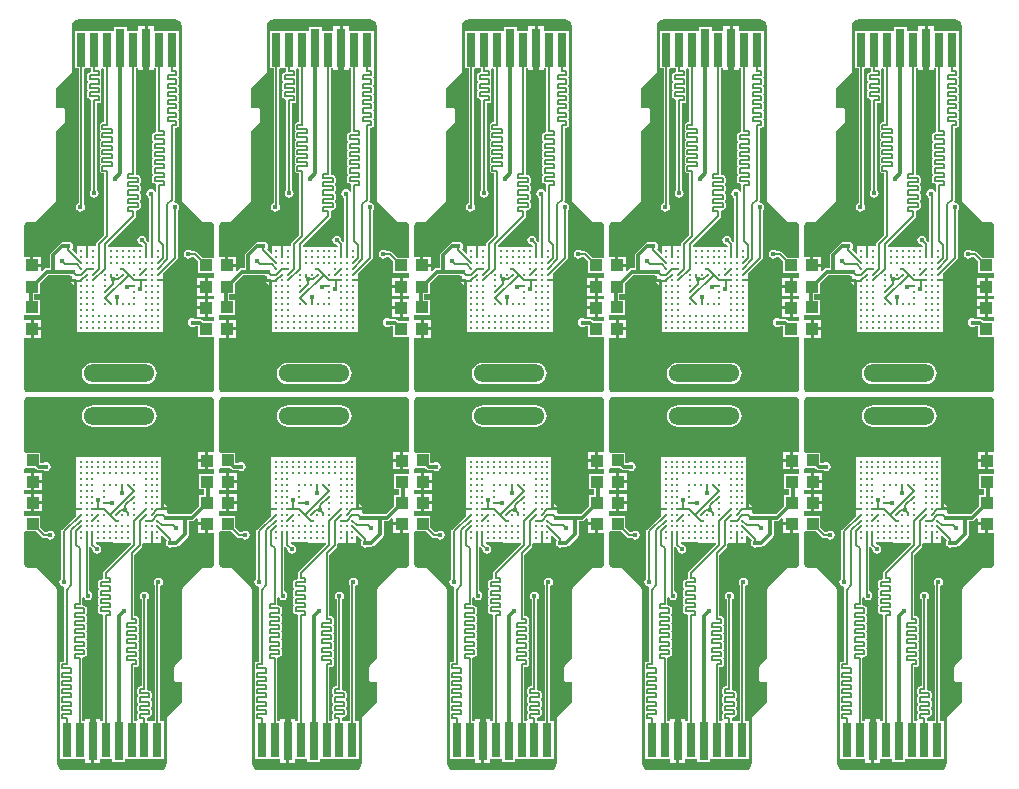
<source format=gtl>
G04 Layer_Physical_Order=1*
G04 Layer_Color=255*
%FSLAX44Y44*%
%MOMM*%
G71*
G01*
G75*
%ADD10R,1.0000X1.0000*%
%ADD11R,0.8000X2.9000*%
%ADD12R,0.8000X3.2000*%
%ADD13C,0.2500*%
%ADD14C,0.3000*%
%ADD15C,0.1500*%
%ADD16C,0.5000*%
%ADD17R,1.0160X1.0160*%
%ADD18O,6.0000X1.5000*%
%ADD19C,0.4500*%
%ADD20C,0.3000*%
%ADD21C,0.4000*%
G36*
X179524Y687612D02*
X181466Y686314D01*
X182764Y684372D01*
X183207Y682149D01*
X183193Y682080D01*
Y535080D01*
X183348Y534300D01*
X183790Y533638D01*
X200240Y517188D01*
X200240Y517188D01*
X200902Y516746D01*
X201682Y516591D01*
X207992D01*
Y516561D01*
X209144Y516332D01*
X210121Y515679D01*
X210774Y514702D01*
X211003Y513550D01*
X211033D01*
Y486938D01*
X210472Y485900D01*
X209763Y485900D01*
X200716D01*
X195954Y490662D01*
X195210Y491159D01*
X194332Y491334D01*
X191949D01*
X191676Y491744D01*
X190435Y492572D01*
X188972Y492864D01*
X187509Y492572D01*
X186269Y491744D01*
X185440Y490503D01*
X185149Y489040D01*
X185440Y487577D01*
X186269Y486336D01*
X187509Y485508D01*
X188972Y485217D01*
X190435Y485508D01*
X191676Y486336D01*
X191949Y486746D01*
X193382D01*
X197472Y482656D01*
Y472900D01*
X209763D01*
X210472Y472900D01*
X211033Y471862D01*
Y468970D01*
X205242D01*
Y461430D01*
Y453890D01*
X211033D01*
Y451190D01*
X205242D01*
Y443650D01*
Y436110D01*
X211033D01*
Y433218D01*
X210472Y432180D01*
X209763Y432180D01*
X201798D01*
X200775Y433203D01*
X199783Y433866D01*
X198612Y434099D01*
X198612Y434099D01*
X194644D01*
X193935Y434572D01*
X192472Y434864D01*
X191009Y434572D01*
X189769Y433744D01*
X188940Y432503D01*
X188649Y431040D01*
X188940Y429577D01*
X189769Y428336D01*
X191009Y427508D01*
X192472Y427217D01*
X193935Y427508D01*
X194644Y427981D01*
X197345D01*
X197472Y427854D01*
Y419180D01*
X209763D01*
X210472Y419180D01*
X211033Y418142D01*
Y375120D01*
X211003D01*
X210774Y373968D01*
X210121Y372991D01*
X209144Y372338D01*
X207992Y372109D01*
Y372079D01*
X53052D01*
Y372109D01*
X51900Y372338D01*
X50923Y372991D01*
X50270Y373968D01*
X50041Y375120D01*
X50011D01*
Y390360D01*
Y418300D01*
X55432D01*
Y425840D01*
Y433380D01*
X50011D01*
Y436119D01*
X50202Y437310D01*
X63202D01*
Y450310D01*
X58491D01*
Y454950D01*
X63022D01*
Y463944D01*
X70199Y471121D01*
X88980D01*
X89689Y470648D01*
X90123Y470561D01*
X90334Y470211D01*
X90581Y469175D01*
X89887Y468136D01*
X89826Y467830D01*
X93692D01*
Y466560D01*
X94962D01*
Y461703D01*
X94972Y461694D01*
Y423040D01*
X167472D01*
Y472654D01*
X179134Y484316D01*
X179134Y484316D01*
X179632Y485060D01*
X179806Y485938D01*
X179806Y485938D01*
Y525813D01*
X180216Y526087D01*
X181045Y527327D01*
X181336Y528790D01*
X181045Y530253D01*
X180216Y531494D01*
X178975Y532322D01*
X177707Y532575D01*
X177438Y532872D01*
X177360Y533013D01*
X177054Y533817D01*
X177351Y534262D01*
X177526Y535140D01*
Y579590D01*
Y596086D01*
X178823D01*
X179701Y596261D01*
X180445Y596758D01*
X180943Y597502D01*
X181117Y598380D01*
Y601880D01*
X180943Y602758D01*
X180445Y603502D01*
Y603758D01*
X180943Y604502D01*
X181117Y605380D01*
Y608880D01*
X180943Y609758D01*
X180445Y610502D01*
Y610758D01*
X180943Y611502D01*
X181117Y612380D01*
Y615880D01*
X180943Y616758D01*
X180445Y617502D01*
Y617758D01*
X180943Y618502D01*
X181117Y619380D01*
Y622880D01*
X180943Y623758D01*
X180445Y624502D01*
X180943Y625502D01*
X181117Y626380D01*
Y629880D01*
X180943Y630758D01*
X180445Y631502D01*
Y631758D01*
X180943Y632502D01*
X181117Y633380D01*
Y636880D01*
X180943Y637758D01*
X180445Y638502D01*
Y638758D01*
X180943Y639502D01*
X181117Y640380D01*
Y643880D01*
X180943Y644758D01*
X180833Y644922D01*
X180732Y646150D01*
X180732Y646150D01*
X180732Y646150D01*
Y678150D01*
X169732D01*
Y678150D01*
X169732D01*
Y678150D01*
X159772D01*
Y682190D01*
X154502D01*
Y663650D01*
Y645110D01*
X159772D01*
Y646150D01*
X161938D01*
Y594830D01*
Y593080D01*
X160921Y591874D01*
X160373D01*
X159495Y591699D01*
X158751Y591202D01*
X158253Y590458D01*
X158079Y589580D01*
Y586080D01*
X158253Y585202D01*
X158751Y584458D01*
Y584202D01*
X158253Y583458D01*
X158079Y582580D01*
Y579080D01*
X158253Y578202D01*
X158751Y577458D01*
Y577202D01*
X158253Y576458D01*
X158079Y575580D01*
Y572080D01*
X158253Y571202D01*
X158751Y570458D01*
Y570202D01*
X158253Y569458D01*
X158079Y568580D01*
Y565080D01*
X158253Y564202D01*
X158751Y563202D01*
X158253Y562458D01*
X158079Y561580D01*
Y558080D01*
X158253Y557202D01*
X158751Y556458D01*
Y556202D01*
X158253Y555458D01*
X158079Y554580D01*
Y551080D01*
X158253Y550202D01*
X158751Y549458D01*
X159495Y548961D01*
X160373Y548786D01*
X160921D01*
X161938Y547580D01*
Y542501D01*
X160761Y541755D01*
X160668Y541768D01*
X159896Y542924D01*
X158655Y543752D01*
X157192Y544044D01*
X155729Y543752D01*
X154488Y542924D01*
X153660Y541683D01*
X153369Y540220D01*
X153660Y538757D01*
X154488Y537517D01*
X155729Y536688D01*
X155974Y536639D01*
Y499440D01*
X155445Y499116D01*
X154704Y498962D01*
X153299Y500367D01*
X153396Y500850D01*
X153104Y502313D01*
X152276Y503554D01*
X151035Y504382D01*
X149572Y504674D01*
X148109Y504382D01*
X146868Y503554D01*
X146040Y502313D01*
X145749Y500850D01*
X146040Y499387D01*
X146868Y498147D01*
X148109Y497318D01*
X149572Y497027D01*
X150307Y496015D01*
X150270Y495355D01*
X150073Y495159D01*
X120794Y495362D01*
X120659Y496633D01*
X143854Y519828D01*
X144352Y520572D01*
X144526Y521450D01*
Y525460D01*
X145543Y526666D01*
X146232D01*
X147110Y526841D01*
X147854Y527338D01*
X148351Y528082D01*
X148526Y528960D01*
Y532460D01*
X148351Y533338D01*
X147854Y534082D01*
Y534338D01*
X148351Y535082D01*
X148526Y535960D01*
Y539460D01*
X148351Y540338D01*
X147854Y541082D01*
Y541338D01*
X148351Y542082D01*
X148526Y542960D01*
Y546460D01*
X148351Y547338D01*
X147854Y548082D01*
Y548338D01*
X148351Y549082D01*
X148526Y549960D01*
Y553460D01*
X148351Y554338D01*
X147854Y555082D01*
X147110Y555579D01*
X146232Y555754D01*
X145543D01*
X144526Y556960D01*
Y596100D01*
Y646150D01*
X146692D01*
Y645110D01*
X151962D01*
Y663650D01*
Y682190D01*
X146692D01*
Y678150D01*
X136732Y678150D01*
X136732Y679420D01*
Y681150D01*
X125732D01*
Y679420D01*
X125732Y678150D01*
X124462Y678150D01*
X116002D01*
X114732Y678150D01*
X113462Y678150D01*
X105002D01*
X103732Y678150D01*
X102462Y678150D01*
X92732D01*
Y646150D01*
X95938D01*
Y532255D01*
X94798Y531494D01*
X93970Y530253D01*
X93679Y528790D01*
X93970Y527327D01*
X94798Y526087D01*
X96039Y525258D01*
X97502Y524967D01*
X98965Y525258D01*
X100206Y526087D01*
X101034Y527327D01*
X101326Y528790D01*
X101034Y530253D01*
X100526Y531014D01*
Y645252D01*
X101424Y646150D01*
X103732Y646150D01*
X105002Y646150D01*
X106938D01*
Y643880D01*
X105921Y642674D01*
X105448D01*
X104570Y642499D01*
X103826Y642002D01*
X103328Y641258D01*
X103154Y640380D01*
Y636880D01*
X103328Y636002D01*
X103826Y635258D01*
Y635002D01*
X103328Y634258D01*
X103154Y633380D01*
Y629880D01*
X103328Y629002D01*
X103826Y628002D01*
X103328Y627258D01*
X103154Y626380D01*
Y622880D01*
X103328Y622002D01*
X103826Y621258D01*
X104570Y620761D01*
X105448Y620586D01*
X105921D01*
X106938Y619380D01*
Y592290D01*
Y543497D01*
X106529Y543224D01*
X105700Y541983D01*
X105409Y540520D01*
X105700Y539057D01*
X106529Y537816D01*
X107769Y536988D01*
X109232Y536697D01*
X110695Y536988D01*
X111936Y537816D01*
X112765Y539057D01*
X113055Y540520D01*
X112765Y541983D01*
X111936Y543224D01*
X111526Y543497D01*
Y592290D01*
Y617086D01*
X113017D01*
X113894Y617261D01*
X114639Y617758D01*
X115136Y618502D01*
X115311Y619380D01*
Y622880D01*
X115136Y623758D01*
X114639Y624502D01*
X115136Y625502D01*
X115310Y626380D01*
Y629880D01*
X115136Y630758D01*
X114639Y631502D01*
Y631758D01*
X115136Y632502D01*
X115310Y633380D01*
Y636880D01*
X115136Y637758D01*
X114639Y638502D01*
Y638758D01*
X115136Y639502D01*
X115310Y640380D01*
Y643880D01*
X115136Y644758D01*
X115054Y644880D01*
X115733Y646150D01*
X117040Y646150D01*
X117938Y645252D01*
Y622770D01*
Y600544D01*
X116232D01*
X115354Y600369D01*
X114610Y599872D01*
X114113Y599128D01*
X113938Y598250D01*
Y594750D01*
X114113Y593872D01*
X114610Y593128D01*
Y592872D01*
X114113Y592128D01*
X113938Y591250D01*
Y587750D01*
X114113Y586872D01*
X114610Y586128D01*
Y585872D01*
X114113Y585128D01*
X113938Y584250D01*
Y580750D01*
X114113Y579872D01*
X114610Y579128D01*
Y578872D01*
X114113Y578128D01*
X113938Y577250D01*
Y573750D01*
X114113Y572872D01*
X114610Y572128D01*
Y571872D01*
X114113Y571128D01*
X113938Y570250D01*
Y566750D01*
X114113Y565872D01*
X114610Y565128D01*
Y564872D01*
X114113Y564128D01*
X113938Y563250D01*
Y559750D01*
X114113Y558872D01*
X114610Y558128D01*
X115354Y557631D01*
X116232Y557456D01*
X117938D01*
Y505480D01*
X111646Y499188D01*
X111149Y498444D01*
X110974Y497566D01*
Y496331D01*
X110073Y495436D01*
X94972Y495540D01*
Y489894D01*
X93799Y489408D01*
X90084Y493123D01*
X90875Y494307D01*
X91166Y495770D01*
X90875Y497233D01*
X90046Y498474D01*
X88805Y499302D01*
X87342Y499594D01*
X85879Y499302D01*
X85170Y498829D01*
X82262D01*
X81092Y498596D01*
X80099Y497933D01*
X72479Y490313D01*
X71816Y489321D01*
X71583Y488150D01*
X71583Y488150D01*
Y477239D01*
X68932D01*
X68932Y477239D01*
X67762Y477006D01*
X66769Y476343D01*
X65235Y474809D01*
X64062Y475295D01*
Y478150D01*
X56522D01*
Y479420D01*
X55252D01*
Y486960D01*
X50011D01*
Y513550D01*
X50041D01*
X50270Y514702D01*
X50923Y515679D01*
X51900Y516332D01*
X53052Y516561D01*
Y516591D01*
X58782D01*
X59562Y516746D01*
X60224Y517188D01*
X76674Y533638D01*
X76674Y533638D01*
X77116Y534300D01*
X77271Y535080D01*
Y593235D01*
X83674Y599638D01*
X83674Y599638D01*
X84116Y600300D01*
X84271Y601080D01*
X84271Y601080D01*
Y611080D01*
X84116Y611860D01*
X83674Y612522D01*
X83013Y612964D01*
X82232Y613119D01*
X77271D01*
Y629997D01*
X89674Y642400D01*
X90116Y643062D01*
X90271Y643842D01*
Y682080D01*
X90258Y682149D01*
X90700Y684372D01*
X91998Y686314D01*
X93941Y687612D01*
X96164Y688055D01*
X96232Y688041D01*
X177232D01*
X177301Y688055D01*
X179524Y687612D01*
D02*
G37*
%LPC*%
G36*
X202702Y468970D02*
X196432D01*
Y462700D01*
X202702D01*
Y468970D01*
D02*
G37*
G36*
X182592Y472461D02*
X181993Y472342D01*
X180409Y471283D01*
X179350Y469699D01*
X179231Y469100D01*
X182592D01*
Y472461D01*
D02*
G37*
G36*
X92422Y465290D02*
X89826D01*
X89887Y464984D01*
X90779Y463647D01*
X92116Y462754D01*
X92422Y462693D01*
Y465290D01*
D02*
G37*
G36*
X188493Y458940D02*
X185132D01*
Y455579D01*
X185731Y455698D01*
X187316Y456757D01*
X188374Y458341D01*
X188493Y458940D01*
D02*
G37*
G36*
Y466560D02*
X179231D01*
X179350Y465961D01*
X180409Y464377D01*
Y463663D01*
X179350Y462079D01*
X179231Y461480D01*
X188493D01*
X188374Y462079D01*
X187316Y463663D01*
Y464377D01*
X188374Y465961D01*
X188493Y466560D01*
D02*
G37*
G36*
X185132Y472461D02*
Y469100D01*
X188493D01*
X188374Y469699D01*
X187316Y471283D01*
X185731Y472342D01*
X185132Y472461D01*
D02*
G37*
G36*
X102202Y501270D02*
X98841D01*
X98960Y500671D01*
X100019Y499087D01*
X101603Y498028D01*
X102202Y497909D01*
Y501270D01*
D02*
G37*
G36*
X108103D02*
X104742D01*
Y497909D01*
X105341Y498028D01*
X106925Y499087D01*
X107984Y500671D01*
X108103Y501270D01*
D02*
G37*
G36*
X142103Y500270D02*
X138742D01*
Y496909D01*
X139341Y497028D01*
X140926Y498087D01*
X141984Y499671D01*
X142103Y500270D01*
D02*
G37*
G36*
X64062Y486960D02*
X57792D01*
Y480690D01*
X64062D01*
Y486960D01*
D02*
G37*
G36*
X136202Y500270D02*
X132841D01*
X132960Y499671D01*
X134019Y498087D01*
X135603Y497028D01*
X136202Y496909D01*
Y500270D01*
D02*
G37*
G36*
X182592Y458940D02*
X179231D01*
X179350Y458341D01*
X180409Y456757D01*
X181993Y455698D01*
X182592Y455579D01*
Y458940D01*
D02*
G37*
G36*
X90972Y415901D02*
X90373Y415782D01*
X88789Y414723D01*
X87730Y413139D01*
X87611Y412540D01*
X90972D01*
Y415901D01*
D02*
G37*
G36*
X101132D02*
Y412540D01*
X104493D01*
X104374Y413139D01*
X103315Y414723D01*
X101731Y415782D01*
X101132Y415901D01*
D02*
G37*
G36*
X104493Y410000D02*
X101132D01*
Y406639D01*
X101731Y406758D01*
X103315Y407817D01*
X104374Y409401D01*
X104493Y410000D01*
D02*
G37*
G36*
X153022Y397118D02*
X108022D01*
X105673Y396808D01*
X103483Y395901D01*
X101603Y394459D01*
X100161Y392579D01*
X99254Y390390D01*
X98945Y388040D01*
X99254Y385690D01*
X100161Y383501D01*
X101603Y381621D01*
X103483Y380179D01*
X105673Y379272D01*
X108022Y378962D01*
X153022D01*
X155372Y379272D01*
X157561Y380179D01*
X159441Y381621D01*
X160884Y383501D01*
X161790Y385690D01*
X162100Y388040D01*
X161790Y390390D01*
X160884Y392579D01*
X159441Y394459D01*
X157561Y395901D01*
X155372Y396808D01*
X153022Y397118D01*
D02*
G37*
G36*
X90972Y410000D02*
X87611D01*
X87730Y409401D01*
X88789Y407817D01*
X90373Y406758D01*
X90972Y406639D01*
Y410000D01*
D02*
G37*
G36*
X98592Y415901D02*
X97993Y415782D01*
X96409Y414723D01*
X95695D01*
X94111Y415782D01*
X93512Y415901D01*
Y411270D01*
Y406639D01*
X94111Y406758D01*
X95695Y407817D01*
X96409D01*
X97993Y406758D01*
X98592Y406639D01*
Y411270D01*
Y415901D01*
D02*
G37*
G36*
X202702Y451190D02*
X196432D01*
Y444920D01*
X202702D01*
Y451190D01*
D02*
G37*
G36*
X202702Y460160D02*
X196432D01*
Y453890D01*
X202702D01*
Y460160D01*
D02*
G37*
G36*
X202702Y442380D02*
X196432D01*
Y436110D01*
X202702D01*
Y442380D01*
D02*
G37*
G36*
X64242Y424570D02*
X57972D01*
Y418300D01*
X64242D01*
Y424570D01*
D02*
G37*
G36*
Y433380D02*
X57972D01*
Y427110D01*
X64242D01*
Y433380D01*
D02*
G37*
G36*
X69562Y502120D02*
X66201D01*
X66320Y501521D01*
X67379Y499937D01*
X68963Y498878D01*
X69562Y498759D01*
Y502120D01*
D02*
G37*
G36*
X84551Y590571D02*
X83952Y590452D01*
X82367Y589393D01*
X81308Y587809D01*
X81189Y587210D01*
X84551D01*
Y590571D01*
D02*
G37*
G36*
X87091D02*
Y587210D01*
X90452D01*
X90333Y587809D01*
X89274Y589393D01*
X87690Y590452D01*
X87091Y590571D01*
D02*
G37*
G36*
X90452Y584670D02*
X81189D01*
X81308Y584071D01*
X81991Y583050D01*
X82262Y582130D01*
X81991Y581211D01*
X81308Y580189D01*
X81189Y579590D01*
X90452D01*
X90333Y580189D01*
X89650Y581211D01*
X89379Y582130D01*
X89650Y583050D01*
X90333Y584071D01*
X90452Y584670D01*
D02*
G37*
G36*
X84551Y577050D02*
X81189D01*
X81308Y576451D01*
X82367Y574867D01*
X83952Y573808D01*
X84551Y573689D01*
Y577050D01*
D02*
G37*
G36*
X90452D02*
X87091D01*
Y573689D01*
X87690Y573808D01*
X89274Y574867D01*
X90333Y576451D01*
X90452Y577050D01*
D02*
G37*
G36*
X151752Y624840D02*
X148391D01*
X148510Y624241D01*
X149569Y622657D01*
X151153Y621598D01*
X151752Y621479D01*
Y624840D01*
D02*
G37*
G36*
Y643441D02*
X151153Y643322D01*
X149569Y642263D01*
X148510Y640679D01*
X148391Y640080D01*
X151752D01*
Y643441D01*
D02*
G37*
G36*
X154292D02*
Y640080D01*
X157653D01*
X157534Y640679D01*
X156475Y642263D01*
X154891Y643322D01*
X154292Y643441D01*
D02*
G37*
G36*
X157653Y637540D02*
X148391D01*
X148510Y636941D01*
X149383Y635635D01*
X148510Y634329D01*
X148391Y633730D01*
X157653D01*
X157534Y634329D01*
X156662Y635635D01*
X157534Y636941D01*
X157653Y637540D01*
D02*
G37*
G36*
Y624840D02*
X154292D01*
Y621479D01*
X154891Y621598D01*
X156475Y622657D01*
X157534Y624241D01*
X157653Y624840D01*
D02*
G37*
G36*
Y631190D02*
X148391D01*
X148510Y630591D01*
X149383Y629285D01*
X148510Y627979D01*
X148391Y627380D01*
X157653D01*
X157534Y627979D01*
X156662Y629285D01*
X157534Y630591D01*
X157653Y631190D01*
D02*
G37*
G36*
X152112Y574061D02*
Y570700D01*
X155473D01*
X155354Y571299D01*
X154296Y572883D01*
X152711Y573942D01*
X152112Y574061D01*
D02*
G37*
G36*
X102202Y507171D02*
X101603Y507052D01*
X100019Y505993D01*
X98960Y504409D01*
X98841Y503810D01*
X102202D01*
Y507171D01*
D02*
G37*
G36*
X104742D02*
Y503810D01*
X108103D01*
X107984Y504409D01*
X106925Y505993D01*
X105341Y507052D01*
X104742Y507171D01*
D02*
G37*
G36*
X138742Y506171D02*
Y502810D01*
X142103D01*
X141984Y503409D01*
X140926Y504993D01*
X139341Y506052D01*
X138742Y506171D01*
D02*
G37*
G36*
X75463Y502120D02*
X72102D01*
Y498759D01*
X72701Y498878D01*
X74285Y499937D01*
X75344Y501521D01*
X75463Y502120D01*
D02*
G37*
G36*
X136202Y506171D02*
X135603Y506052D01*
X134019Y504993D01*
X132960Y503409D01*
X132841Y502810D01*
X136202D01*
Y506171D01*
D02*
G37*
G36*
X75463Y509740D02*
X66201D01*
X66320Y509141D01*
X67379Y507557D01*
Y506843D01*
X66320Y505259D01*
X66201Y504660D01*
X75463D01*
X75344Y505259D01*
X74285Y506843D01*
Y507557D01*
X75344Y509141D01*
X75463Y509740D01*
D02*
G37*
G36*
X155473Y568160D02*
X152112D01*
Y564799D01*
X152711Y564918D01*
X154296Y565977D01*
X155354Y567561D01*
X155473Y568160D01*
D02*
G37*
G36*
X149572Y574061D02*
X148973Y573942D01*
X147389Y572883D01*
X146330Y571299D01*
X146211Y570700D01*
X149572D01*
Y574061D01*
D02*
G37*
G36*
Y568160D02*
X146211D01*
X146330Y567561D01*
X147389Y565977D01*
X148973Y564918D01*
X149572Y564799D01*
Y568160D01*
D02*
G37*
G36*
X69562Y515641D02*
X68963Y515522D01*
X67379Y514463D01*
X66320Y512879D01*
X66201Y512280D01*
X69562D01*
Y515641D01*
D02*
G37*
G36*
X72102D02*
Y512280D01*
X75463D01*
X75344Y512879D01*
X74285Y514463D01*
X72701Y515522D01*
X72102Y515641D01*
D02*
G37*
%LPD*%
G36*
X344624Y687612D02*
X346566Y686314D01*
X347864Y684372D01*
X348307Y682149D01*
X348293Y682080D01*
Y535080D01*
X348448Y534300D01*
X348890Y533638D01*
X365340Y517188D01*
X365340Y517188D01*
X366002Y516746D01*
X366782Y516591D01*
X373092D01*
Y516561D01*
X374244Y516332D01*
X375221Y515679D01*
X375874Y514702D01*
X376103Y513550D01*
X376133D01*
Y486938D01*
X375572Y485900D01*
X374863Y485900D01*
X365816D01*
X361054Y490662D01*
X360310Y491159D01*
X359432Y491334D01*
X357049D01*
X356776Y491744D01*
X355535Y492572D01*
X354072Y492864D01*
X352609Y492572D01*
X351368Y491744D01*
X350540Y490503D01*
X350249Y489040D01*
X350540Y487577D01*
X351368Y486336D01*
X352609Y485508D01*
X354072Y485217D01*
X355535Y485508D01*
X356776Y486336D01*
X357049Y486746D01*
X358482D01*
X362572Y482656D01*
Y472900D01*
X374863D01*
X375572Y472900D01*
X376133Y471862D01*
Y468970D01*
X370342D01*
Y461430D01*
Y453890D01*
X376133D01*
Y451190D01*
X370342D01*
Y443650D01*
Y436110D01*
X376133D01*
Y433218D01*
X375572Y432180D01*
X374863Y432180D01*
X366898D01*
X365875Y433203D01*
X364883Y433866D01*
X363712Y434099D01*
X363712Y434099D01*
X359744D01*
X359035Y434572D01*
X357572Y434864D01*
X356109Y434572D01*
X354869Y433744D01*
X354040Y432503D01*
X353749Y431040D01*
X354040Y429577D01*
X354869Y428336D01*
X356109Y427508D01*
X357572Y427217D01*
X359035Y427508D01*
X359744Y427981D01*
X362445D01*
X362572Y427854D01*
Y419180D01*
X374863D01*
X375572Y419180D01*
X376133Y418142D01*
Y375120D01*
X376103D01*
X375874Y373968D01*
X375221Y372991D01*
X374244Y372338D01*
X373092Y372109D01*
Y372079D01*
X218152D01*
Y372109D01*
X217000Y372338D01*
X216023Y372991D01*
X215370Y373968D01*
X215141Y375120D01*
X215111D01*
Y390360D01*
Y418300D01*
X220532D01*
Y425840D01*
Y433380D01*
X215111D01*
Y436119D01*
X215302Y437310D01*
X228302D01*
Y450310D01*
X223591D01*
Y454950D01*
X228122D01*
Y463944D01*
X235299Y471121D01*
X254080D01*
X254789Y470648D01*
X255223Y470561D01*
X255434Y470211D01*
X255681Y469175D01*
X254986Y468136D01*
X254926Y467830D01*
X258792D01*
Y466560D01*
X260062D01*
Y461703D01*
X260072Y461694D01*
Y423040D01*
X332572D01*
Y472654D01*
X344234Y484316D01*
X344234Y484316D01*
X344731Y485060D01*
X344906Y485938D01*
X344906Y485938D01*
Y525813D01*
X345316Y526087D01*
X346144Y527327D01*
X346436Y528790D01*
X346144Y530253D01*
X345316Y531494D01*
X344075Y532322D01*
X342807Y532575D01*
X342538Y532872D01*
X342460Y533013D01*
X342154Y533817D01*
X342452Y534262D01*
X342626Y535140D01*
Y579590D01*
Y596086D01*
X343923D01*
X344801Y596261D01*
X345545Y596758D01*
X346043Y597502D01*
X346217Y598380D01*
Y601880D01*
X346043Y602758D01*
X345545Y603502D01*
Y603758D01*
X346043Y604502D01*
X346217Y605380D01*
Y608880D01*
X346043Y609758D01*
X345545Y610502D01*
Y610758D01*
X346043Y611502D01*
X346217Y612380D01*
Y615880D01*
X346043Y616758D01*
X345545Y617502D01*
Y617758D01*
X346043Y618502D01*
X346217Y619380D01*
Y622880D01*
X346043Y623758D01*
X345545Y624502D01*
X346043Y625502D01*
X346217Y626380D01*
Y629880D01*
X346043Y630758D01*
X345545Y631502D01*
Y631758D01*
X346043Y632502D01*
X346217Y633380D01*
Y636880D01*
X346043Y637758D01*
X345545Y638502D01*
Y638758D01*
X346043Y639502D01*
X346217Y640380D01*
Y643880D01*
X346043Y644758D01*
X345933Y644922D01*
X345832Y646150D01*
X345832Y646150D01*
X345832Y646150D01*
Y678150D01*
X334832D01*
Y678150D01*
X334832D01*
Y678150D01*
X324872D01*
Y682190D01*
X319602D01*
Y663650D01*
Y645110D01*
X324872D01*
Y646150D01*
X327038D01*
Y594830D01*
Y593080D01*
X326021Y591874D01*
X325473D01*
X324595Y591699D01*
X323851Y591202D01*
X323353Y590458D01*
X323179Y589580D01*
Y586080D01*
X323353Y585202D01*
X323851Y584458D01*
Y584202D01*
X323353Y583458D01*
X323179Y582580D01*
Y579080D01*
X323353Y578202D01*
X323851Y577458D01*
Y577202D01*
X323353Y576458D01*
X323179Y575580D01*
Y572080D01*
X323353Y571202D01*
X323851Y570458D01*
Y570202D01*
X323353Y569458D01*
X323179Y568580D01*
Y565080D01*
X323353Y564202D01*
X323851Y563202D01*
X323353Y562458D01*
X323179Y561580D01*
Y558080D01*
X323353Y557202D01*
X323851Y556458D01*
Y556202D01*
X323353Y555458D01*
X323179Y554580D01*
Y551080D01*
X323353Y550202D01*
X323851Y549458D01*
X324595Y548961D01*
X325473Y548786D01*
X326021D01*
X327038Y547580D01*
Y542501D01*
X325861Y541755D01*
X325768Y541768D01*
X324996Y542924D01*
X323755Y543752D01*
X322292Y544044D01*
X320829Y543752D01*
X319589Y542924D01*
X318760Y541683D01*
X318469Y540220D01*
X318760Y538757D01*
X319589Y537517D01*
X320829Y536688D01*
X321074Y536639D01*
Y499440D01*
X320545Y499116D01*
X319804Y498962D01*
X318399Y500367D01*
X318496Y500850D01*
X318204Y502313D01*
X317376Y503554D01*
X316135Y504382D01*
X314672Y504674D01*
X313209Y504382D01*
X311968Y503554D01*
X311140Y502313D01*
X310849Y500850D01*
X311140Y499387D01*
X311968Y498147D01*
X313209Y497318D01*
X314672Y497027D01*
X315407Y496015D01*
X315370Y495355D01*
X315173Y495159D01*
X285893Y495362D01*
X285759Y496633D01*
X308954Y519828D01*
X309452Y520572D01*
X309626Y521450D01*
Y525460D01*
X310644Y526666D01*
X311332D01*
X312210Y526841D01*
X312954Y527338D01*
X313451Y528082D01*
X313626Y528960D01*
Y532460D01*
X313451Y533338D01*
X312954Y534082D01*
Y534338D01*
X313451Y535082D01*
X313626Y535960D01*
Y539460D01*
X313451Y540338D01*
X312954Y541082D01*
Y541338D01*
X313451Y542082D01*
X313626Y542960D01*
Y546460D01*
X313451Y547338D01*
X312954Y548082D01*
Y548338D01*
X313451Y549082D01*
X313626Y549960D01*
Y553460D01*
X313451Y554338D01*
X312954Y555082D01*
X312210Y555579D01*
X311332Y555754D01*
X310644D01*
X309626Y556960D01*
Y596100D01*
Y646150D01*
X311792D01*
Y645110D01*
X317062D01*
Y663650D01*
Y682190D01*
X311792D01*
Y678150D01*
X301832Y678150D01*
X301832Y679420D01*
Y681150D01*
X290832D01*
Y679420D01*
X290832Y678150D01*
X289562Y678150D01*
X281102D01*
X279832Y678150D01*
X278562Y678150D01*
X270102D01*
X268832Y678150D01*
X267562Y678150D01*
X257832D01*
Y646150D01*
X261038D01*
Y532255D01*
X259898Y531494D01*
X259070Y530253D01*
X258779Y528790D01*
X259070Y527327D01*
X259898Y526087D01*
X261139Y525258D01*
X262602Y524967D01*
X264065Y525258D01*
X265306Y526087D01*
X266134Y527327D01*
X266425Y528790D01*
X266134Y530253D01*
X265626Y531014D01*
Y645252D01*
X266524Y646150D01*
X268832Y646150D01*
X270102Y646150D01*
X272038D01*
Y643880D01*
X271021Y642674D01*
X270548D01*
X269670Y642499D01*
X268925Y642002D01*
X268428Y641258D01*
X268254Y640380D01*
Y636880D01*
X268428Y636002D01*
X268925Y635258D01*
Y635002D01*
X268428Y634258D01*
X268254Y633380D01*
Y629880D01*
X268428Y629002D01*
X268925Y628002D01*
X268428Y627258D01*
X268254Y626380D01*
Y622880D01*
X268428Y622002D01*
X268925Y621258D01*
X269670Y620761D01*
X270548Y620586D01*
X271021D01*
X272038Y619380D01*
Y592290D01*
Y543497D01*
X271628Y543224D01*
X270800Y541983D01*
X270509Y540520D01*
X270800Y539057D01*
X271628Y537816D01*
X272869Y536988D01*
X274332Y536697D01*
X275795Y536988D01*
X277036Y537816D01*
X277864Y539057D01*
X278155Y540520D01*
X277864Y541983D01*
X277036Y543224D01*
X276626Y543497D01*
Y592290D01*
Y617086D01*
X278116D01*
X278994Y617261D01*
X279739Y617758D01*
X280236Y618502D01*
X280411Y619380D01*
Y622880D01*
X280236Y623758D01*
X279739Y624502D01*
X280236Y625502D01*
X280410Y626380D01*
Y629880D01*
X280236Y630758D01*
X279739Y631502D01*
Y631758D01*
X280236Y632502D01*
X280410Y633380D01*
Y636880D01*
X280236Y637758D01*
X279739Y638502D01*
Y638758D01*
X280236Y639502D01*
X280410Y640380D01*
Y643880D01*
X280236Y644758D01*
X280154Y644880D01*
X280833Y646150D01*
X282140Y646150D01*
X283038Y645252D01*
Y622770D01*
Y600544D01*
X281332D01*
X280454Y600369D01*
X279710Y599872D01*
X279213Y599128D01*
X279038Y598250D01*
Y594750D01*
X279213Y593872D01*
X279710Y593128D01*
Y592872D01*
X279213Y592128D01*
X279038Y591250D01*
Y587750D01*
X279213Y586872D01*
X279710Y586128D01*
Y585872D01*
X279213Y585128D01*
X279038Y584250D01*
Y580750D01*
X279213Y579872D01*
X279710Y579128D01*
Y578872D01*
X279213Y578128D01*
X279038Y577250D01*
Y573750D01*
X279213Y572872D01*
X279710Y572128D01*
Y571872D01*
X279213Y571128D01*
X279038Y570250D01*
Y566750D01*
X279213Y565872D01*
X279710Y565128D01*
Y564872D01*
X279213Y564128D01*
X279038Y563250D01*
Y559750D01*
X279213Y558872D01*
X279710Y558128D01*
X280454Y557631D01*
X281332Y557456D01*
X283038D01*
Y505480D01*
X276746Y499188D01*
X276249Y498444D01*
X276074Y497566D01*
Y496331D01*
X275173Y495436D01*
X260072Y495540D01*
Y489894D01*
X258899Y489408D01*
X255184Y493123D01*
X255975Y494307D01*
X256266Y495770D01*
X255975Y497233D01*
X255146Y498474D01*
X253905Y499302D01*
X252442Y499594D01*
X250979Y499302D01*
X250270Y498829D01*
X247362D01*
X246192Y498596D01*
X245199Y497933D01*
X237579Y490313D01*
X236916Y489321D01*
X236683Y488150D01*
X236683Y488150D01*
Y477239D01*
X234032D01*
X234032Y477239D01*
X232862Y477006D01*
X231869Y476343D01*
X230335Y474809D01*
X229162Y475295D01*
Y478150D01*
X221622D01*
Y479420D01*
X220352D01*
Y486960D01*
X215111D01*
Y513550D01*
X215141D01*
X215370Y514702D01*
X216023Y515679D01*
X217000Y516332D01*
X218152Y516561D01*
Y516591D01*
X223882D01*
X224662Y516746D01*
X225324Y517188D01*
X241774Y533638D01*
X241774Y533638D01*
X242216Y534300D01*
X242371Y535080D01*
Y593235D01*
X248774Y599638D01*
X248774Y599638D01*
X249216Y600300D01*
X249371Y601080D01*
X249371Y601080D01*
Y611080D01*
X249216Y611860D01*
X248774Y612522D01*
X248113Y612964D01*
X247332Y613119D01*
X242371D01*
Y629997D01*
X254774Y642400D01*
X255216Y643062D01*
X255371Y643842D01*
Y682080D01*
X255358Y682149D01*
X255800Y684372D01*
X257098Y686314D01*
X259041Y687612D01*
X261264Y688055D01*
X261332Y688041D01*
X342332D01*
X342401Y688055D01*
X344624Y687612D01*
D02*
G37*
%LPC*%
G36*
X367802Y468970D02*
X361532D01*
Y462700D01*
X367802D01*
Y468970D01*
D02*
G37*
G36*
X347692Y472461D02*
X347093Y472342D01*
X345509Y471283D01*
X344450Y469699D01*
X344331Y469100D01*
X347692D01*
Y472461D01*
D02*
G37*
G36*
X257522Y465290D02*
X254926D01*
X254986Y464984D01*
X255879Y463647D01*
X257216Y462754D01*
X257522Y462693D01*
Y465290D01*
D02*
G37*
G36*
X353593Y458940D02*
X350232D01*
Y455579D01*
X350831Y455698D01*
X352416Y456757D01*
X353474Y458341D01*
X353593Y458940D01*
D02*
G37*
G36*
Y466560D02*
X344331D01*
X344450Y465961D01*
X345509Y464377D01*
Y463663D01*
X344450Y462079D01*
X344331Y461480D01*
X353593D01*
X353474Y462079D01*
X352416Y463663D01*
Y464377D01*
X353474Y465961D01*
X353593Y466560D01*
D02*
G37*
G36*
X350232Y472461D02*
Y469100D01*
X353593D01*
X353474Y469699D01*
X352416Y471283D01*
X350831Y472342D01*
X350232Y472461D01*
D02*
G37*
G36*
X267302Y501270D02*
X263941D01*
X264060Y500671D01*
X265119Y499087D01*
X266703Y498028D01*
X267302Y497909D01*
Y501270D01*
D02*
G37*
G36*
X273203D02*
X269842D01*
Y497909D01*
X270441Y498028D01*
X272026Y499087D01*
X273084Y500671D01*
X273203Y501270D01*
D02*
G37*
G36*
X307203Y500270D02*
X303842D01*
Y496909D01*
X304441Y497028D01*
X306026Y498087D01*
X307084Y499671D01*
X307203Y500270D01*
D02*
G37*
G36*
X229162Y486960D02*
X222892D01*
Y480690D01*
X229162D01*
Y486960D01*
D02*
G37*
G36*
X301302Y500270D02*
X297941D01*
X298060Y499671D01*
X299119Y498087D01*
X300703Y497028D01*
X301302Y496909D01*
Y500270D01*
D02*
G37*
G36*
X347692Y458940D02*
X344331D01*
X344450Y458341D01*
X345509Y456757D01*
X347093Y455698D01*
X347692Y455579D01*
Y458940D01*
D02*
G37*
G36*
X256072Y415901D02*
X255473Y415782D01*
X253889Y414723D01*
X252830Y413139D01*
X252711Y412540D01*
X256072D01*
Y415901D01*
D02*
G37*
G36*
X266232D02*
Y412540D01*
X269593D01*
X269474Y413139D01*
X268416Y414723D01*
X266831Y415782D01*
X266232Y415901D01*
D02*
G37*
G36*
X269593Y410000D02*
X266232D01*
Y406639D01*
X266831Y406758D01*
X268416Y407817D01*
X269474Y409401D01*
X269593Y410000D01*
D02*
G37*
G36*
X318122Y397118D02*
X273122D01*
X270773Y396808D01*
X268583Y395901D01*
X266703Y394459D01*
X265261Y392579D01*
X264354Y390390D01*
X264044Y388040D01*
X264354Y385690D01*
X265261Y383501D01*
X266703Y381621D01*
X268583Y380179D01*
X270773Y379272D01*
X273122Y378962D01*
X318122D01*
X320472Y379272D01*
X322661Y380179D01*
X324541Y381621D01*
X325984Y383501D01*
X326890Y385690D01*
X327200Y388040D01*
X326890Y390390D01*
X325984Y392579D01*
X324541Y394459D01*
X322661Y395901D01*
X320472Y396808D01*
X318122Y397118D01*
D02*
G37*
G36*
X256072Y410000D02*
X252711D01*
X252830Y409401D01*
X253889Y407817D01*
X255473Y406758D01*
X256072Y406639D01*
Y410000D01*
D02*
G37*
G36*
X263692Y415901D02*
X263093Y415782D01*
X261509Y414723D01*
X260795D01*
X259211Y415782D01*
X258612Y415901D01*
Y411270D01*
Y406639D01*
X259211Y406758D01*
X260795Y407817D01*
X261509D01*
X263093Y406758D01*
X263692Y406639D01*
Y411270D01*
Y415901D01*
D02*
G37*
G36*
X367802Y451190D02*
X361532D01*
Y444920D01*
X367802D01*
Y451190D01*
D02*
G37*
G36*
X367802Y460160D02*
X361532D01*
Y453890D01*
X367802D01*
Y460160D01*
D02*
G37*
G36*
X367802Y442380D02*
X361532D01*
Y436110D01*
X367802D01*
Y442380D01*
D02*
G37*
G36*
X229342Y424570D02*
X223072D01*
Y418300D01*
X229342D01*
Y424570D01*
D02*
G37*
G36*
Y433380D02*
X223072D01*
Y427110D01*
X229342D01*
Y433380D01*
D02*
G37*
G36*
X234662Y502120D02*
X231301D01*
X231420Y501521D01*
X232479Y499937D01*
X234063Y498878D01*
X234662Y498759D01*
Y502120D01*
D02*
G37*
G36*
X249651Y590571D02*
X249052Y590452D01*
X247467Y589393D01*
X246409Y587809D01*
X246289Y587210D01*
X249651D01*
Y590571D01*
D02*
G37*
G36*
X252191D02*
Y587210D01*
X255552D01*
X255433Y587809D01*
X254374Y589393D01*
X252790Y590452D01*
X252191Y590571D01*
D02*
G37*
G36*
X255552Y584670D02*
X246289D01*
X246409Y584071D01*
X247091Y583050D01*
X247362Y582130D01*
X247091Y581211D01*
X246409Y580189D01*
X246289Y579590D01*
X255552D01*
X255433Y580189D01*
X254750Y581211D01*
X254479Y582130D01*
X254750Y583050D01*
X255433Y584071D01*
X255552Y584670D01*
D02*
G37*
G36*
X249651Y577050D02*
X246289D01*
X246409Y576451D01*
X247467Y574867D01*
X249052Y573808D01*
X249651Y573689D01*
Y577050D01*
D02*
G37*
G36*
X255552D02*
X252191D01*
Y573689D01*
X252790Y573808D01*
X254374Y574867D01*
X255433Y576451D01*
X255552Y577050D01*
D02*
G37*
G36*
X316852Y624840D02*
X313491D01*
X313610Y624241D01*
X314669Y622657D01*
X316253Y621598D01*
X316852Y621479D01*
Y624840D01*
D02*
G37*
G36*
Y643441D02*
X316253Y643322D01*
X314669Y642263D01*
X313610Y640679D01*
X313491Y640080D01*
X316852D01*
Y643441D01*
D02*
G37*
G36*
X319392D02*
Y640080D01*
X322753D01*
X322634Y640679D01*
X321576Y642263D01*
X319991Y643322D01*
X319392Y643441D01*
D02*
G37*
G36*
X322753Y637540D02*
X313491D01*
X313610Y636941D01*
X314483Y635635D01*
X313610Y634329D01*
X313491Y633730D01*
X322753D01*
X322634Y634329D01*
X321762Y635635D01*
X322634Y636941D01*
X322753Y637540D01*
D02*
G37*
G36*
Y624840D02*
X319392D01*
Y621479D01*
X319991Y621598D01*
X321576Y622657D01*
X322634Y624241D01*
X322753Y624840D01*
D02*
G37*
G36*
Y631190D02*
X313491D01*
X313610Y630591D01*
X314483Y629285D01*
X313610Y627979D01*
X313491Y627380D01*
X322753D01*
X322634Y627979D01*
X321762Y629285D01*
X322634Y630591D01*
X322753Y631190D01*
D02*
G37*
G36*
X317212Y574061D02*
Y570700D01*
X320573D01*
X320454Y571299D01*
X319396Y572883D01*
X317811Y573942D01*
X317212Y574061D01*
D02*
G37*
G36*
X267302Y507171D02*
X266703Y507052D01*
X265119Y505993D01*
X264060Y504409D01*
X263941Y503810D01*
X267302D01*
Y507171D01*
D02*
G37*
G36*
X269842D02*
Y503810D01*
X273203D01*
X273084Y504409D01*
X272026Y505993D01*
X270441Y507052D01*
X269842Y507171D01*
D02*
G37*
G36*
X303842Y506171D02*
Y502810D01*
X307203D01*
X307084Y503409D01*
X306026Y504993D01*
X304441Y506052D01*
X303842Y506171D01*
D02*
G37*
G36*
X240563Y502120D02*
X237202D01*
Y498759D01*
X237801Y498878D01*
X239386Y499937D01*
X240444Y501521D01*
X240563Y502120D01*
D02*
G37*
G36*
X301302Y506171D02*
X300703Y506052D01*
X299119Y504993D01*
X298060Y503409D01*
X297941Y502810D01*
X301302D01*
Y506171D01*
D02*
G37*
G36*
X240563Y509740D02*
X231301D01*
X231420Y509141D01*
X232479Y507557D01*
Y506843D01*
X231420Y505259D01*
X231301Y504660D01*
X240563D01*
X240444Y505259D01*
X239386Y506843D01*
Y507557D01*
X240444Y509141D01*
X240563Y509740D01*
D02*
G37*
G36*
X320573Y568160D02*
X317212D01*
Y564799D01*
X317811Y564918D01*
X319396Y565977D01*
X320454Y567561D01*
X320573Y568160D01*
D02*
G37*
G36*
X314672Y574061D02*
X314073Y573942D01*
X312489Y572883D01*
X311430Y571299D01*
X311311Y570700D01*
X314672D01*
Y574061D01*
D02*
G37*
G36*
Y568160D02*
X311311D01*
X311430Y567561D01*
X312489Y565977D01*
X314073Y564918D01*
X314672Y564799D01*
Y568160D01*
D02*
G37*
G36*
X234662Y515641D02*
X234063Y515522D01*
X232479Y514463D01*
X231420Y512879D01*
X231301Y512280D01*
X234662D01*
Y515641D01*
D02*
G37*
G36*
X237202D02*
Y512280D01*
X240563D01*
X240444Y512879D01*
X239386Y514463D01*
X237801Y515522D01*
X237202Y515641D01*
D02*
G37*
%LPD*%
G36*
X509724Y687612D02*
X511666Y686314D01*
X512964Y684372D01*
X513406Y682149D01*
X513393Y682080D01*
Y535080D01*
X513548Y534300D01*
X513990Y533638D01*
X530440Y517188D01*
X530440Y517188D01*
X531102Y516746D01*
X531882Y516591D01*
X538192D01*
Y516561D01*
X539344Y516332D01*
X540321Y515679D01*
X540974Y514702D01*
X541203Y513550D01*
X541233D01*
Y486938D01*
X540672Y485900D01*
X539963Y485900D01*
X530916D01*
X526154Y490662D01*
X525410Y491159D01*
X524532Y491334D01*
X522149D01*
X521876Y491744D01*
X520635Y492572D01*
X519172Y492864D01*
X517709Y492572D01*
X516469Y491744D01*
X515640Y490503D01*
X515349Y489040D01*
X515640Y487577D01*
X516469Y486336D01*
X517709Y485508D01*
X519172Y485217D01*
X520635Y485508D01*
X521876Y486336D01*
X522149Y486746D01*
X523582D01*
X527672Y482656D01*
Y472900D01*
X539963D01*
X540672Y472900D01*
X541233Y471862D01*
Y468970D01*
X535442D01*
Y461430D01*
Y453890D01*
X541233D01*
Y451190D01*
X535442D01*
Y443650D01*
Y436110D01*
X541233D01*
Y433218D01*
X540672Y432180D01*
X539963Y432180D01*
X531998D01*
X530975Y433203D01*
X529983Y433866D01*
X528812Y434099D01*
X528812Y434099D01*
X524844D01*
X524135Y434572D01*
X522672Y434864D01*
X521209Y434572D01*
X519968Y433744D01*
X519140Y432503D01*
X518849Y431040D01*
X519140Y429577D01*
X519968Y428336D01*
X521209Y427508D01*
X522672Y427217D01*
X524135Y427508D01*
X524844Y427981D01*
X527545D01*
X527672Y427854D01*
Y419180D01*
X539963D01*
X540672Y419180D01*
X541233Y418142D01*
Y375120D01*
X541203D01*
X540974Y373968D01*
X540321Y372991D01*
X539344Y372338D01*
X538192Y372109D01*
Y372079D01*
X383252D01*
Y372109D01*
X382100Y372338D01*
X381123Y372991D01*
X380470Y373968D01*
X380241Y375120D01*
X380211D01*
Y390360D01*
Y418300D01*
X385632D01*
Y425840D01*
Y433380D01*
X380211D01*
Y436119D01*
X380402Y437310D01*
X393402D01*
Y450310D01*
X388691D01*
Y454950D01*
X393222D01*
Y463944D01*
X400399Y471121D01*
X419180D01*
X419889Y470648D01*
X420323Y470561D01*
X420534Y470211D01*
X420781Y469175D01*
X420087Y468136D01*
X420026Y467830D01*
X423892D01*
Y466560D01*
X425162D01*
Y461703D01*
X425172Y461694D01*
Y423040D01*
X497672D01*
Y472654D01*
X509334Y484316D01*
X509334Y484316D01*
X509832Y485060D01*
X510006Y485938D01*
X510006Y485938D01*
Y525813D01*
X510416Y526087D01*
X511245Y527327D01*
X511535Y528790D01*
X511245Y530253D01*
X510416Y531494D01*
X509175Y532322D01*
X507907Y532575D01*
X507638Y532872D01*
X507560Y533013D01*
X507254Y533817D01*
X507551Y534262D01*
X507726Y535140D01*
Y579590D01*
Y596086D01*
X509023D01*
X509901Y596261D01*
X510645Y596758D01*
X511143Y597502D01*
X511317Y598380D01*
Y601880D01*
X511143Y602758D01*
X510645Y603502D01*
Y603758D01*
X511143Y604502D01*
X511317Y605380D01*
Y608880D01*
X511143Y609758D01*
X510645Y610502D01*
Y610758D01*
X511143Y611502D01*
X511317Y612380D01*
Y615880D01*
X511143Y616758D01*
X510645Y617502D01*
Y617758D01*
X511143Y618502D01*
X511317Y619380D01*
Y622880D01*
X511143Y623758D01*
X510645Y624502D01*
X511143Y625502D01*
X511317Y626380D01*
Y629880D01*
X511143Y630758D01*
X510645Y631502D01*
Y631758D01*
X511143Y632502D01*
X511317Y633380D01*
Y636880D01*
X511143Y637758D01*
X510645Y638502D01*
Y638758D01*
X511143Y639502D01*
X511317Y640380D01*
Y643880D01*
X511143Y644758D01*
X511033Y644922D01*
X510932Y646150D01*
X510932Y646150D01*
X510932Y646150D01*
Y678150D01*
X499932D01*
Y678150D01*
X499932D01*
Y678150D01*
X489972D01*
Y682190D01*
X484702D01*
Y663650D01*
Y645110D01*
X489972D01*
Y646150D01*
X492138D01*
Y594830D01*
Y593080D01*
X491121Y591874D01*
X490573D01*
X489695Y591699D01*
X488951Y591202D01*
X488453Y590458D01*
X488279Y589580D01*
Y586080D01*
X488453Y585202D01*
X488951Y584458D01*
Y584202D01*
X488453Y583458D01*
X488279Y582580D01*
Y579080D01*
X488453Y578202D01*
X488951Y577458D01*
Y577202D01*
X488453Y576458D01*
X488279Y575580D01*
Y572080D01*
X488453Y571202D01*
X488951Y570458D01*
Y570202D01*
X488453Y569458D01*
X488279Y568580D01*
Y565080D01*
X488453Y564202D01*
X488951Y563202D01*
X488453Y562458D01*
X488279Y561580D01*
Y558080D01*
X488453Y557202D01*
X488951Y556458D01*
Y556202D01*
X488453Y555458D01*
X488279Y554580D01*
Y551080D01*
X488453Y550202D01*
X488951Y549458D01*
X489695Y548961D01*
X490573Y548786D01*
X491121D01*
X492138Y547580D01*
Y542501D01*
X490961Y541755D01*
X490868Y541768D01*
X490096Y542924D01*
X488855Y543752D01*
X487392Y544044D01*
X485929Y543752D01*
X484688Y542924D01*
X483860Y541683D01*
X483569Y540220D01*
X483860Y538757D01*
X484688Y537517D01*
X485929Y536688D01*
X486174Y536639D01*
Y499440D01*
X485645Y499116D01*
X484904Y498962D01*
X483499Y500367D01*
X483596Y500850D01*
X483304Y502313D01*
X482476Y503554D01*
X481235Y504382D01*
X479772Y504674D01*
X478309Y504382D01*
X477068Y503554D01*
X476240Y502313D01*
X475949Y500850D01*
X476240Y499387D01*
X477068Y498147D01*
X478309Y497318D01*
X479772Y497027D01*
X480507Y496015D01*
X480470Y495355D01*
X480273Y495159D01*
X450993Y495362D01*
X450859Y496633D01*
X474054Y519828D01*
X474552Y520572D01*
X474726Y521450D01*
Y525460D01*
X475743Y526666D01*
X476432D01*
X477310Y526841D01*
X478054Y527338D01*
X478551Y528082D01*
X478726Y528960D01*
Y532460D01*
X478551Y533338D01*
X478054Y534082D01*
Y534338D01*
X478551Y535082D01*
X478726Y535960D01*
Y539460D01*
X478551Y540338D01*
X478054Y541082D01*
Y541338D01*
X478551Y542082D01*
X478726Y542960D01*
Y546460D01*
X478551Y547338D01*
X478054Y548082D01*
Y548338D01*
X478551Y549082D01*
X478726Y549960D01*
Y553460D01*
X478551Y554338D01*
X478054Y555082D01*
X477310Y555579D01*
X476432Y555754D01*
X475743D01*
X474726Y556960D01*
Y596100D01*
Y646150D01*
X476892D01*
Y645110D01*
X482162D01*
Y663650D01*
Y682190D01*
X476892D01*
Y678150D01*
X466932Y678150D01*
X466932Y679420D01*
Y681150D01*
X455932D01*
Y679420D01*
X455932Y678150D01*
X454662Y678150D01*
X446202D01*
X444932Y678150D01*
X443662Y678150D01*
X435202D01*
X433932Y678150D01*
X432662Y678150D01*
X422932D01*
Y646150D01*
X426138D01*
Y532255D01*
X424999Y531494D01*
X424170Y530253D01*
X423879Y528790D01*
X424170Y527327D01*
X424999Y526087D01*
X426239Y525258D01*
X427702Y524967D01*
X429165Y525258D01*
X430406Y526087D01*
X431235Y527327D01*
X431525Y528790D01*
X431235Y530253D01*
X430726Y531014D01*
Y645252D01*
X431624Y646150D01*
X433932Y646150D01*
X435202Y646150D01*
X437138D01*
Y643880D01*
X436121Y642674D01*
X435648D01*
X434770Y642499D01*
X434025Y642002D01*
X433528Y641258D01*
X433354Y640380D01*
Y636880D01*
X433528Y636002D01*
X434025Y635258D01*
Y635002D01*
X433528Y634258D01*
X433354Y633380D01*
Y629880D01*
X433528Y629002D01*
X434025Y628002D01*
X433528Y627258D01*
X433354Y626380D01*
Y622880D01*
X433528Y622002D01*
X434025Y621258D01*
X434770Y620761D01*
X435648Y620586D01*
X436121D01*
X437138Y619380D01*
Y592290D01*
Y543497D01*
X436729Y543224D01*
X435900Y541983D01*
X435609Y540520D01*
X435900Y539057D01*
X436729Y537816D01*
X437969Y536988D01*
X439432Y536697D01*
X440895Y536988D01*
X442136Y537816D01*
X442965Y539057D01*
X443256Y540520D01*
X442965Y541983D01*
X442136Y543224D01*
X441726Y543497D01*
Y592290D01*
Y617086D01*
X443217D01*
X444094Y617261D01*
X444839Y617758D01*
X445336Y618502D01*
X445511Y619380D01*
Y622880D01*
X445336Y623758D01*
X444839Y624502D01*
X445336Y625502D01*
X445510Y626380D01*
Y629880D01*
X445336Y630758D01*
X444839Y631502D01*
Y631758D01*
X445336Y632502D01*
X445510Y633380D01*
Y636880D01*
X445336Y637758D01*
X444839Y638502D01*
Y638758D01*
X445336Y639502D01*
X445510Y640380D01*
Y643880D01*
X445336Y644758D01*
X445254Y644880D01*
X445933Y646150D01*
X447240Y646150D01*
X448138Y645252D01*
Y622770D01*
Y600544D01*
X446432D01*
X445554Y600369D01*
X444810Y599872D01*
X444313Y599128D01*
X444138Y598250D01*
Y594750D01*
X444313Y593872D01*
X444810Y593128D01*
Y592872D01*
X444313Y592128D01*
X444138Y591250D01*
Y587750D01*
X444313Y586872D01*
X444810Y586128D01*
Y585872D01*
X444313Y585128D01*
X444138Y584250D01*
Y580750D01*
X444313Y579872D01*
X444810Y579128D01*
Y578872D01*
X444313Y578128D01*
X444138Y577250D01*
Y573750D01*
X444313Y572872D01*
X444810Y572128D01*
Y571872D01*
X444313Y571128D01*
X444138Y570250D01*
Y566750D01*
X444313Y565872D01*
X444810Y565128D01*
Y564872D01*
X444313Y564128D01*
X444138Y563250D01*
Y559750D01*
X444313Y558872D01*
X444810Y558128D01*
X445554Y557631D01*
X446432Y557456D01*
X448138D01*
Y505480D01*
X441846Y499188D01*
X441349Y498444D01*
X441174Y497566D01*
Y496331D01*
X440273Y495436D01*
X425172Y495540D01*
Y489894D01*
X423999Y489408D01*
X420284Y493123D01*
X421074Y494307D01*
X421366Y495770D01*
X421074Y497233D01*
X420246Y498474D01*
X419005Y499302D01*
X417542Y499594D01*
X416079Y499302D01*
X415370Y498829D01*
X412462D01*
X411292Y498596D01*
X410299Y497933D01*
X402679Y490313D01*
X402016Y489321D01*
X401783Y488150D01*
X401783Y488150D01*
Y477239D01*
X399132D01*
X399132Y477239D01*
X397962Y477006D01*
X396969Y476343D01*
X395435Y474809D01*
X394262Y475295D01*
Y478150D01*
X386722D01*
Y479420D01*
X385452D01*
Y486960D01*
X380211D01*
Y513550D01*
X380241D01*
X380470Y514702D01*
X381123Y515679D01*
X382100Y516332D01*
X383252Y516561D01*
Y516591D01*
X388982D01*
X389762Y516746D01*
X390424Y517188D01*
X406874Y533638D01*
X406874Y533638D01*
X407316Y534300D01*
X407471Y535080D01*
Y593235D01*
X413874Y599638D01*
X413874Y599638D01*
X414316Y600300D01*
X414471Y601080D01*
X414471Y601080D01*
Y611080D01*
X414316Y611860D01*
X413874Y612522D01*
X413213Y612964D01*
X412432Y613119D01*
X407471D01*
Y629997D01*
X419874Y642400D01*
X420316Y643062D01*
X420471Y643842D01*
Y682080D01*
X420458Y682149D01*
X420900Y684372D01*
X422198Y686314D01*
X424141Y687612D01*
X426364Y688055D01*
X426432Y688041D01*
X507432D01*
X507501Y688055D01*
X509724Y687612D01*
D02*
G37*
%LPC*%
G36*
X532902Y468970D02*
X526632D01*
Y462700D01*
X532902D01*
Y468970D01*
D02*
G37*
G36*
X512792Y472461D02*
X512193Y472342D01*
X510609Y471283D01*
X509550Y469699D01*
X509431Y469100D01*
X512792D01*
Y472461D01*
D02*
G37*
G36*
X422622Y465290D02*
X420026D01*
X420087Y464984D01*
X420979Y463647D01*
X422316Y462754D01*
X422622Y462693D01*
Y465290D01*
D02*
G37*
G36*
X518693Y458940D02*
X515332D01*
Y455579D01*
X515931Y455698D01*
X517515Y456757D01*
X518574Y458341D01*
X518693Y458940D01*
D02*
G37*
G36*
Y466560D02*
X509431D01*
X509550Y465961D01*
X510609Y464377D01*
Y463663D01*
X509550Y462079D01*
X509431Y461480D01*
X518693D01*
X518574Y462079D01*
X517515Y463663D01*
Y464377D01*
X518574Y465961D01*
X518693Y466560D01*
D02*
G37*
G36*
X515332Y472461D02*
Y469100D01*
X518693D01*
X518574Y469699D01*
X517515Y471283D01*
X515931Y472342D01*
X515332Y472461D01*
D02*
G37*
G36*
X432402Y501270D02*
X429041D01*
X429160Y500671D01*
X430219Y499087D01*
X431803Y498028D01*
X432402Y497909D01*
Y501270D01*
D02*
G37*
G36*
X438303D02*
X434942D01*
Y497909D01*
X435541Y498028D01*
X437126Y499087D01*
X438184Y500671D01*
X438303Y501270D01*
D02*
G37*
G36*
X472303Y500270D02*
X468942D01*
Y496909D01*
X469541Y497028D01*
X471125Y498087D01*
X472184Y499671D01*
X472303Y500270D01*
D02*
G37*
G36*
X394262Y486960D02*
X387992D01*
Y480690D01*
X394262D01*
Y486960D01*
D02*
G37*
G36*
X466402Y500270D02*
X463041D01*
X463160Y499671D01*
X464219Y498087D01*
X465803Y497028D01*
X466402Y496909D01*
Y500270D01*
D02*
G37*
G36*
X512792Y458940D02*
X509431D01*
X509550Y458341D01*
X510609Y456757D01*
X512193Y455698D01*
X512792Y455579D01*
Y458940D01*
D02*
G37*
G36*
X421172Y415901D02*
X420573Y415782D01*
X418989Y414723D01*
X417930Y413139D01*
X417811Y412540D01*
X421172D01*
Y415901D01*
D02*
G37*
G36*
X431332D02*
Y412540D01*
X434693D01*
X434574Y413139D01*
X433516Y414723D01*
X431931Y415782D01*
X431332Y415901D01*
D02*
G37*
G36*
X434693Y410000D02*
X431332D01*
Y406639D01*
X431931Y406758D01*
X433516Y407817D01*
X434574Y409401D01*
X434693Y410000D01*
D02*
G37*
G36*
X483222Y397118D02*
X438222D01*
X435873Y396808D01*
X433683Y395901D01*
X431803Y394459D01*
X430361Y392579D01*
X429454Y390390D01*
X429145Y388040D01*
X429454Y385690D01*
X430361Y383501D01*
X431803Y381621D01*
X433683Y380179D01*
X435873Y379272D01*
X438222Y378962D01*
X483222D01*
X485572Y379272D01*
X487761Y380179D01*
X489641Y381621D01*
X491083Y383501D01*
X491990Y385690D01*
X492300Y388040D01*
X491990Y390390D01*
X491083Y392579D01*
X489641Y394459D01*
X487761Y395901D01*
X485572Y396808D01*
X483222Y397118D01*
D02*
G37*
G36*
X421172Y410000D02*
X417811D01*
X417930Y409401D01*
X418989Y407817D01*
X420573Y406758D01*
X421172Y406639D01*
Y410000D01*
D02*
G37*
G36*
X428792Y415901D02*
X428193Y415782D01*
X426609Y414723D01*
X425895D01*
X424311Y415782D01*
X423712Y415901D01*
Y411270D01*
Y406639D01*
X424311Y406758D01*
X425895Y407817D01*
X426609D01*
X428193Y406758D01*
X428792Y406639D01*
Y411270D01*
Y415901D01*
D02*
G37*
G36*
X532902Y451190D02*
X526632D01*
Y444920D01*
X532902D01*
Y451190D01*
D02*
G37*
G36*
X532902Y460160D02*
X526632D01*
Y453890D01*
X532902D01*
Y460160D01*
D02*
G37*
G36*
X532902Y442380D02*
X526632D01*
Y436110D01*
X532902D01*
Y442380D01*
D02*
G37*
G36*
X394442Y424570D02*
X388172D01*
Y418300D01*
X394442D01*
Y424570D01*
D02*
G37*
G36*
Y433380D02*
X388172D01*
Y427110D01*
X394442D01*
Y433380D01*
D02*
G37*
G36*
X399762Y502120D02*
X396401D01*
X396520Y501521D01*
X397579Y499937D01*
X399163Y498878D01*
X399762Y498759D01*
Y502120D01*
D02*
G37*
G36*
X414751Y590571D02*
X414152Y590452D01*
X412567Y589393D01*
X411508Y587809D01*
X411389Y587210D01*
X414751D01*
Y590571D01*
D02*
G37*
G36*
X417291D02*
Y587210D01*
X420652D01*
X420533Y587809D01*
X419474Y589393D01*
X417890Y590452D01*
X417291Y590571D01*
D02*
G37*
G36*
X420652Y584670D02*
X411389D01*
X411508Y584071D01*
X412191Y583050D01*
X412462Y582130D01*
X412191Y581211D01*
X411508Y580189D01*
X411389Y579590D01*
X420652D01*
X420533Y580189D01*
X419850Y581211D01*
X419579Y582130D01*
X419850Y583050D01*
X420533Y584071D01*
X420652Y584670D01*
D02*
G37*
G36*
X414751Y577050D02*
X411389D01*
X411508Y576451D01*
X412567Y574867D01*
X414152Y573808D01*
X414751Y573689D01*
Y577050D01*
D02*
G37*
G36*
X420652D02*
X417291D01*
Y573689D01*
X417890Y573808D01*
X419474Y574867D01*
X420533Y576451D01*
X420652Y577050D01*
D02*
G37*
G36*
X481952Y624840D02*
X478591D01*
X478710Y624241D01*
X479769Y622657D01*
X481353Y621598D01*
X481952Y621479D01*
Y624840D01*
D02*
G37*
G36*
Y643441D02*
X481353Y643322D01*
X479769Y642263D01*
X478710Y640679D01*
X478591Y640080D01*
X481952D01*
Y643441D01*
D02*
G37*
G36*
X484492D02*
Y640080D01*
X487853D01*
X487734Y640679D01*
X486675Y642263D01*
X485091Y643322D01*
X484492Y643441D01*
D02*
G37*
G36*
X487853Y637540D02*
X478591D01*
X478710Y636941D01*
X479583Y635635D01*
X478710Y634329D01*
X478591Y633730D01*
X487853D01*
X487734Y634329D01*
X486861Y635635D01*
X487734Y636941D01*
X487853Y637540D01*
D02*
G37*
G36*
Y624840D02*
X484492D01*
Y621479D01*
X485091Y621598D01*
X486675Y622657D01*
X487734Y624241D01*
X487853Y624840D01*
D02*
G37*
G36*
Y631190D02*
X478591D01*
X478710Y630591D01*
X479583Y629285D01*
X478710Y627979D01*
X478591Y627380D01*
X487853D01*
X487734Y627979D01*
X486861Y629285D01*
X487734Y630591D01*
X487853Y631190D01*
D02*
G37*
G36*
X482312Y574061D02*
Y570700D01*
X485673D01*
X485554Y571299D01*
X484496Y572883D01*
X482911Y573942D01*
X482312Y574061D01*
D02*
G37*
G36*
X432402Y507171D02*
X431803Y507052D01*
X430219Y505993D01*
X429160Y504409D01*
X429041Y503810D01*
X432402D01*
Y507171D01*
D02*
G37*
G36*
X434942D02*
Y503810D01*
X438303D01*
X438184Y504409D01*
X437126Y505993D01*
X435541Y507052D01*
X434942Y507171D01*
D02*
G37*
G36*
X468942Y506171D02*
Y502810D01*
X472303D01*
X472184Y503409D01*
X471125Y504993D01*
X469541Y506052D01*
X468942Y506171D01*
D02*
G37*
G36*
X405663Y502120D02*
X402302D01*
Y498759D01*
X402901Y498878D01*
X404486Y499937D01*
X405544Y501521D01*
X405663Y502120D01*
D02*
G37*
G36*
X466402Y506171D02*
X465803Y506052D01*
X464219Y504993D01*
X463160Y503409D01*
X463041Y502810D01*
X466402D01*
Y506171D01*
D02*
G37*
G36*
X405663Y509740D02*
X396401D01*
X396520Y509141D01*
X397579Y507557D01*
Y506843D01*
X396520Y505259D01*
X396401Y504660D01*
X405663D01*
X405544Y505259D01*
X404486Y506843D01*
Y507557D01*
X405544Y509141D01*
X405663Y509740D01*
D02*
G37*
G36*
X485673Y568160D02*
X482312D01*
Y564799D01*
X482911Y564918D01*
X484496Y565977D01*
X485554Y567561D01*
X485673Y568160D01*
D02*
G37*
G36*
X479772Y574061D02*
X479173Y573942D01*
X477589Y572883D01*
X476530Y571299D01*
X476411Y570700D01*
X479772D01*
Y574061D01*
D02*
G37*
G36*
Y568160D02*
X476411D01*
X476530Y567561D01*
X477589Y565977D01*
X479173Y564918D01*
X479772Y564799D01*
Y568160D01*
D02*
G37*
G36*
X399762Y515641D02*
X399163Y515522D01*
X397579Y514463D01*
X396520Y512879D01*
X396401Y512280D01*
X399762D01*
Y515641D01*
D02*
G37*
G36*
X402302D02*
Y512280D01*
X405663D01*
X405544Y512879D01*
X404486Y514463D01*
X402901Y515522D01*
X402302Y515641D01*
D02*
G37*
%LPD*%
G36*
X674824Y687612D02*
X676766Y686314D01*
X678064Y684372D01*
X678506Y682149D01*
X678493Y682080D01*
Y535080D01*
X678648Y534300D01*
X679090Y533638D01*
X695540Y517188D01*
X695540Y517188D01*
X696202Y516746D01*
X696982Y516591D01*
X703292D01*
Y516561D01*
X704444Y516332D01*
X705421Y515679D01*
X706074Y514702D01*
X706303Y513550D01*
X706333D01*
Y486938D01*
X705772Y485900D01*
X705063Y485900D01*
X696016D01*
X691254Y490662D01*
X690510Y491159D01*
X689632Y491334D01*
X687249D01*
X686976Y491744D01*
X685735Y492572D01*
X684272Y492864D01*
X682809Y492572D01*
X681569Y491744D01*
X680740Y490503D01*
X680449Y489040D01*
X680740Y487577D01*
X681569Y486336D01*
X682809Y485508D01*
X684272Y485217D01*
X685735Y485508D01*
X686976Y486336D01*
X687249Y486746D01*
X688682D01*
X692772Y482656D01*
Y472900D01*
X705063D01*
X705772Y472900D01*
X706333Y471862D01*
Y468970D01*
X700542D01*
Y461430D01*
Y453890D01*
X706333D01*
Y451190D01*
X700542D01*
Y443650D01*
Y436110D01*
X706333D01*
Y433218D01*
X705772Y432180D01*
X705063Y432180D01*
X697098D01*
X696075Y433203D01*
X695083Y433866D01*
X693912Y434099D01*
X693912Y434099D01*
X689944D01*
X689235Y434572D01*
X687772Y434864D01*
X686309Y434572D01*
X685069Y433744D01*
X684240Y432503D01*
X683949Y431040D01*
X684240Y429577D01*
X685069Y428336D01*
X686309Y427508D01*
X687772Y427217D01*
X689235Y427508D01*
X689944Y427981D01*
X692645D01*
X692772Y427854D01*
Y419180D01*
X705063D01*
X705772Y419180D01*
X706333Y418142D01*
Y375120D01*
X706303D01*
X706074Y373968D01*
X705421Y372991D01*
X704444Y372338D01*
X703292Y372109D01*
Y372079D01*
X548352D01*
Y372109D01*
X547200Y372338D01*
X546223Y372991D01*
X545570Y373968D01*
X545341Y375120D01*
X545311D01*
Y390360D01*
Y418300D01*
X550732D01*
Y425840D01*
Y433380D01*
X545311D01*
Y436119D01*
X545502Y437310D01*
X558502D01*
Y450310D01*
X553791D01*
Y454950D01*
X558322D01*
Y463944D01*
X565499Y471121D01*
X584280D01*
X584989Y470648D01*
X585423Y470561D01*
X585634Y470211D01*
X585881Y469175D01*
X585187Y468136D01*
X585126Y467830D01*
X588992D01*
Y466560D01*
X590262D01*
Y461703D01*
X590272Y461694D01*
Y423040D01*
X662772D01*
Y472654D01*
X674434Y484316D01*
X674434Y484316D01*
X674931Y485060D01*
X675106Y485938D01*
X675106Y485938D01*
Y525813D01*
X675516Y526087D01*
X676345Y527327D01*
X676636Y528790D01*
X676345Y530253D01*
X675516Y531494D01*
X674275Y532322D01*
X673007Y532575D01*
X672738Y532872D01*
X672660Y533013D01*
X672354Y533817D01*
X672652Y534262D01*
X672826Y535140D01*
Y579590D01*
Y596086D01*
X674123D01*
X675001Y596261D01*
X675745Y596758D01*
X676243Y597502D01*
X676417Y598380D01*
Y601880D01*
X676243Y602758D01*
X675745Y603502D01*
Y603758D01*
X676243Y604502D01*
X676417Y605380D01*
Y608880D01*
X676243Y609758D01*
X675745Y610502D01*
Y610758D01*
X676243Y611502D01*
X676417Y612380D01*
Y615880D01*
X676243Y616758D01*
X675745Y617502D01*
Y617758D01*
X676243Y618502D01*
X676417Y619380D01*
Y622880D01*
X676243Y623758D01*
X675745Y624502D01*
X676243Y625502D01*
X676417Y626380D01*
Y629880D01*
X676243Y630758D01*
X675745Y631502D01*
Y631758D01*
X676243Y632502D01*
X676417Y633380D01*
Y636880D01*
X676243Y637758D01*
X675745Y638502D01*
Y638758D01*
X676243Y639502D01*
X676417Y640380D01*
Y643880D01*
X676243Y644758D01*
X676133Y644922D01*
X676032Y646150D01*
X676032Y646150D01*
X676032Y646150D01*
Y678150D01*
X665032D01*
Y678150D01*
X665032D01*
Y678150D01*
X655072D01*
Y682190D01*
X649802D01*
Y663650D01*
Y645110D01*
X655072D01*
Y646150D01*
X657238D01*
Y594830D01*
Y593080D01*
X656221Y591874D01*
X655673D01*
X654795Y591699D01*
X654051Y591202D01*
X653553Y590458D01*
X653379Y589580D01*
Y586080D01*
X653553Y585202D01*
X654051Y584458D01*
Y584202D01*
X653553Y583458D01*
X653379Y582580D01*
Y579080D01*
X653553Y578202D01*
X654051Y577458D01*
Y577202D01*
X653553Y576458D01*
X653379Y575580D01*
Y572080D01*
X653553Y571202D01*
X654051Y570458D01*
Y570202D01*
X653553Y569458D01*
X653379Y568580D01*
Y565080D01*
X653553Y564202D01*
X654051Y563202D01*
X653553Y562458D01*
X653379Y561580D01*
Y558080D01*
X653553Y557202D01*
X654051Y556458D01*
Y556202D01*
X653553Y555458D01*
X653379Y554580D01*
Y551080D01*
X653553Y550202D01*
X654051Y549458D01*
X654795Y548961D01*
X655673Y548786D01*
X656221D01*
X657238Y547580D01*
Y542501D01*
X656061Y541755D01*
X655968Y541768D01*
X655196Y542924D01*
X653955Y543752D01*
X652492Y544044D01*
X651029Y543752D01*
X649789Y542924D01*
X648960Y541683D01*
X648669Y540220D01*
X648960Y538757D01*
X649789Y537517D01*
X651029Y536688D01*
X651274Y536639D01*
Y499440D01*
X650745Y499116D01*
X650004Y498962D01*
X648599Y500367D01*
X648696Y500850D01*
X648404Y502313D01*
X647576Y503554D01*
X646335Y504382D01*
X644872Y504674D01*
X643409Y504382D01*
X642169Y503554D01*
X641340Y502313D01*
X641049Y500850D01*
X641340Y499387D01*
X642169Y498147D01*
X643409Y497318D01*
X644872Y497027D01*
X645607Y496015D01*
X645570Y495355D01*
X645373Y495159D01*
X616093Y495362D01*
X615959Y496633D01*
X639154Y519828D01*
X639651Y520572D01*
X639826Y521450D01*
Y525460D01*
X640844Y526666D01*
X641532D01*
X642410Y526841D01*
X643154Y527338D01*
X643652Y528082D01*
X643826Y528960D01*
Y532460D01*
X643652Y533338D01*
X643154Y534082D01*
Y534338D01*
X643652Y535082D01*
X643826Y535960D01*
Y539460D01*
X643652Y540338D01*
X643154Y541082D01*
Y541338D01*
X643652Y542082D01*
X643826Y542960D01*
Y546460D01*
X643652Y547338D01*
X643154Y548082D01*
Y548338D01*
X643652Y549082D01*
X643826Y549960D01*
Y553460D01*
X643652Y554338D01*
X643154Y555082D01*
X642410Y555579D01*
X641532Y555754D01*
X640844D01*
X639826Y556960D01*
Y596100D01*
Y646150D01*
X641992D01*
Y645110D01*
X647262D01*
Y663650D01*
Y682190D01*
X641992D01*
Y678150D01*
X632032Y678150D01*
X632032Y679420D01*
Y681150D01*
X621032D01*
Y679420D01*
X621032Y678150D01*
X619762Y678150D01*
X611302D01*
X610032Y678150D01*
X608762Y678150D01*
X600302D01*
X599032Y678150D01*
X597762Y678150D01*
X588032D01*
Y646150D01*
X591238D01*
Y532255D01*
X590098Y531494D01*
X589270Y530253D01*
X588979Y528790D01*
X589270Y527327D01*
X590098Y526087D01*
X591339Y525258D01*
X592802Y524967D01*
X594265Y525258D01*
X595506Y526087D01*
X596334Y527327D01*
X596626Y528790D01*
X596334Y530253D01*
X595826Y531014D01*
Y645252D01*
X596724Y646150D01*
X599032Y646150D01*
X600302Y646150D01*
X602238D01*
Y643880D01*
X601221Y642674D01*
X600748D01*
X599870Y642499D01*
X599126Y642002D01*
X598628Y641258D01*
X598454Y640380D01*
Y636880D01*
X598628Y636002D01*
X599126Y635258D01*
Y635002D01*
X598628Y634258D01*
X598454Y633380D01*
Y629880D01*
X598628Y629002D01*
X599126Y628002D01*
X598628Y627258D01*
X598454Y626380D01*
Y622880D01*
X598628Y622002D01*
X599126Y621258D01*
X599870Y620761D01*
X600748Y620586D01*
X601221D01*
X602238Y619380D01*
Y592290D01*
Y543497D01*
X601828Y543224D01*
X601000Y541983D01*
X600709Y540520D01*
X601000Y539057D01*
X601828Y537816D01*
X603069Y536988D01*
X604532Y536697D01*
X605995Y536988D01*
X607236Y537816D01*
X608064Y539057D01*
X608355Y540520D01*
X608064Y541983D01*
X607236Y543224D01*
X606826Y543497D01*
Y592290D01*
Y617086D01*
X608316D01*
X609194Y617261D01*
X609939Y617758D01*
X610436Y618502D01*
X610611Y619380D01*
Y622880D01*
X610436Y623758D01*
X609939Y624502D01*
X610436Y625502D01*
X610611Y626380D01*
Y629880D01*
X610436Y630758D01*
X609939Y631502D01*
Y631758D01*
X610436Y632502D01*
X610611Y633380D01*
Y636880D01*
X610436Y637758D01*
X609939Y638502D01*
Y638758D01*
X610436Y639502D01*
X610611Y640380D01*
Y643880D01*
X610436Y644758D01*
X610354Y644880D01*
X611033Y646150D01*
X612340Y646150D01*
X613238Y645252D01*
Y622770D01*
Y600544D01*
X611532D01*
X610654Y600369D01*
X609910Y599872D01*
X609413Y599128D01*
X609238Y598250D01*
Y594750D01*
X609413Y593872D01*
X609910Y593128D01*
Y592872D01*
X609413Y592128D01*
X609238Y591250D01*
Y587750D01*
X609413Y586872D01*
X609910Y586128D01*
Y585872D01*
X609413Y585128D01*
X609238Y584250D01*
Y580750D01*
X609413Y579872D01*
X609910Y579128D01*
Y578872D01*
X609413Y578128D01*
X609238Y577250D01*
Y573750D01*
X609413Y572872D01*
X609910Y572128D01*
Y571872D01*
X609413Y571128D01*
X609238Y570250D01*
Y566750D01*
X609413Y565872D01*
X609910Y565128D01*
Y564872D01*
X609413Y564128D01*
X609238Y563250D01*
Y559750D01*
X609413Y558872D01*
X609910Y558128D01*
X610654Y557631D01*
X611532Y557456D01*
X613238D01*
Y505480D01*
X606946Y499188D01*
X606449Y498444D01*
X606274Y497566D01*
Y496331D01*
X605373Y495436D01*
X590272Y495540D01*
Y489894D01*
X589099Y489408D01*
X585383Y493123D01*
X586175Y494307D01*
X586465Y495770D01*
X586175Y497233D01*
X585346Y498474D01*
X584105Y499302D01*
X582642Y499594D01*
X581179Y499302D01*
X580470Y498829D01*
X577562D01*
X576392Y498596D01*
X575399Y497933D01*
X567779Y490313D01*
X567116Y489321D01*
X566883Y488150D01*
X566883Y488150D01*
Y477239D01*
X564232D01*
X564232Y477239D01*
X563062Y477006D01*
X562069Y476343D01*
X560535Y474809D01*
X559362Y475295D01*
Y478150D01*
X551822D01*
Y479420D01*
X550552D01*
Y486960D01*
X545311D01*
Y513550D01*
X545341D01*
X545570Y514702D01*
X546223Y515679D01*
X547200Y516332D01*
X548352Y516561D01*
Y516591D01*
X554082D01*
X554862Y516746D01*
X555524Y517188D01*
X571974Y533638D01*
X571974Y533638D01*
X572416Y534300D01*
X572571Y535080D01*
Y593235D01*
X578974Y599638D01*
X578974Y599638D01*
X579416Y600300D01*
X579571Y601080D01*
X579571Y601080D01*
Y611080D01*
X579416Y611860D01*
X578974Y612522D01*
X578312Y612964D01*
X577532Y613119D01*
X572571D01*
Y629997D01*
X584974Y642400D01*
X585416Y643062D01*
X585571Y643842D01*
Y682080D01*
X585558Y682149D01*
X586000Y684372D01*
X587298Y686314D01*
X589241Y687612D01*
X591464Y688055D01*
X591532Y688041D01*
X672532D01*
X672601Y688055D01*
X674824Y687612D01*
D02*
G37*
%LPC*%
G36*
X698002Y468970D02*
X691732D01*
Y462700D01*
X698002D01*
Y468970D01*
D02*
G37*
G36*
X677892Y472461D02*
X677293Y472342D01*
X675709Y471283D01*
X674650Y469699D01*
X674531Y469100D01*
X677892D01*
Y472461D01*
D02*
G37*
G36*
X587722Y465290D02*
X585126D01*
X585187Y464984D01*
X586079Y463647D01*
X587416Y462754D01*
X587722Y462693D01*
Y465290D01*
D02*
G37*
G36*
X683793Y458940D02*
X680432D01*
Y455579D01*
X681031Y455698D01*
X682616Y456757D01*
X683674Y458341D01*
X683793Y458940D01*
D02*
G37*
G36*
Y466560D02*
X674531D01*
X674650Y465961D01*
X675709Y464377D01*
Y463663D01*
X674650Y462079D01*
X674531Y461480D01*
X683793D01*
X683674Y462079D01*
X682616Y463663D01*
Y464377D01*
X683674Y465961D01*
X683793Y466560D01*
D02*
G37*
G36*
X680432Y472461D02*
Y469100D01*
X683793D01*
X683674Y469699D01*
X682616Y471283D01*
X681031Y472342D01*
X680432Y472461D01*
D02*
G37*
G36*
X597502Y501270D02*
X594141D01*
X594260Y500671D01*
X595319Y499087D01*
X596903Y498028D01*
X597502Y497909D01*
Y501270D01*
D02*
G37*
G36*
X603403D02*
X600042D01*
Y497909D01*
X600641Y498028D01*
X602225Y499087D01*
X603284Y500671D01*
X603403Y501270D01*
D02*
G37*
G36*
X637403Y500270D02*
X634042D01*
Y496909D01*
X634641Y497028D01*
X636226Y498087D01*
X637284Y499671D01*
X637403Y500270D01*
D02*
G37*
G36*
X559362Y486960D02*
X553092D01*
Y480690D01*
X559362D01*
Y486960D01*
D02*
G37*
G36*
X631502Y500270D02*
X628141D01*
X628260Y499671D01*
X629319Y498087D01*
X630903Y497028D01*
X631502Y496909D01*
Y500270D01*
D02*
G37*
G36*
X677892Y458940D02*
X674531D01*
X674650Y458341D01*
X675709Y456757D01*
X677293Y455698D01*
X677892Y455579D01*
Y458940D01*
D02*
G37*
G36*
X586272Y415901D02*
X585673Y415782D01*
X584089Y414723D01*
X583030Y413139D01*
X582911Y412540D01*
X586272D01*
Y415901D01*
D02*
G37*
G36*
X596432D02*
Y412540D01*
X599793D01*
X599674Y413139D01*
X598615Y414723D01*
X597031Y415782D01*
X596432Y415901D01*
D02*
G37*
G36*
X599793Y410000D02*
X596432D01*
Y406639D01*
X597031Y406758D01*
X598615Y407817D01*
X599674Y409401D01*
X599793Y410000D01*
D02*
G37*
G36*
X648322Y397118D02*
X603322D01*
X600973Y396808D01*
X598783Y395901D01*
X596903Y394459D01*
X595461Y392579D01*
X594554Y390390D01*
X594244Y388040D01*
X594554Y385690D01*
X595461Y383501D01*
X596903Y381621D01*
X598783Y380179D01*
X600973Y379272D01*
X603322Y378962D01*
X648322D01*
X650672Y379272D01*
X652861Y380179D01*
X654741Y381621D01*
X656183Y383501D01*
X657090Y385690D01*
X657400Y388040D01*
X657090Y390390D01*
X656183Y392579D01*
X654741Y394459D01*
X652861Y395901D01*
X650672Y396808D01*
X648322Y397118D01*
D02*
G37*
G36*
X586272Y410000D02*
X582911D01*
X583030Y409401D01*
X584089Y407817D01*
X585673Y406758D01*
X586272Y406639D01*
Y410000D01*
D02*
G37*
G36*
X593892Y415901D02*
X593293Y415782D01*
X591709Y414723D01*
X590995D01*
X589411Y415782D01*
X588812Y415901D01*
Y411270D01*
Y406639D01*
X589411Y406758D01*
X590995Y407817D01*
X591709D01*
X593293Y406758D01*
X593892Y406639D01*
Y411270D01*
Y415901D01*
D02*
G37*
G36*
X698002Y451190D02*
X691732D01*
Y444920D01*
X698002D01*
Y451190D01*
D02*
G37*
G36*
X698002Y460160D02*
X691732D01*
Y453890D01*
X698002D01*
Y460160D01*
D02*
G37*
G36*
X698002Y442380D02*
X691732D01*
Y436110D01*
X698002D01*
Y442380D01*
D02*
G37*
G36*
X559542Y424570D02*
X553272D01*
Y418300D01*
X559542D01*
Y424570D01*
D02*
G37*
G36*
Y433380D02*
X553272D01*
Y427110D01*
X559542D01*
Y433380D01*
D02*
G37*
G36*
X564862Y502120D02*
X561501D01*
X561620Y501521D01*
X562679Y499937D01*
X564263Y498878D01*
X564862Y498759D01*
Y502120D01*
D02*
G37*
G36*
X579851Y590571D02*
X579252Y590452D01*
X577667Y589393D01*
X576609Y587809D01*
X576489Y587210D01*
X579851D01*
Y590571D01*
D02*
G37*
G36*
X582391D02*
Y587210D01*
X585752D01*
X585633Y587809D01*
X584574Y589393D01*
X582990Y590452D01*
X582391Y590571D01*
D02*
G37*
G36*
X585752Y584670D02*
X576489D01*
X576609Y584071D01*
X577291Y583050D01*
X577562Y582130D01*
X577291Y581211D01*
X576609Y580189D01*
X576489Y579590D01*
X585752D01*
X585633Y580189D01*
X584950Y581211D01*
X584679Y582130D01*
X584950Y583050D01*
X585633Y584071D01*
X585752Y584670D01*
D02*
G37*
G36*
X579851Y577050D02*
X576489D01*
X576609Y576451D01*
X577667Y574867D01*
X579252Y573808D01*
X579851Y573689D01*
Y577050D01*
D02*
G37*
G36*
X585752D02*
X582391D01*
Y573689D01*
X582990Y573808D01*
X584574Y574867D01*
X585633Y576451D01*
X585752Y577050D01*
D02*
G37*
G36*
X647052Y624840D02*
X643691D01*
X643810Y624241D01*
X644869Y622657D01*
X646453Y621598D01*
X647052Y621479D01*
Y624840D01*
D02*
G37*
G36*
Y643441D02*
X646453Y643322D01*
X644869Y642263D01*
X643810Y640679D01*
X643691Y640080D01*
X647052D01*
Y643441D01*
D02*
G37*
G36*
X649592D02*
Y640080D01*
X652953D01*
X652834Y640679D01*
X651776Y642263D01*
X650191Y643322D01*
X649592Y643441D01*
D02*
G37*
G36*
X652953Y637540D02*
X643691D01*
X643810Y636941D01*
X644683Y635635D01*
X643810Y634329D01*
X643691Y633730D01*
X652953D01*
X652834Y634329D01*
X651962Y635635D01*
X652834Y636941D01*
X652953Y637540D01*
D02*
G37*
G36*
Y624840D02*
X649592D01*
Y621479D01*
X650191Y621598D01*
X651776Y622657D01*
X652834Y624241D01*
X652953Y624840D01*
D02*
G37*
G36*
Y631190D02*
X643691D01*
X643810Y630591D01*
X644683Y629285D01*
X643810Y627979D01*
X643691Y627380D01*
X652953D01*
X652834Y627979D01*
X651962Y629285D01*
X652834Y630591D01*
X652953Y631190D01*
D02*
G37*
G36*
X647412Y574061D02*
Y570700D01*
X650773D01*
X650654Y571299D01*
X649595Y572883D01*
X648011Y573942D01*
X647412Y574061D01*
D02*
G37*
G36*
X597502Y507171D02*
X596903Y507052D01*
X595319Y505993D01*
X594260Y504409D01*
X594141Y503810D01*
X597502D01*
Y507171D01*
D02*
G37*
G36*
X600042D02*
Y503810D01*
X603403D01*
X603284Y504409D01*
X602225Y505993D01*
X600641Y507052D01*
X600042Y507171D01*
D02*
G37*
G36*
X634042Y506171D02*
Y502810D01*
X637403D01*
X637284Y503409D01*
X636226Y504993D01*
X634641Y506052D01*
X634042Y506171D01*
D02*
G37*
G36*
X570763Y502120D02*
X567402D01*
Y498759D01*
X568001Y498878D01*
X569585Y499937D01*
X570644Y501521D01*
X570763Y502120D01*
D02*
G37*
G36*
X631502Y506171D02*
X630903Y506052D01*
X629319Y504993D01*
X628260Y503409D01*
X628141Y502810D01*
X631502D01*
Y506171D01*
D02*
G37*
G36*
X570763Y509740D02*
X561501D01*
X561620Y509141D01*
X562679Y507557D01*
Y506843D01*
X561620Y505259D01*
X561501Y504660D01*
X570763D01*
X570644Y505259D01*
X569585Y506843D01*
Y507557D01*
X570644Y509141D01*
X570763Y509740D01*
D02*
G37*
G36*
X650773Y568160D02*
X647412D01*
Y564799D01*
X648011Y564918D01*
X649595Y565977D01*
X650654Y567561D01*
X650773Y568160D01*
D02*
G37*
G36*
X644872Y574061D02*
X644273Y573942D01*
X642689Y572883D01*
X641630Y571299D01*
X641511Y570700D01*
X644872D01*
Y574061D01*
D02*
G37*
G36*
Y568160D02*
X641511D01*
X641630Y567561D01*
X642689Y565977D01*
X644273Y564918D01*
X644872Y564799D01*
Y568160D01*
D02*
G37*
G36*
X564862Y515641D02*
X564263Y515522D01*
X562679Y514463D01*
X561620Y512879D01*
X561501Y512280D01*
X564862D01*
Y515641D01*
D02*
G37*
G36*
X567402D02*
Y512280D01*
X570763D01*
X570644Y512879D01*
X569585Y514463D01*
X568001Y515522D01*
X567402Y515641D01*
D02*
G37*
%LPD*%
G36*
X839924Y687612D02*
X841866Y686314D01*
X843164Y684372D01*
X843606Y682149D01*
X843593Y682080D01*
Y535080D01*
X843748Y534300D01*
X844190Y533638D01*
X860640Y517188D01*
X860640Y517188D01*
X861302Y516746D01*
X862082Y516591D01*
X868392D01*
Y516561D01*
X869544Y516332D01*
X870521Y515679D01*
X871174Y514702D01*
X871403Y513550D01*
X871433D01*
Y486938D01*
X870872Y485900D01*
X870163Y485900D01*
X861116D01*
X856354Y490662D01*
X855610Y491159D01*
X854732Y491334D01*
X852349D01*
X852076Y491744D01*
X850835Y492572D01*
X849372Y492864D01*
X847909Y492572D01*
X846668Y491744D01*
X845840Y490503D01*
X845549Y489040D01*
X845840Y487577D01*
X846668Y486336D01*
X847909Y485508D01*
X849372Y485217D01*
X850835Y485508D01*
X852076Y486336D01*
X852349Y486746D01*
X853782D01*
X857872Y482656D01*
Y472900D01*
X870163D01*
X870872Y472900D01*
X871433Y471862D01*
Y468970D01*
X865642D01*
Y461430D01*
Y453890D01*
X871433D01*
Y451190D01*
X865642D01*
Y443650D01*
Y436110D01*
X871433D01*
Y433218D01*
X870872Y432180D01*
X870163Y432180D01*
X862198D01*
X861175Y433203D01*
X860183Y433866D01*
X859012Y434099D01*
X859012Y434099D01*
X855044D01*
X854335Y434572D01*
X852872Y434864D01*
X851409Y434572D01*
X850169Y433744D01*
X849340Y432503D01*
X849049Y431040D01*
X849340Y429577D01*
X850169Y428336D01*
X851409Y427508D01*
X852872Y427217D01*
X854335Y427508D01*
X855044Y427981D01*
X857745D01*
X857872Y427854D01*
Y419180D01*
X870163D01*
X870872Y419180D01*
X871433Y418142D01*
Y375120D01*
X871403D01*
X871174Y373968D01*
X870521Y372991D01*
X869544Y372338D01*
X868392Y372109D01*
Y372079D01*
X713452D01*
Y372109D01*
X712300Y372338D01*
X711323Y372991D01*
X710670Y373968D01*
X710441Y375120D01*
X710411D01*
Y390360D01*
Y418300D01*
X715832D01*
Y425840D01*
Y433380D01*
X710411D01*
Y436119D01*
X710602Y437310D01*
X723602D01*
Y450310D01*
X718891D01*
Y454950D01*
X723422D01*
Y463944D01*
X730599Y471121D01*
X749380D01*
X750089Y470648D01*
X750523Y470561D01*
X750734Y470211D01*
X750981Y469175D01*
X750286Y468136D01*
X750226Y467830D01*
X754092D01*
Y466560D01*
X755362D01*
Y461703D01*
X755372Y461694D01*
Y423040D01*
X827872D01*
Y472654D01*
X839534Y484316D01*
X839534Y484316D01*
X840032Y485060D01*
X840206Y485938D01*
X840206Y485938D01*
Y525813D01*
X840616Y526087D01*
X841444Y527327D01*
X841736Y528790D01*
X841444Y530253D01*
X840616Y531494D01*
X839375Y532322D01*
X838107Y532575D01*
X837838Y532872D01*
X837760Y533013D01*
X837454Y533817D01*
X837751Y534262D01*
X837926Y535140D01*
Y579590D01*
Y596086D01*
X839223D01*
X840101Y596261D01*
X840845Y596758D01*
X841343Y597502D01*
X841517Y598380D01*
Y601880D01*
X841343Y602758D01*
X840845Y603502D01*
Y603758D01*
X841343Y604502D01*
X841517Y605380D01*
Y608880D01*
X841343Y609758D01*
X840845Y610502D01*
Y610758D01*
X841343Y611502D01*
X841517Y612380D01*
Y615880D01*
X841343Y616758D01*
X840845Y617502D01*
Y617758D01*
X841343Y618502D01*
X841517Y619380D01*
Y622880D01*
X841343Y623758D01*
X840845Y624502D01*
X841343Y625502D01*
X841517Y626380D01*
Y629880D01*
X841343Y630758D01*
X840845Y631502D01*
Y631758D01*
X841343Y632502D01*
X841517Y633380D01*
Y636880D01*
X841343Y637758D01*
X840845Y638502D01*
Y638758D01*
X841343Y639502D01*
X841517Y640380D01*
Y643880D01*
X841343Y644758D01*
X841233Y644922D01*
X841132Y646150D01*
X841132Y646150D01*
X841132Y646150D01*
Y678150D01*
X830132D01*
Y678150D01*
X830132D01*
Y678150D01*
X820172D01*
Y682190D01*
X814902D01*
Y663650D01*
Y645110D01*
X820172D01*
Y646150D01*
X822338D01*
Y594830D01*
Y593080D01*
X821321Y591874D01*
X820773D01*
X819895Y591699D01*
X819151Y591202D01*
X818653Y590458D01*
X818479Y589580D01*
Y586080D01*
X818653Y585202D01*
X819151Y584458D01*
Y584202D01*
X818653Y583458D01*
X818479Y582580D01*
Y579080D01*
X818653Y578202D01*
X819151Y577458D01*
Y577202D01*
X818653Y576458D01*
X818479Y575580D01*
Y572080D01*
X818653Y571202D01*
X819151Y570458D01*
Y570202D01*
X818653Y569458D01*
X818479Y568580D01*
Y565080D01*
X818653Y564202D01*
X819151Y563202D01*
X818653Y562458D01*
X818479Y561580D01*
Y558080D01*
X818653Y557202D01*
X819151Y556458D01*
Y556202D01*
X818653Y555458D01*
X818479Y554580D01*
Y551080D01*
X818653Y550202D01*
X819151Y549458D01*
X819895Y548961D01*
X820773Y548786D01*
X821321D01*
X822338Y547580D01*
Y542501D01*
X821161Y541755D01*
X821068Y541768D01*
X820296Y542924D01*
X819055Y543752D01*
X817592Y544044D01*
X816129Y543752D01*
X814889Y542924D01*
X814060Y541683D01*
X813769Y540220D01*
X814060Y538757D01*
X814889Y537517D01*
X816129Y536688D01*
X816374Y536639D01*
Y499440D01*
X815845Y499116D01*
X815104Y498962D01*
X813699Y500367D01*
X813795Y500850D01*
X813504Y502313D01*
X812676Y503554D01*
X811435Y504382D01*
X809972Y504674D01*
X808509Y504382D01*
X807269Y503554D01*
X806440Y502313D01*
X806149Y500850D01*
X806440Y499387D01*
X807269Y498147D01*
X808509Y497318D01*
X809972Y497027D01*
X810707Y496015D01*
X810670Y495355D01*
X810473Y495159D01*
X781193Y495362D01*
X781059Y496633D01*
X804254Y519828D01*
X804752Y520572D01*
X804926Y521450D01*
Y525460D01*
X805944Y526666D01*
X806632D01*
X807510Y526841D01*
X808254Y527338D01*
X808752Y528082D01*
X808926Y528960D01*
Y532460D01*
X808752Y533338D01*
X808254Y534082D01*
Y534338D01*
X808752Y535082D01*
X808926Y535960D01*
Y539460D01*
X808752Y540338D01*
X808254Y541082D01*
Y541338D01*
X808752Y542082D01*
X808926Y542960D01*
Y546460D01*
X808752Y547338D01*
X808254Y548082D01*
Y548338D01*
X808752Y549082D01*
X808926Y549960D01*
Y553460D01*
X808752Y554338D01*
X808254Y555082D01*
X807510Y555579D01*
X806632Y555754D01*
X805944D01*
X804926Y556960D01*
Y596100D01*
Y646150D01*
X807092D01*
Y645110D01*
X812362D01*
Y663650D01*
Y682190D01*
X807092D01*
Y678150D01*
X797132Y678150D01*
X797132Y679420D01*
Y681150D01*
X786132D01*
Y679420D01*
X786132Y678150D01*
X784862Y678150D01*
X776402D01*
X775132Y678150D01*
X773862Y678150D01*
X765402D01*
X764132Y678150D01*
X762862Y678150D01*
X753132D01*
Y646150D01*
X756338D01*
Y532255D01*
X755199Y531494D01*
X754370Y530253D01*
X754079Y528790D01*
X754370Y527327D01*
X755199Y526087D01*
X756439Y525258D01*
X757902Y524967D01*
X759365Y525258D01*
X760606Y526087D01*
X761434Y527327D01*
X761725Y528790D01*
X761434Y530253D01*
X760926Y531014D01*
Y645252D01*
X761824Y646150D01*
X764132Y646150D01*
X765402Y646150D01*
X767338D01*
Y643880D01*
X766321Y642674D01*
X765848D01*
X764970Y642499D01*
X764225Y642002D01*
X763728Y641258D01*
X763554Y640380D01*
Y636880D01*
X763728Y636002D01*
X764225Y635258D01*
Y635002D01*
X763728Y634258D01*
X763554Y633380D01*
Y629880D01*
X763728Y629002D01*
X764225Y628002D01*
X763728Y627258D01*
X763554Y626380D01*
Y622880D01*
X763728Y622002D01*
X764225Y621258D01*
X764970Y620761D01*
X765848Y620586D01*
X766321D01*
X767338Y619380D01*
Y592290D01*
Y543497D01*
X766928Y543224D01*
X766100Y541983D01*
X765809Y540520D01*
X766100Y539057D01*
X766928Y537816D01*
X768169Y536988D01*
X769632Y536697D01*
X771095Y536988D01*
X772336Y537816D01*
X773165Y539057D01*
X773456Y540520D01*
X773165Y541983D01*
X772336Y543224D01*
X771926Y543497D01*
Y592290D01*
Y617086D01*
X773417D01*
X774294Y617261D01*
X775039Y617758D01*
X775536Y618502D01*
X775711Y619380D01*
Y622880D01*
X775536Y623758D01*
X775039Y624502D01*
X775536Y625502D01*
X775711Y626380D01*
Y629880D01*
X775536Y630758D01*
X775039Y631502D01*
Y631758D01*
X775536Y632502D01*
X775711Y633380D01*
Y636880D01*
X775536Y637758D01*
X775039Y638502D01*
Y638758D01*
X775536Y639502D01*
X775711Y640380D01*
Y643880D01*
X775536Y644758D01*
X775454Y644880D01*
X776133Y646150D01*
X777440Y646150D01*
X778338Y645252D01*
Y622770D01*
Y600544D01*
X776632D01*
X775754Y600369D01*
X775010Y599872D01*
X774513Y599128D01*
X774338Y598250D01*
Y594750D01*
X774513Y593872D01*
X775010Y593128D01*
Y592872D01*
X774513Y592128D01*
X774338Y591250D01*
Y587750D01*
X774513Y586872D01*
X775010Y586128D01*
Y585872D01*
X774513Y585128D01*
X774338Y584250D01*
Y580750D01*
X774513Y579872D01*
X775010Y579128D01*
Y578872D01*
X774513Y578128D01*
X774338Y577250D01*
Y573750D01*
X774513Y572872D01*
X775010Y572128D01*
Y571872D01*
X774513Y571128D01*
X774338Y570250D01*
Y566750D01*
X774513Y565872D01*
X775010Y565128D01*
Y564872D01*
X774513Y564128D01*
X774338Y563250D01*
Y559750D01*
X774513Y558872D01*
X775010Y558128D01*
X775754Y557631D01*
X776632Y557456D01*
X778338D01*
Y505480D01*
X772046Y499188D01*
X771549Y498444D01*
X771374Y497566D01*
Y496331D01*
X770473Y495436D01*
X755372Y495540D01*
Y489894D01*
X754199Y489408D01*
X750483Y493123D01*
X751274Y494307D01*
X751565Y495770D01*
X751274Y497233D01*
X750446Y498474D01*
X749205Y499302D01*
X747742Y499594D01*
X746279Y499302D01*
X745570Y498829D01*
X742662D01*
X741492Y498596D01*
X740499Y497933D01*
X732879Y490313D01*
X732216Y489321D01*
X731983Y488150D01*
X731983Y488150D01*
Y477239D01*
X729332D01*
X729332Y477239D01*
X728162Y477006D01*
X727169Y476343D01*
X725635Y474809D01*
X724462Y475295D01*
Y478150D01*
X716922D01*
Y479420D01*
X715652D01*
Y486960D01*
X710411D01*
Y513550D01*
X710441D01*
X710670Y514702D01*
X711323Y515679D01*
X712300Y516332D01*
X713452Y516561D01*
Y516591D01*
X719182D01*
X719962Y516746D01*
X720624Y517188D01*
X737074Y533638D01*
X737074Y533638D01*
X737516Y534300D01*
X737671Y535080D01*
Y593235D01*
X744074Y599638D01*
X744074Y599638D01*
X744516Y600300D01*
X744671Y601080D01*
X744671Y601080D01*
Y611080D01*
X744516Y611860D01*
X744074Y612522D01*
X743412Y612964D01*
X742632Y613119D01*
X737671D01*
Y629997D01*
X750074Y642400D01*
X750516Y643062D01*
X750671Y643842D01*
Y682080D01*
X750658Y682149D01*
X751100Y684372D01*
X752398Y686314D01*
X754341Y687612D01*
X756564Y688055D01*
X756632Y688041D01*
X837632D01*
X837701Y688055D01*
X839924Y687612D01*
D02*
G37*
%LPC*%
G36*
X863102Y468970D02*
X856832D01*
Y462700D01*
X863102D01*
Y468970D01*
D02*
G37*
G36*
X842992Y472461D02*
X842393Y472342D01*
X840809Y471283D01*
X839750Y469699D01*
X839631Y469100D01*
X842992D01*
Y472461D01*
D02*
G37*
G36*
X752822Y465290D02*
X750226D01*
X750286Y464984D01*
X751179Y463647D01*
X752516Y462754D01*
X752822Y462693D01*
Y465290D01*
D02*
G37*
G36*
X848893Y458940D02*
X845532D01*
Y455579D01*
X846131Y455698D01*
X847716Y456757D01*
X848774Y458341D01*
X848893Y458940D01*
D02*
G37*
G36*
Y466560D02*
X839631D01*
X839750Y465961D01*
X840809Y464377D01*
Y463663D01*
X839750Y462079D01*
X839631Y461480D01*
X848893D01*
X848774Y462079D01*
X847716Y463663D01*
Y464377D01*
X848774Y465961D01*
X848893Y466560D01*
D02*
G37*
G36*
X845532Y472461D02*
Y469100D01*
X848893D01*
X848774Y469699D01*
X847716Y471283D01*
X846131Y472342D01*
X845532Y472461D01*
D02*
G37*
G36*
X762602Y501270D02*
X759241D01*
X759360Y500671D01*
X760419Y499087D01*
X762003Y498028D01*
X762602Y497909D01*
Y501270D01*
D02*
G37*
G36*
X768503D02*
X765142D01*
Y497909D01*
X765741Y498028D01*
X767326Y499087D01*
X768384Y500671D01*
X768503Y501270D01*
D02*
G37*
G36*
X802503Y500270D02*
X799142D01*
Y496909D01*
X799741Y497028D01*
X801326Y498087D01*
X802384Y499671D01*
X802503Y500270D01*
D02*
G37*
G36*
X724462Y486960D02*
X718192D01*
Y480690D01*
X724462D01*
Y486960D01*
D02*
G37*
G36*
X796602Y500270D02*
X793241D01*
X793360Y499671D01*
X794419Y498087D01*
X796003Y497028D01*
X796602Y496909D01*
Y500270D01*
D02*
G37*
G36*
X842992Y458940D02*
X839631D01*
X839750Y458341D01*
X840809Y456757D01*
X842393Y455698D01*
X842992Y455579D01*
Y458940D01*
D02*
G37*
G36*
X751372Y415901D02*
X750773Y415782D01*
X749189Y414723D01*
X748130Y413139D01*
X748011Y412540D01*
X751372D01*
Y415901D01*
D02*
G37*
G36*
X761532D02*
Y412540D01*
X764893D01*
X764774Y413139D01*
X763716Y414723D01*
X762131Y415782D01*
X761532Y415901D01*
D02*
G37*
G36*
X764893Y410000D02*
X761532D01*
Y406639D01*
X762131Y406758D01*
X763716Y407817D01*
X764774Y409401D01*
X764893Y410000D01*
D02*
G37*
G36*
X813422Y397118D02*
X768422D01*
X766073Y396808D01*
X763883Y395901D01*
X762003Y394459D01*
X760561Y392579D01*
X759654Y390390D01*
X759344Y388040D01*
X759654Y385690D01*
X760561Y383501D01*
X762003Y381621D01*
X763883Y380179D01*
X766073Y379272D01*
X768422Y378962D01*
X813422D01*
X815772Y379272D01*
X817961Y380179D01*
X819841Y381621D01*
X821283Y383501D01*
X822190Y385690D01*
X822500Y388040D01*
X822190Y390390D01*
X821283Y392579D01*
X819841Y394459D01*
X817961Y395901D01*
X815772Y396808D01*
X813422Y397118D01*
D02*
G37*
G36*
X751372Y410000D02*
X748011D01*
X748130Y409401D01*
X749189Y407817D01*
X750773Y406758D01*
X751372Y406639D01*
Y410000D01*
D02*
G37*
G36*
X758992Y415901D02*
X758393Y415782D01*
X756809Y414723D01*
X756095D01*
X754511Y415782D01*
X753912Y415901D01*
Y411270D01*
Y406639D01*
X754511Y406758D01*
X756095Y407817D01*
X756809D01*
X758393Y406758D01*
X758992Y406639D01*
Y411270D01*
Y415901D01*
D02*
G37*
G36*
X863102Y451190D02*
X856832D01*
Y444920D01*
X863102D01*
Y451190D01*
D02*
G37*
G36*
X863102Y460160D02*
X856832D01*
Y453890D01*
X863102D01*
Y460160D01*
D02*
G37*
G36*
X863102Y442380D02*
X856832D01*
Y436110D01*
X863102D01*
Y442380D01*
D02*
G37*
G36*
X724642Y424570D02*
X718372D01*
Y418300D01*
X724642D01*
Y424570D01*
D02*
G37*
G36*
Y433380D02*
X718372D01*
Y427110D01*
X724642D01*
Y433380D01*
D02*
G37*
G36*
X729962Y502120D02*
X726601D01*
X726720Y501521D01*
X727779Y499937D01*
X729363Y498878D01*
X729962Y498759D01*
Y502120D01*
D02*
G37*
G36*
X744951Y590571D02*
X744352Y590452D01*
X742767Y589393D01*
X741709Y587809D01*
X741589Y587210D01*
X744951D01*
Y590571D01*
D02*
G37*
G36*
X747491D02*
Y587210D01*
X750852D01*
X750733Y587809D01*
X749674Y589393D01*
X748090Y590452D01*
X747491Y590571D01*
D02*
G37*
G36*
X750852Y584670D02*
X741589D01*
X741709Y584071D01*
X742391Y583050D01*
X742662Y582130D01*
X742391Y581211D01*
X741709Y580189D01*
X741589Y579590D01*
X750852D01*
X750733Y580189D01*
X750050Y581211D01*
X749779Y582130D01*
X750050Y583050D01*
X750733Y584071D01*
X750852Y584670D01*
D02*
G37*
G36*
X744951Y577050D02*
X741589D01*
X741709Y576451D01*
X742767Y574867D01*
X744352Y573808D01*
X744951Y573689D01*
Y577050D01*
D02*
G37*
G36*
X750852D02*
X747491D01*
Y573689D01*
X748090Y573808D01*
X749674Y574867D01*
X750733Y576451D01*
X750852Y577050D01*
D02*
G37*
G36*
X812152Y624840D02*
X808791D01*
X808910Y624241D01*
X809969Y622657D01*
X811553Y621598D01*
X812152Y621479D01*
Y624840D01*
D02*
G37*
G36*
Y643441D02*
X811553Y643322D01*
X809969Y642263D01*
X808910Y640679D01*
X808791Y640080D01*
X812152D01*
Y643441D01*
D02*
G37*
G36*
X814692D02*
Y640080D01*
X818053D01*
X817934Y640679D01*
X816876Y642263D01*
X815291Y643322D01*
X814692Y643441D01*
D02*
G37*
G36*
X818053Y637540D02*
X808791D01*
X808910Y636941D01*
X809783Y635635D01*
X808910Y634329D01*
X808791Y633730D01*
X818053D01*
X817934Y634329D01*
X817061Y635635D01*
X817934Y636941D01*
X818053Y637540D01*
D02*
G37*
G36*
Y624840D02*
X814692D01*
Y621479D01*
X815291Y621598D01*
X816876Y622657D01*
X817934Y624241D01*
X818053Y624840D01*
D02*
G37*
G36*
Y631190D02*
X808791D01*
X808910Y630591D01*
X809783Y629285D01*
X808910Y627979D01*
X808791Y627380D01*
X818053D01*
X817934Y627979D01*
X817061Y629285D01*
X817934Y630591D01*
X818053Y631190D01*
D02*
G37*
G36*
X812512Y574061D02*
Y570700D01*
X815873D01*
X815754Y571299D01*
X814696Y572883D01*
X813111Y573942D01*
X812512Y574061D01*
D02*
G37*
G36*
X762602Y507171D02*
X762003Y507052D01*
X760419Y505993D01*
X759360Y504409D01*
X759241Y503810D01*
X762602D01*
Y507171D01*
D02*
G37*
G36*
X765142D02*
Y503810D01*
X768503D01*
X768384Y504409D01*
X767326Y505993D01*
X765741Y507052D01*
X765142Y507171D01*
D02*
G37*
G36*
X799142Y506171D02*
Y502810D01*
X802503D01*
X802384Y503409D01*
X801326Y504993D01*
X799741Y506052D01*
X799142Y506171D01*
D02*
G37*
G36*
X735863Y502120D02*
X732502D01*
Y498759D01*
X733101Y498878D01*
X734686Y499937D01*
X735744Y501521D01*
X735863Y502120D01*
D02*
G37*
G36*
X796602Y506171D02*
X796003Y506052D01*
X794419Y504993D01*
X793360Y503409D01*
X793241Y502810D01*
X796602D01*
Y506171D01*
D02*
G37*
G36*
X735863Y509740D02*
X726601D01*
X726720Y509141D01*
X727779Y507557D01*
Y506843D01*
X726720Y505259D01*
X726601Y504660D01*
X735863D01*
X735744Y505259D01*
X734686Y506843D01*
Y507557D01*
X735744Y509141D01*
X735863Y509740D01*
D02*
G37*
G36*
X815873Y568160D02*
X812512D01*
Y564799D01*
X813111Y564918D01*
X814696Y565977D01*
X815754Y567561D01*
X815873Y568160D01*
D02*
G37*
G36*
X809972Y574061D02*
X809373Y573942D01*
X807789Y572883D01*
X806730Y571299D01*
X806611Y570700D01*
X809972D01*
Y574061D01*
D02*
G37*
G36*
Y568160D02*
X806611D01*
X806730Y567561D01*
X807789Y565977D01*
X809373Y564918D01*
X809972Y564799D01*
Y568160D01*
D02*
G37*
G36*
X729962Y515641D02*
X729363Y515522D01*
X727779Y514463D01*
X726720Y512879D01*
X726601Y512280D01*
X729962D01*
Y515641D01*
D02*
G37*
G36*
X732502D02*
Y512280D01*
X735863D01*
X735744Y512879D01*
X734686Y514463D01*
X733101Y515522D01*
X732502Y515641D01*
D02*
G37*
%LPD*%
G36*
X741920Y52468D02*
X739978Y53766D01*
X738680Y55708D01*
X738238Y57931D01*
X738251Y58000D01*
Y205000D01*
X738096Y205780D01*
X737654Y206442D01*
X721204Y222892D01*
X721204Y222892D01*
X720543Y223334D01*
X719762Y223489D01*
X713452D01*
Y223519D01*
X712300Y223748D01*
X711323Y224401D01*
X710670Y225378D01*
X710441Y226530D01*
X710411D01*
Y253142D01*
X710972Y254180D01*
X711681Y254180D01*
X720728D01*
X725490Y249418D01*
X726234Y248921D01*
X727112Y248746D01*
X729495D01*
X729769Y248337D01*
X731009Y247508D01*
X732472Y247217D01*
X733935Y247508D01*
X735176Y248337D01*
X736004Y249577D01*
X736295Y251040D01*
X736004Y252503D01*
X735176Y253744D01*
X733935Y254572D01*
X732472Y254863D01*
X731009Y254572D01*
X729769Y253744D01*
X729495Y253334D01*
X728062D01*
X723972Y257424D01*
Y267180D01*
X711681D01*
X710972Y267180D01*
X710411Y268218D01*
Y271110D01*
X716202D01*
Y278650D01*
Y286190D01*
X710411D01*
Y288890D01*
X716202D01*
Y296430D01*
Y303970D01*
X710411D01*
Y306862D01*
X710972Y307900D01*
X711681Y307900D01*
X719646D01*
X720669Y306877D01*
X721662Y306214D01*
X722832Y305981D01*
X722832Y305981D01*
X726800D01*
X727509Y305508D01*
X728972Y305217D01*
X730435Y305508D01*
X731676Y306336D01*
X732505Y307577D01*
X732795Y309040D01*
X732505Y310503D01*
X731676Y311744D01*
X730435Y312572D01*
X728972Y312864D01*
X727509Y312572D01*
X726800Y312099D01*
X724099D01*
X723972Y312226D01*
Y320900D01*
X711681D01*
X710972Y320900D01*
X710411Y321938D01*
Y364960D01*
X710441D01*
X710670Y366112D01*
X711323Y367089D01*
X712300Y367742D01*
X713452Y367971D01*
Y368001D01*
X868392D01*
Y367971D01*
X869544Y367742D01*
X870521Y367089D01*
X871174Y366112D01*
X871403Y364960D01*
X871433D01*
Y349720D01*
Y321780D01*
X866012D01*
Y314240D01*
Y306700D01*
X871433D01*
Y303961D01*
X871242Y302770D01*
X858242D01*
Y289770D01*
X862953D01*
Y285130D01*
X858422D01*
Y276136D01*
X851245Y268959D01*
X832464D01*
X831755Y269432D01*
X831321Y269519D01*
X831110Y269869D01*
X830863Y270905D01*
X831558Y271944D01*
X831619Y272250D01*
X827752D01*
Y273520D01*
X826482D01*
Y278377D01*
X826472Y278386D01*
Y317040D01*
X753972D01*
Y267426D01*
X742310Y255764D01*
X742310Y255764D01*
X741813Y255020D01*
X741638Y254142D01*
X741638Y254142D01*
Y214267D01*
X741228Y213994D01*
X740400Y212753D01*
X740109Y211290D01*
X740400Y209827D01*
X741228Y208587D01*
X742469Y207758D01*
X743737Y207505D01*
X744006Y207208D01*
X744084Y207067D01*
X744390Y206263D01*
X744093Y205818D01*
X743918Y204940D01*
Y160490D01*
Y143994D01*
X742621D01*
X741743Y143819D01*
X740999Y143322D01*
X740502Y142578D01*
X740327Y141700D01*
Y138200D01*
X740502Y137322D01*
X740999Y136578D01*
Y136322D01*
X740502Y135578D01*
X740327Y134700D01*
Y131200D01*
X740502Y130322D01*
X740999Y129578D01*
Y129322D01*
X740502Y128578D01*
X740327Y127700D01*
Y124200D01*
X740502Y123322D01*
X740999Y122578D01*
Y122322D01*
X740502Y121578D01*
X740327Y120700D01*
Y117200D01*
X740502Y116322D01*
X740999Y115578D01*
X740502Y114578D01*
X740327Y113700D01*
Y110200D01*
X740502Y109322D01*
X740999Y108578D01*
Y108322D01*
X740502Y107578D01*
X740327Y106700D01*
Y103200D01*
X740502Y102322D01*
X740999Y101578D01*
Y101322D01*
X740502Y100578D01*
X740327Y99700D01*
Y96200D01*
X740502Y95322D01*
X740611Y95158D01*
X740712Y93930D01*
X740712Y93930D01*
X740712Y93930D01*
Y61930D01*
X751712D01*
Y61930D01*
X751712D01*
Y61930D01*
X761672D01*
Y57890D01*
X766942D01*
Y76430D01*
Y94970D01*
X761672D01*
Y93930D01*
X759506D01*
Y145250D01*
Y147000D01*
X760524Y148206D01*
X761071D01*
X761949Y148381D01*
X762693Y148878D01*
X763191Y149622D01*
X763365Y150500D01*
Y154000D01*
X763191Y154878D01*
X762693Y155622D01*
Y155878D01*
X763191Y156622D01*
X763365Y157500D01*
Y161000D01*
X763191Y161878D01*
X762693Y162622D01*
Y162878D01*
X763191Y163622D01*
X763365Y164500D01*
Y168000D01*
X763191Y168878D01*
X762693Y169622D01*
Y169878D01*
X763191Y170622D01*
X763365Y171500D01*
Y175000D01*
X763191Y175878D01*
X762693Y176878D01*
X763191Y177622D01*
X763365Y178500D01*
Y182000D01*
X763191Y182878D01*
X762693Y183622D01*
Y183878D01*
X763191Y184622D01*
X763365Y185500D01*
Y189000D01*
X763191Y189878D01*
X762693Y190622D01*
X761949Y191119D01*
X761071Y191294D01*
X760524D01*
X759506Y192500D01*
Y197579D01*
X760684Y198325D01*
X760776Y198312D01*
X761548Y197157D01*
X762789Y196328D01*
X764252Y196037D01*
X765715Y196328D01*
X766956Y197157D01*
X767785Y198397D01*
X768075Y199860D01*
X767785Y201323D01*
X766956Y202564D01*
X765715Y203392D01*
X765470Y203441D01*
Y240640D01*
X765999Y240964D01*
X766740Y241118D01*
X768145Y239713D01*
X768049Y239230D01*
X768340Y237767D01*
X769168Y236527D01*
X770409Y235698D01*
X771872Y235407D01*
X773335Y235698D01*
X774576Y236527D01*
X775405Y237767D01*
X775695Y239230D01*
X775405Y240693D01*
X774576Y241934D01*
X773335Y242762D01*
X771872Y243053D01*
X771137Y244065D01*
X771174Y244725D01*
X771371Y244921D01*
X800651Y244718D01*
X800785Y243447D01*
X777590Y220252D01*
X777093Y219508D01*
X776918Y218630D01*
Y214620D01*
X775901Y213414D01*
X775212D01*
X774334Y213239D01*
X773590Y212742D01*
X773093Y211998D01*
X772918Y211120D01*
Y207620D01*
X773093Y206742D01*
X773590Y205998D01*
Y205742D01*
X773093Y204998D01*
X772918Y204120D01*
Y200620D01*
X773093Y199742D01*
X773590Y198998D01*
Y198742D01*
X773093Y197998D01*
X772918Y197120D01*
Y193620D01*
X773093Y192742D01*
X773590Y191998D01*
Y191742D01*
X773093Y190998D01*
X772918Y190120D01*
Y186620D01*
X773093Y185742D01*
X773590Y184998D01*
X774334Y184501D01*
X775212Y184326D01*
X775901D01*
X776918Y183120D01*
Y143980D01*
Y93930D01*
X774752D01*
Y94970D01*
X769482D01*
Y76430D01*
Y57890D01*
X774752D01*
Y61930D01*
X784712Y61930D01*
X784712Y60660D01*
Y58930D01*
X795712D01*
Y60660D01*
X795712Y61930D01*
X796982Y61930D01*
X805442D01*
X806712Y61930D01*
X807982Y61930D01*
X816442D01*
X817712Y61930D01*
X818982Y61930D01*
X828712D01*
Y93930D01*
X825506D01*
Y207825D01*
X826646Y208587D01*
X827475Y209827D01*
X827766Y211290D01*
X827475Y212753D01*
X826646Y213994D01*
X825405Y214822D01*
X823942Y215114D01*
X822479Y214822D01*
X821238Y213994D01*
X820410Y212753D01*
X820119Y211290D01*
X820410Y209827D01*
X820918Y209066D01*
Y94828D01*
X820020Y93930D01*
X817712Y93930D01*
X816442Y93930D01*
X814506D01*
Y96200D01*
X815524Y97406D01*
X815996D01*
X816874Y97581D01*
X817619Y98078D01*
X818116Y98822D01*
X818291Y99700D01*
Y103200D01*
X818116Y104078D01*
X817619Y104822D01*
Y105078D01*
X818116Y105822D01*
X818291Y106700D01*
Y110200D01*
X818116Y111078D01*
X817619Y112078D01*
X818116Y112822D01*
X818291Y113700D01*
Y117200D01*
X818116Y118078D01*
X817619Y118822D01*
X816874Y119319D01*
X815997Y119494D01*
X815524D01*
X814506Y120700D01*
Y147790D01*
Y196583D01*
X814916Y196856D01*
X815744Y198097D01*
X816036Y199560D01*
X815744Y201023D01*
X814916Y202264D01*
X813675Y203092D01*
X812212Y203384D01*
X810749Y203092D01*
X809509Y202264D01*
X808680Y201023D01*
X808389Y199560D01*
X808680Y198097D01*
X809509Y196856D01*
X809918Y196583D01*
Y147790D01*
Y122994D01*
X808428D01*
X807550Y122819D01*
X806805Y122322D01*
X806308Y121578D01*
X806134Y120700D01*
Y117200D01*
X806308Y116322D01*
X806805Y115578D01*
X806308Y114578D01*
X806134Y113700D01*
Y110200D01*
X806308Y109322D01*
X806805Y108578D01*
Y108322D01*
X806308Y107578D01*
X806134Y106700D01*
Y103200D01*
X806308Y102322D01*
X806805Y101578D01*
Y101322D01*
X806308Y100578D01*
X806134Y99700D01*
Y96200D01*
X806308Y95322D01*
X806390Y95200D01*
X805711Y93930D01*
X804404Y93930D01*
X803506Y94828D01*
Y117310D01*
Y139536D01*
X805212D01*
X806090Y139711D01*
X806834Y140208D01*
X807331Y140952D01*
X807506Y141830D01*
Y145330D01*
X807331Y146208D01*
X806834Y146952D01*
Y147208D01*
X807331Y147952D01*
X807506Y148830D01*
Y152330D01*
X807331Y153208D01*
X806834Y153952D01*
Y154208D01*
X807331Y154952D01*
X807506Y155830D01*
Y159330D01*
X807331Y160208D01*
X806834Y160952D01*
Y161208D01*
X807331Y161952D01*
X807506Y162830D01*
Y166330D01*
X807331Y167208D01*
X806834Y167952D01*
Y168208D01*
X807331Y168952D01*
X807506Y169830D01*
Y173330D01*
X807331Y174208D01*
X806834Y174952D01*
Y175208D01*
X807331Y175952D01*
X807506Y176830D01*
Y180330D01*
X807331Y181208D01*
X806834Y181952D01*
X806090Y182449D01*
X805212Y182624D01*
X803506D01*
Y234600D01*
X809798Y240892D01*
X810295Y241636D01*
X810470Y242514D01*
Y243749D01*
X811371Y244644D01*
X826472Y244540D01*
Y250186D01*
X827645Y250672D01*
X831361Y246957D01*
X830570Y245773D01*
X830279Y244310D01*
X830570Y242847D01*
X831398Y241607D01*
X832639Y240778D01*
X834102Y240487D01*
X835565Y240778D01*
X836274Y241251D01*
X839182D01*
X840353Y241484D01*
X841345Y242147D01*
X848965Y249767D01*
X849628Y250760D01*
X849861Y251930D01*
X849861Y251930D01*
Y262841D01*
X852512D01*
X852512Y262841D01*
X853683Y263074D01*
X854675Y263737D01*
X856209Y265271D01*
X857382Y264785D01*
Y261930D01*
X864922D01*
Y260660D01*
X866192D01*
Y253120D01*
X871433D01*
Y226530D01*
X871403D01*
X871174Y225378D01*
X870521Y224401D01*
X869544Y223748D01*
X868392Y223519D01*
Y223489D01*
X862662D01*
X861882Y223334D01*
X861220Y222892D01*
X844770Y206442D01*
X844770Y206442D01*
X844328Y205780D01*
X844173Y205000D01*
Y146845D01*
X837770Y140442D01*
X837770Y140442D01*
X837328Y139780D01*
X837173Y139000D01*
X837173Y139000D01*
Y129000D01*
X837328Y128220D01*
X837770Y127558D01*
X838432Y127116D01*
X839212Y126961D01*
X844173D01*
Y110083D01*
X831770Y97680D01*
X831328Y97018D01*
X831173Y96238D01*
Y58000D01*
X831187Y57931D01*
X830744Y55708D01*
X829446Y53766D01*
X827504Y52468D01*
X825281Y52026D01*
X825212Y52039D01*
X744212D01*
X744144Y52026D01*
X741920Y52468D01*
D02*
G37*
%LPC*%
G36*
X718742Y271110D02*
X725012D01*
Y277380D01*
X718742D01*
Y271110D01*
D02*
G37*
G36*
X738852Y267619D02*
X739451Y267738D01*
X741036Y268797D01*
X742094Y270381D01*
X742213Y270980D01*
X738852D01*
Y267619D01*
D02*
G37*
G36*
X829022Y274790D02*
X831619D01*
X831558Y275096D01*
X830665Y276433D01*
X829328Y277326D01*
X829022Y277386D01*
Y274790D01*
D02*
G37*
G36*
X732951Y281140D02*
X736312D01*
Y284501D01*
X735713Y284382D01*
X734129Y283323D01*
X733070Y281739D01*
X732951Y281140D01*
D02*
G37*
G36*
Y273520D02*
X742213D01*
X742094Y274119D01*
X741036Y275703D01*
Y276417D01*
X742094Y278001D01*
X742213Y278600D01*
X732951D01*
X733070Y278001D01*
X734129Y276417D01*
Y275703D01*
X733070Y274119D01*
X732951Y273520D01*
D02*
G37*
G36*
X736312Y267619D02*
Y270980D01*
X732951D01*
X733070Y270381D01*
X734129Y268797D01*
X735713Y267738D01*
X736312Y267619D01*
D02*
G37*
G36*
X819242Y238810D02*
X822603D01*
X822484Y239409D01*
X821425Y240993D01*
X819841Y242052D01*
X819242Y242171D01*
Y238810D01*
D02*
G37*
G36*
X813341D02*
X816702D01*
Y242171D01*
X816103Y242052D01*
X814519Y240993D01*
X813460Y239409D01*
X813341Y238810D01*
D02*
G37*
G36*
X779341Y239810D02*
X782702D01*
Y243171D01*
X782103Y243052D01*
X780519Y241993D01*
X779460Y240409D01*
X779341Y239810D01*
D02*
G37*
G36*
X857382Y253120D02*
X863652D01*
Y259390D01*
X857382D01*
Y253120D01*
D02*
G37*
G36*
X785242Y239810D02*
X788603D01*
X788484Y240409D01*
X787426Y241993D01*
X785841Y243052D01*
X785242Y243171D01*
Y239810D01*
D02*
G37*
G36*
X738852Y281140D02*
X742213D01*
X742094Y281739D01*
X741036Y283323D01*
X739451Y284382D01*
X738852Y284501D01*
Y281140D01*
D02*
G37*
G36*
X830472Y324179D02*
X831071Y324298D01*
X832655Y325357D01*
X833714Y326941D01*
X833833Y327540D01*
X830472D01*
Y324179D01*
D02*
G37*
G36*
X820312D02*
Y327540D01*
X816951D01*
X817070Y326941D01*
X818129Y325357D01*
X819713Y324298D01*
X820312Y324179D01*
D02*
G37*
G36*
X816951Y330080D02*
X820312D01*
Y333441D01*
X819713Y333322D01*
X818129Y332263D01*
X817070Y330679D01*
X816951Y330080D01*
D02*
G37*
G36*
X768422Y342962D02*
X813422D01*
X815772Y343272D01*
X817961Y344179D01*
X819841Y345621D01*
X821283Y347501D01*
X822190Y349691D01*
X822500Y352040D01*
X822190Y354389D01*
X821283Y356579D01*
X819841Y358459D01*
X817961Y359902D01*
X815772Y360808D01*
X813422Y361118D01*
X768422D01*
X766073Y360808D01*
X763883Y359902D01*
X762003Y358459D01*
X760561Y356579D01*
X759654Y354389D01*
X759344Y352040D01*
X759654Y349691D01*
X760561Y347501D01*
X762003Y345621D01*
X763883Y344179D01*
X766073Y343272D01*
X768422Y342962D01*
D02*
G37*
G36*
X830472Y330080D02*
X833833D01*
X833714Y330679D01*
X832655Y332263D01*
X831071Y333322D01*
X830472Y333441D01*
Y330080D01*
D02*
G37*
G36*
X822852Y324179D02*
X823451Y324298D01*
X825035Y325357D01*
X825749D01*
X827333Y324298D01*
X827932Y324179D01*
Y328810D01*
Y333441D01*
X827333Y333322D01*
X825749Y332263D01*
X825035D01*
X823451Y333322D01*
X822852Y333441D01*
Y328810D01*
Y324179D01*
D02*
G37*
G36*
X718742Y288890D02*
X725012D01*
Y295160D01*
X718742D01*
Y288890D01*
D02*
G37*
G36*
X718742Y279920D02*
X725012D01*
Y286190D01*
X718742D01*
Y279920D01*
D02*
G37*
G36*
X718742Y297700D02*
X725012D01*
Y303970D01*
X718742D01*
Y297700D01*
D02*
G37*
G36*
X857202Y315510D02*
X863472D01*
Y321780D01*
X857202D01*
Y315510D01*
D02*
G37*
G36*
Y306700D02*
X863472D01*
Y312970D01*
X857202D01*
Y306700D01*
D02*
G37*
G36*
X851882Y237960D02*
X855243D01*
X855124Y238559D01*
X854065Y240143D01*
X852481Y241202D01*
X851882Y241321D01*
Y237960D01*
D02*
G37*
G36*
X836894Y149509D02*
X837493Y149628D01*
X839077Y150687D01*
X840136Y152271D01*
X840255Y152870D01*
X836894D01*
Y149509D01*
D02*
G37*
G36*
X834354D02*
Y152870D01*
X830992D01*
X831112Y152271D01*
X832170Y150687D01*
X833755Y149628D01*
X834354Y149509D01*
D02*
G37*
G36*
X830992Y155410D02*
X840255D01*
X840136Y156009D01*
X839453Y157030D01*
X839182Y157950D01*
X839453Y158869D01*
X840136Y159891D01*
X840255Y160490D01*
X830992D01*
X831112Y159891D01*
X831794Y158869D01*
X832065Y157950D01*
X831794Y157030D01*
X831112Y156009D01*
X830992Y155410D01*
D02*
G37*
G36*
X836894Y163030D02*
X840255D01*
X840136Y163629D01*
X839077Y165213D01*
X837493Y166272D01*
X836894Y166391D01*
Y163030D01*
D02*
G37*
G36*
X830992D02*
X834354D01*
Y166391D01*
X833755Y166272D01*
X832170Y165213D01*
X831112Y163629D01*
X830992Y163030D01*
D02*
G37*
G36*
X769692Y115240D02*
X773053D01*
X772934Y115839D01*
X771876Y117423D01*
X770291Y118482D01*
X769692Y118601D01*
Y115240D01*
D02*
G37*
G36*
Y96639D02*
X770291Y96758D01*
X771876Y97817D01*
X772934Y99401D01*
X773053Y100000D01*
X769692D01*
Y96639D01*
D02*
G37*
G36*
X767152D02*
Y100000D01*
X763791D01*
X763910Y99401D01*
X764969Y97817D01*
X766553Y96758D01*
X767152Y96639D01*
D02*
G37*
G36*
X763791Y102540D02*
X773053D01*
X772934Y103139D01*
X772061Y104445D01*
X772934Y105751D01*
X773053Y106350D01*
X763791D01*
X763910Y105751D01*
X764783Y104445D01*
X763910Y103139D01*
X763791Y102540D01*
D02*
G37*
G36*
Y115240D02*
X767152D01*
Y118601D01*
X766553Y118482D01*
X764969Y117423D01*
X763910Y115839D01*
X763791Y115240D01*
D02*
G37*
G36*
Y108890D02*
X773053D01*
X772934Y109489D01*
X772061Y110795D01*
X772934Y112101D01*
X773053Y112700D01*
X763791D01*
X763910Y112101D01*
X764783Y110795D01*
X763910Y109489D01*
X763791Y108890D01*
D02*
G37*
G36*
X769332Y166019D02*
Y169380D01*
X765971D01*
X766090Y168781D01*
X767149Y167197D01*
X768733Y166138D01*
X769332Y166019D01*
D02*
G37*
G36*
X819242Y232909D02*
X819841Y233028D01*
X821425Y234087D01*
X822484Y235671D01*
X822603Y236270D01*
X819242D01*
Y232909D01*
D02*
G37*
G36*
X816702D02*
Y236270D01*
X813341D01*
X813460Y235671D01*
X814519Y234087D01*
X816103Y233028D01*
X816702Y232909D01*
D02*
G37*
G36*
X782702Y233909D02*
Y237270D01*
X779341D01*
X779460Y236671D01*
X780519Y235087D01*
X782103Y234028D01*
X782702Y233909D01*
D02*
G37*
G36*
X845981Y237960D02*
X849342D01*
Y241321D01*
X848743Y241202D01*
X847159Y240143D01*
X846100Y238559D01*
X845981Y237960D01*
D02*
G37*
G36*
X785242Y233909D02*
X785841Y234028D01*
X787426Y235087D01*
X788484Y236671D01*
X788603Y237270D01*
X785242D01*
Y233909D01*
D02*
G37*
G36*
X845981Y230340D02*
X855243D01*
X855124Y230939D01*
X854065Y232523D01*
Y233237D01*
X855124Y234821D01*
X855243Y235420D01*
X845981D01*
X846100Y234821D01*
X847159Y233237D01*
Y232523D01*
X846100Y230939D01*
X845981Y230340D01*
D02*
G37*
G36*
X765971Y171920D02*
X769332D01*
Y175281D01*
X768733Y175162D01*
X767149Y174103D01*
X766090Y172519D01*
X765971Y171920D01*
D02*
G37*
G36*
X771872Y166019D02*
X772471Y166138D01*
X774055Y167197D01*
X775114Y168781D01*
X775233Y169380D01*
X771872D01*
Y166019D01*
D02*
G37*
G36*
Y171920D02*
X775233D01*
X775114Y172519D01*
X774055Y174103D01*
X772471Y175162D01*
X771872Y175281D01*
Y171920D01*
D02*
G37*
G36*
X851882Y224439D02*
X852481Y224558D01*
X854065Y225617D01*
X855124Y227201D01*
X855243Y227800D01*
X851882D01*
Y224439D01*
D02*
G37*
G36*
X849342D02*
Y227800D01*
X845981D01*
X846100Y227201D01*
X847159Y225617D01*
X848743Y224558D01*
X849342Y224439D01*
D02*
G37*
%LPD*%
G36*
X576820Y52468D02*
X574878Y53766D01*
X573580Y55708D01*
X573138Y57931D01*
X573151Y58000D01*
Y205000D01*
X572996Y205780D01*
X572554Y206442D01*
X556104Y222892D01*
X556104Y222892D01*
X555443Y223334D01*
X554662Y223489D01*
X548352D01*
Y223519D01*
X547200Y223748D01*
X546223Y224401D01*
X545570Y225378D01*
X545341Y226530D01*
X545311D01*
Y253142D01*
X545872Y254180D01*
X546581Y254180D01*
X555628D01*
X560390Y249418D01*
X561134Y248921D01*
X562012Y248746D01*
X564395D01*
X564669Y248337D01*
X565909Y247508D01*
X567372Y247217D01*
X568835Y247508D01*
X570076Y248337D01*
X570905Y249577D01*
X571195Y251040D01*
X570905Y252503D01*
X570076Y253744D01*
X568835Y254572D01*
X567372Y254863D01*
X565909Y254572D01*
X564669Y253744D01*
X564395Y253334D01*
X562962D01*
X558872Y257424D01*
Y267180D01*
X546581D01*
X545872Y267180D01*
X545311Y268218D01*
Y271110D01*
X551102D01*
Y278650D01*
Y286190D01*
X545311D01*
Y288890D01*
X551102D01*
Y296430D01*
Y303970D01*
X545311D01*
Y306862D01*
X545872Y307900D01*
X546581Y307900D01*
X554546D01*
X555569Y306877D01*
X556562Y306214D01*
X557732Y305981D01*
X557732Y305981D01*
X561700D01*
X562409Y305508D01*
X563872Y305217D01*
X565335Y305508D01*
X566576Y306336D01*
X567405Y307577D01*
X567696Y309040D01*
X567405Y310503D01*
X566576Y311744D01*
X565335Y312572D01*
X563872Y312864D01*
X562409Y312572D01*
X561700Y312099D01*
X558999D01*
X558872Y312226D01*
Y320900D01*
X546581D01*
X545872Y320900D01*
X545311Y321938D01*
Y364960D01*
X545341D01*
X545570Y366112D01*
X546223Y367089D01*
X547200Y367742D01*
X548352Y367971D01*
Y368001D01*
X703292D01*
Y367971D01*
X704444Y367742D01*
X705421Y367089D01*
X706074Y366112D01*
X706303Y364960D01*
X706333D01*
Y349720D01*
Y321780D01*
X700912D01*
Y314240D01*
Y306700D01*
X706333D01*
Y303961D01*
X706142Y302770D01*
X693142D01*
Y289770D01*
X697853D01*
Y285130D01*
X693322D01*
Y276136D01*
X686145Y268959D01*
X667364D01*
X666655Y269432D01*
X666221Y269519D01*
X666010Y269869D01*
X665763Y270905D01*
X666458Y271944D01*
X666519Y272250D01*
X662652D01*
Y273520D01*
X661382D01*
Y278377D01*
X661372Y278386D01*
Y317040D01*
X588872D01*
Y267426D01*
X577210Y255764D01*
X577210Y255764D01*
X576713Y255020D01*
X576538Y254142D01*
X576538Y254142D01*
Y214267D01*
X576129Y213994D01*
X575300Y212753D01*
X575009Y211290D01*
X575300Y209827D01*
X576129Y208587D01*
X577369Y207758D01*
X578637Y207505D01*
X578906Y207208D01*
X578984Y207067D01*
X579290Y206263D01*
X578993Y205818D01*
X578818Y204940D01*
Y160490D01*
Y143994D01*
X577521D01*
X576643Y143819D01*
X575899Y143322D01*
X575402Y142578D01*
X575227Y141700D01*
Y138200D01*
X575402Y137322D01*
X575899Y136578D01*
Y136322D01*
X575402Y135578D01*
X575227Y134700D01*
Y131200D01*
X575402Y130322D01*
X575899Y129578D01*
Y129322D01*
X575402Y128578D01*
X575227Y127700D01*
Y124200D01*
X575402Y123322D01*
X575899Y122578D01*
Y122322D01*
X575402Y121578D01*
X575227Y120700D01*
Y117200D01*
X575402Y116322D01*
X575899Y115578D01*
X575402Y114578D01*
X575227Y113700D01*
Y110200D01*
X575402Y109322D01*
X575899Y108578D01*
Y108322D01*
X575402Y107578D01*
X575227Y106700D01*
Y103200D01*
X575402Y102322D01*
X575899Y101578D01*
Y101322D01*
X575402Y100578D01*
X575227Y99700D01*
Y96200D01*
X575402Y95322D01*
X575511Y95158D01*
X575612Y93930D01*
X575612Y93930D01*
X575612Y93930D01*
Y61930D01*
X586612D01*
Y61930D01*
X586612D01*
Y61930D01*
X596572D01*
Y57890D01*
X601842D01*
Y76430D01*
Y94970D01*
X596572D01*
Y93930D01*
X594406D01*
Y145250D01*
Y147000D01*
X595424Y148206D01*
X595971D01*
X596849Y148381D01*
X597593Y148878D01*
X598091Y149622D01*
X598265Y150500D01*
Y154000D01*
X598091Y154878D01*
X597593Y155622D01*
Y155878D01*
X598091Y156622D01*
X598265Y157500D01*
Y161000D01*
X598091Y161878D01*
X597593Y162622D01*
Y162878D01*
X598091Y163622D01*
X598265Y164500D01*
Y168000D01*
X598091Y168878D01*
X597593Y169622D01*
Y169878D01*
X598091Y170622D01*
X598265Y171500D01*
Y175000D01*
X598091Y175878D01*
X597593Y176878D01*
X598091Y177622D01*
X598265Y178500D01*
Y182000D01*
X598091Y182878D01*
X597593Y183622D01*
Y183878D01*
X598091Y184622D01*
X598265Y185500D01*
Y189000D01*
X598091Y189878D01*
X597593Y190622D01*
X596849Y191119D01*
X595971Y191294D01*
X595424D01*
X594406Y192500D01*
Y197579D01*
X595583Y198325D01*
X595676Y198312D01*
X596449Y197157D01*
X597689Y196328D01*
X599152Y196037D01*
X600615Y196328D01*
X601856Y197157D01*
X602685Y198397D01*
X602976Y199860D01*
X602685Y201323D01*
X601856Y202564D01*
X600615Y203392D01*
X600370Y203441D01*
Y240640D01*
X600899Y240964D01*
X601640Y241118D01*
X603045Y239713D01*
X602949Y239230D01*
X603240Y237767D01*
X604068Y236527D01*
X605309Y235698D01*
X606772Y235407D01*
X608235Y235698D01*
X609476Y236527D01*
X610304Y237767D01*
X610596Y239230D01*
X610304Y240693D01*
X609476Y241934D01*
X608235Y242762D01*
X606772Y243053D01*
X606037Y244065D01*
X606074Y244725D01*
X606271Y244921D01*
X635551Y244718D01*
X635685Y243447D01*
X612490Y220252D01*
X611993Y219508D01*
X611818Y218630D01*
Y214620D01*
X610801Y213414D01*
X610112D01*
X609234Y213239D01*
X608490Y212742D01*
X607993Y211998D01*
X607818Y211120D01*
Y207620D01*
X607993Y206742D01*
X608490Y205998D01*
Y205742D01*
X607993Y204998D01*
X607818Y204120D01*
Y200620D01*
X607993Y199742D01*
X608490Y198998D01*
Y198742D01*
X607993Y197998D01*
X607818Y197120D01*
Y193620D01*
X607993Y192742D01*
X608490Y191998D01*
Y191742D01*
X607993Y190998D01*
X607818Y190120D01*
Y186620D01*
X607993Y185742D01*
X608490Y184998D01*
X609234Y184501D01*
X610112Y184326D01*
X610801D01*
X611818Y183120D01*
Y143980D01*
Y93930D01*
X609652D01*
Y94970D01*
X604382D01*
Y76430D01*
Y57890D01*
X609652D01*
Y61930D01*
X619612Y61930D01*
X619612Y60660D01*
Y58930D01*
X630612D01*
Y60660D01*
X630612Y61930D01*
X631882Y61930D01*
X640342D01*
X641612Y61930D01*
X642882Y61930D01*
X651342D01*
X652612Y61930D01*
X653882Y61930D01*
X663612D01*
Y93930D01*
X660406D01*
Y207825D01*
X661546Y208587D01*
X662374Y209827D01*
X662665Y211290D01*
X662374Y212753D01*
X661546Y213994D01*
X660305Y214822D01*
X658842Y215114D01*
X657379Y214822D01*
X656139Y213994D01*
X655310Y212753D01*
X655019Y211290D01*
X655310Y209827D01*
X655818Y209066D01*
Y94828D01*
X654920Y93930D01*
X652612Y93930D01*
X651342Y93930D01*
X649406D01*
Y96200D01*
X650424Y97406D01*
X650897D01*
X651774Y97581D01*
X652519Y98078D01*
X653016Y98822D01*
X653191Y99700D01*
Y103200D01*
X653016Y104078D01*
X652519Y104822D01*
Y105078D01*
X653016Y105822D01*
X653191Y106700D01*
Y110200D01*
X653016Y111078D01*
X652519Y112078D01*
X653016Y112822D01*
X653191Y113700D01*
Y117200D01*
X653016Y118078D01*
X652519Y118822D01*
X651775Y119319D01*
X650897Y119494D01*
X650424D01*
X649406Y120700D01*
Y147790D01*
Y196583D01*
X649816Y196856D01*
X650645Y198097D01*
X650936Y199560D01*
X650645Y201023D01*
X649816Y202264D01*
X648575Y203092D01*
X647112Y203384D01*
X645649Y203092D01*
X644408Y202264D01*
X643580Y201023D01*
X643289Y199560D01*
X643580Y198097D01*
X644408Y196856D01*
X644818Y196583D01*
Y147790D01*
Y122994D01*
X643328D01*
X642450Y122819D01*
X641705Y122322D01*
X641208Y121578D01*
X641034Y120700D01*
Y117200D01*
X641208Y116322D01*
X641705Y115578D01*
X641208Y114578D01*
X641034Y113700D01*
Y110200D01*
X641208Y109322D01*
X641705Y108578D01*
Y108322D01*
X641208Y107578D01*
X641034Y106700D01*
Y103200D01*
X641208Y102322D01*
X641705Y101578D01*
Y101322D01*
X641208Y100578D01*
X641034Y99700D01*
Y96200D01*
X641208Y95322D01*
X641290Y95200D01*
X640611Y93930D01*
X639304Y93930D01*
X638406Y94828D01*
Y117310D01*
Y139536D01*
X640112D01*
X640990Y139711D01*
X641734Y140208D01*
X642232Y140952D01*
X642406Y141830D01*
Y145330D01*
X642232Y146208D01*
X641734Y146952D01*
Y147208D01*
X642232Y147952D01*
X642406Y148830D01*
Y152330D01*
X642232Y153208D01*
X641734Y153952D01*
Y154208D01*
X642232Y154952D01*
X642406Y155830D01*
Y159330D01*
X642232Y160208D01*
X641734Y160952D01*
Y161208D01*
X642232Y161952D01*
X642406Y162830D01*
Y166330D01*
X642232Y167208D01*
X641734Y167952D01*
Y168208D01*
X642232Y168952D01*
X642406Y169830D01*
Y173330D01*
X642232Y174208D01*
X641734Y174952D01*
Y175208D01*
X642232Y175952D01*
X642406Y176830D01*
Y180330D01*
X642232Y181208D01*
X641734Y181952D01*
X640990Y182449D01*
X640112Y182624D01*
X638406D01*
Y234600D01*
X644698Y240892D01*
X645195Y241636D01*
X645370Y242514D01*
Y243749D01*
X646271Y244644D01*
X661372Y244540D01*
Y250186D01*
X662545Y250672D01*
X666261Y246957D01*
X665470Y245773D01*
X665179Y244310D01*
X665470Y242847D01*
X666299Y241607D01*
X667539Y240778D01*
X669002Y240487D01*
X670465Y240778D01*
X671174Y241251D01*
X674082D01*
X675253Y241484D01*
X676245Y242147D01*
X683865Y249767D01*
X684528Y250760D01*
X684761Y251930D01*
X684761Y251930D01*
Y262841D01*
X687412D01*
X687412Y262841D01*
X688583Y263074D01*
X689575Y263737D01*
X691109Y265271D01*
X692282Y264785D01*
Y261930D01*
X699822D01*
Y260660D01*
X701092D01*
Y253120D01*
X706333D01*
Y226530D01*
X706303D01*
X706074Y225378D01*
X705421Y224401D01*
X704444Y223748D01*
X703292Y223519D01*
Y223489D01*
X697562D01*
X696782Y223334D01*
X696120Y222892D01*
X679670Y206442D01*
X679670Y206442D01*
X679228Y205780D01*
X679073Y205000D01*
Y146845D01*
X672670Y140442D01*
X672670Y140442D01*
X672228Y139780D01*
X672073Y139000D01*
X672073Y139000D01*
Y129000D01*
X672228Y128220D01*
X672670Y127558D01*
X673332Y127116D01*
X674112Y126961D01*
X679073D01*
Y110083D01*
X666670Y97680D01*
X666228Y97018D01*
X666073Y96238D01*
Y58000D01*
X666087Y57931D01*
X665644Y55708D01*
X664346Y53766D01*
X662404Y52468D01*
X660181Y52026D01*
X660112Y52039D01*
X579112D01*
X579044Y52026D01*
X576820Y52468D01*
D02*
G37*
%LPC*%
G36*
X553642Y271110D02*
X559912D01*
Y277380D01*
X553642D01*
Y271110D01*
D02*
G37*
G36*
X573752Y267619D02*
X574351Y267738D01*
X575936Y268797D01*
X576994Y270381D01*
X577113Y270980D01*
X573752D01*
Y267619D01*
D02*
G37*
G36*
X663922Y274790D02*
X666519D01*
X666458Y275096D01*
X665565Y276433D01*
X664228Y277326D01*
X663922Y277386D01*
Y274790D01*
D02*
G37*
G36*
X567851Y281140D02*
X571212D01*
Y284501D01*
X570613Y284382D01*
X569029Y283323D01*
X567970Y281739D01*
X567851Y281140D01*
D02*
G37*
G36*
Y273520D02*
X577113D01*
X576994Y274119D01*
X575936Y275703D01*
Y276417D01*
X576994Y278001D01*
X577113Y278600D01*
X567851D01*
X567970Y278001D01*
X569029Y276417D01*
Y275703D01*
X567970Y274119D01*
X567851Y273520D01*
D02*
G37*
G36*
X571212Y267619D02*
Y270980D01*
X567851D01*
X567970Y270381D01*
X569029Y268797D01*
X570613Y267738D01*
X571212Y267619D01*
D02*
G37*
G36*
X654142Y238810D02*
X657503D01*
X657384Y239409D01*
X656326Y240993D01*
X654741Y242052D01*
X654142Y242171D01*
Y238810D01*
D02*
G37*
G36*
X648241D02*
X651602D01*
Y242171D01*
X651003Y242052D01*
X649419Y240993D01*
X648360Y239409D01*
X648241Y238810D01*
D02*
G37*
G36*
X614241Y239810D02*
X617602D01*
Y243171D01*
X617003Y243052D01*
X615419Y241993D01*
X614360Y240409D01*
X614241Y239810D01*
D02*
G37*
G36*
X692282Y253120D02*
X698552D01*
Y259390D01*
X692282D01*
Y253120D01*
D02*
G37*
G36*
X620142Y239810D02*
X623503D01*
X623384Y240409D01*
X622326Y241993D01*
X620741Y243052D01*
X620142Y243171D01*
Y239810D01*
D02*
G37*
G36*
X573752Y281140D02*
X577113D01*
X576994Y281739D01*
X575936Y283323D01*
X574351Y284382D01*
X573752Y284501D01*
Y281140D01*
D02*
G37*
G36*
X665372Y324179D02*
X665971Y324298D01*
X667555Y325357D01*
X668614Y326941D01*
X668733Y327540D01*
X665372D01*
Y324179D01*
D02*
G37*
G36*
X655212D02*
Y327540D01*
X651851D01*
X651970Y326941D01*
X653029Y325357D01*
X654613Y324298D01*
X655212Y324179D01*
D02*
G37*
G36*
X651851Y330080D02*
X655212D01*
Y333441D01*
X654613Y333322D01*
X653029Y332263D01*
X651970Y330679D01*
X651851Y330080D01*
D02*
G37*
G36*
X603322Y342962D02*
X648322D01*
X650672Y343272D01*
X652861Y344179D01*
X654741Y345621D01*
X656183Y347501D01*
X657090Y349691D01*
X657400Y352040D01*
X657090Y354389D01*
X656183Y356579D01*
X654741Y358459D01*
X652861Y359902D01*
X650672Y360808D01*
X648322Y361118D01*
X603322D01*
X600973Y360808D01*
X598783Y359902D01*
X596903Y358459D01*
X595461Y356579D01*
X594554Y354389D01*
X594244Y352040D01*
X594554Y349691D01*
X595461Y347501D01*
X596903Y345621D01*
X598783Y344179D01*
X600973Y343272D01*
X603322Y342962D01*
D02*
G37*
G36*
X665372Y330080D02*
X668733D01*
X668614Y330679D01*
X667555Y332263D01*
X665971Y333322D01*
X665372Y333441D01*
Y330080D01*
D02*
G37*
G36*
X657752Y324179D02*
X658351Y324298D01*
X659936Y325357D01*
X660649D01*
X662233Y324298D01*
X662832Y324179D01*
Y328810D01*
Y333441D01*
X662233Y333322D01*
X660649Y332263D01*
X659936D01*
X658351Y333322D01*
X657752Y333441D01*
Y328810D01*
Y324179D01*
D02*
G37*
G36*
X553642Y288890D02*
X559912D01*
Y295160D01*
X553642D01*
Y288890D01*
D02*
G37*
G36*
X553642Y279920D02*
X559912D01*
Y286190D01*
X553642D01*
Y279920D01*
D02*
G37*
G36*
X553642Y297700D02*
X559912D01*
Y303970D01*
X553642D01*
Y297700D01*
D02*
G37*
G36*
X692102Y315510D02*
X698372D01*
Y321780D01*
X692102D01*
Y315510D01*
D02*
G37*
G36*
Y306700D02*
X698372D01*
Y312970D01*
X692102D01*
Y306700D01*
D02*
G37*
G36*
X686782Y237960D02*
X690143D01*
X690024Y238559D01*
X688966Y240143D01*
X687381Y241202D01*
X686782Y241321D01*
Y237960D01*
D02*
G37*
G36*
X671794Y149509D02*
X672393Y149628D01*
X673977Y150687D01*
X675036Y152271D01*
X675155Y152870D01*
X671794D01*
Y149509D01*
D02*
G37*
G36*
X669254D02*
Y152870D01*
X665892D01*
X666012Y152271D01*
X667070Y150687D01*
X668655Y149628D01*
X669254Y149509D01*
D02*
G37*
G36*
X665892Y155410D02*
X675155D01*
X675036Y156009D01*
X674353Y157030D01*
X674082Y157950D01*
X674353Y158869D01*
X675036Y159891D01*
X675155Y160490D01*
X665892D01*
X666012Y159891D01*
X666694Y158869D01*
X666965Y157950D01*
X666694Y157030D01*
X666012Y156009D01*
X665892Y155410D01*
D02*
G37*
G36*
X671794Y163030D02*
X675155D01*
X675036Y163629D01*
X673977Y165213D01*
X672393Y166272D01*
X671794Y166391D01*
Y163030D01*
D02*
G37*
G36*
X665892D02*
X669254D01*
Y166391D01*
X668655Y166272D01*
X667070Y165213D01*
X666012Y163629D01*
X665892Y163030D01*
D02*
G37*
G36*
X604592Y115240D02*
X607953D01*
X607834Y115839D01*
X606776Y117423D01*
X605191Y118482D01*
X604592Y118601D01*
Y115240D01*
D02*
G37*
G36*
Y96639D02*
X605191Y96758D01*
X606776Y97817D01*
X607834Y99401D01*
X607953Y100000D01*
X604592D01*
Y96639D01*
D02*
G37*
G36*
X602052D02*
Y100000D01*
X598691D01*
X598810Y99401D01*
X599869Y97817D01*
X601453Y96758D01*
X602052Y96639D01*
D02*
G37*
G36*
X598691Y102540D02*
X607953D01*
X607834Y103139D01*
X606962Y104445D01*
X607834Y105751D01*
X607953Y106350D01*
X598691D01*
X598810Y105751D01*
X599683Y104445D01*
X598810Y103139D01*
X598691Y102540D01*
D02*
G37*
G36*
Y115240D02*
X602052D01*
Y118601D01*
X601453Y118482D01*
X599869Y117423D01*
X598810Y115839D01*
X598691Y115240D01*
D02*
G37*
G36*
Y108890D02*
X607953D01*
X607834Y109489D01*
X606962Y110795D01*
X607834Y112101D01*
X607953Y112700D01*
X598691D01*
X598810Y112101D01*
X599683Y110795D01*
X598810Y109489D01*
X598691Y108890D01*
D02*
G37*
G36*
X604232Y166019D02*
Y169380D01*
X600871D01*
X600990Y168781D01*
X602049Y167197D01*
X603633Y166138D01*
X604232Y166019D01*
D02*
G37*
G36*
X654142Y232909D02*
X654741Y233028D01*
X656326Y234087D01*
X657384Y235671D01*
X657503Y236270D01*
X654142D01*
Y232909D01*
D02*
G37*
G36*
X651602D02*
Y236270D01*
X648241D01*
X648360Y235671D01*
X649419Y234087D01*
X651003Y233028D01*
X651602Y232909D01*
D02*
G37*
G36*
X617602Y233909D02*
Y237270D01*
X614241D01*
X614360Y236671D01*
X615419Y235087D01*
X617003Y234028D01*
X617602Y233909D01*
D02*
G37*
G36*
X680881Y237960D02*
X684242D01*
Y241321D01*
X683643Y241202D01*
X682059Y240143D01*
X681000Y238559D01*
X680881Y237960D01*
D02*
G37*
G36*
X620142Y233909D02*
X620741Y234028D01*
X622326Y235087D01*
X623384Y236671D01*
X623503Y237270D01*
X620142D01*
Y233909D01*
D02*
G37*
G36*
X680881Y230340D02*
X690143D01*
X690024Y230939D01*
X688966Y232523D01*
Y233237D01*
X690024Y234821D01*
X690143Y235420D01*
X680881D01*
X681000Y234821D01*
X682059Y233237D01*
Y232523D01*
X681000Y230939D01*
X680881Y230340D01*
D02*
G37*
G36*
X600871Y171920D02*
X604232D01*
Y175281D01*
X603633Y175162D01*
X602049Y174103D01*
X600990Y172519D01*
X600871Y171920D01*
D02*
G37*
G36*
X606772Y166019D02*
X607371Y166138D01*
X608955Y167197D01*
X610014Y168781D01*
X610133Y169380D01*
X606772D01*
Y166019D01*
D02*
G37*
G36*
Y171920D02*
X610133D01*
X610014Y172519D01*
X608955Y174103D01*
X607371Y175162D01*
X606772Y175281D01*
Y171920D01*
D02*
G37*
G36*
X686782Y224439D02*
X687381Y224558D01*
X688966Y225617D01*
X690024Y227201D01*
X690143Y227800D01*
X686782D01*
Y224439D01*
D02*
G37*
G36*
X684242D02*
Y227800D01*
X680881D01*
X681000Y227201D01*
X682059Y225617D01*
X683643Y224558D01*
X684242Y224439D01*
D02*
G37*
%LPD*%
G36*
X411721Y52468D02*
X409778Y53766D01*
X408480Y55708D01*
X408038Y57931D01*
X408051Y58000D01*
Y205000D01*
X407896Y205780D01*
X407454Y206442D01*
X391004Y222892D01*
X391004Y222892D01*
X390342Y223334D01*
X389562Y223489D01*
X383252D01*
Y223519D01*
X382100Y223748D01*
X381123Y224401D01*
X380470Y225378D01*
X380241Y226530D01*
X380211D01*
Y253142D01*
X380772Y254180D01*
X381481Y254180D01*
X390528D01*
X395290Y249418D01*
X396034Y248921D01*
X396912Y248746D01*
X399295D01*
X399568Y248337D01*
X400809Y247508D01*
X402272Y247217D01*
X403735Y247508D01*
X404976Y248337D01*
X405804Y249577D01*
X406096Y251040D01*
X405804Y252503D01*
X404976Y253744D01*
X403735Y254572D01*
X402272Y254863D01*
X400809Y254572D01*
X399568Y253744D01*
X399295Y253334D01*
X397862D01*
X393772Y257424D01*
Y267180D01*
X381481D01*
X380772Y267180D01*
X380211Y268218D01*
Y271110D01*
X386002D01*
Y278650D01*
Y286190D01*
X380211D01*
Y288890D01*
X386002D01*
Y296430D01*
Y303970D01*
X380211D01*
Y306862D01*
X380772Y307900D01*
X381481Y307900D01*
X389446D01*
X390469Y306877D01*
X391462Y306214D01*
X392632Y305981D01*
X392632Y305981D01*
X396600D01*
X397309Y305508D01*
X398772Y305217D01*
X400235Y305508D01*
X401476Y306336D01*
X402304Y307577D01*
X402595Y309040D01*
X402304Y310503D01*
X401476Y311744D01*
X400235Y312572D01*
X398772Y312864D01*
X397309Y312572D01*
X396600Y312099D01*
X393899D01*
X393772Y312226D01*
Y320900D01*
X381481D01*
X380772Y320900D01*
X380211Y321938D01*
Y364960D01*
X380241D01*
X380470Y366112D01*
X381123Y367089D01*
X382100Y367742D01*
X383252Y367971D01*
Y368001D01*
X538192D01*
Y367971D01*
X539344Y367742D01*
X540321Y367089D01*
X540974Y366112D01*
X541203Y364960D01*
X541233D01*
Y349720D01*
Y321780D01*
X535812D01*
Y314240D01*
Y306700D01*
X541233D01*
Y303961D01*
X541042Y302770D01*
X528042D01*
Y289770D01*
X532753D01*
Y285130D01*
X528222D01*
Y276136D01*
X521045Y268959D01*
X502264D01*
X501555Y269432D01*
X501121Y269519D01*
X500910Y269869D01*
X500663Y270905D01*
X501358Y271944D01*
X501419Y272250D01*
X497552D01*
Y273520D01*
X496282D01*
Y278377D01*
X496272Y278386D01*
Y317040D01*
X423772D01*
Y267426D01*
X412110Y255764D01*
X412110Y255764D01*
X411613Y255020D01*
X411438Y254142D01*
X411438Y254142D01*
Y214267D01*
X411029Y213994D01*
X410200Y212753D01*
X409909Y211290D01*
X410200Y209827D01*
X411029Y208587D01*
X412269Y207758D01*
X413537Y207505D01*
X413806Y207208D01*
X413884Y207067D01*
X414190Y206263D01*
X413893Y205818D01*
X413718Y204940D01*
Y160490D01*
Y143994D01*
X412421D01*
X411543Y143819D01*
X410799Y143322D01*
X410302Y142578D01*
X410127Y141700D01*
Y138200D01*
X410302Y137322D01*
X410799Y136578D01*
Y136322D01*
X410302Y135578D01*
X410127Y134700D01*
Y131200D01*
X410302Y130322D01*
X410799Y129578D01*
Y129322D01*
X410302Y128578D01*
X410127Y127700D01*
Y124200D01*
X410302Y123322D01*
X410799Y122578D01*
Y122322D01*
X410302Y121578D01*
X410127Y120700D01*
Y117200D01*
X410302Y116322D01*
X410799Y115578D01*
X410302Y114578D01*
X410127Y113700D01*
Y110200D01*
X410302Y109322D01*
X410799Y108578D01*
Y108322D01*
X410302Y107578D01*
X410127Y106700D01*
Y103200D01*
X410302Y102322D01*
X410799Y101578D01*
Y101322D01*
X410302Y100578D01*
X410127Y99700D01*
Y96200D01*
X410302Y95322D01*
X410411Y95158D01*
X410512Y93930D01*
X410512Y93930D01*
X410512Y93930D01*
Y61930D01*
X421512D01*
Y61930D01*
X421512D01*
Y61930D01*
X431472D01*
Y57890D01*
X436742D01*
Y76430D01*
Y94970D01*
X431472D01*
Y93930D01*
X429306D01*
Y145250D01*
Y147000D01*
X430323Y148206D01*
X430871D01*
X431749Y148381D01*
X432494Y148878D01*
X432991Y149622D01*
X433165Y150500D01*
Y154000D01*
X432991Y154878D01*
X432494Y155622D01*
Y155878D01*
X432991Y156622D01*
X433165Y157500D01*
Y161000D01*
X432991Y161878D01*
X432494Y162622D01*
Y162878D01*
X432991Y163622D01*
X433165Y164500D01*
Y168000D01*
X432991Y168878D01*
X432494Y169622D01*
Y169878D01*
X432991Y170622D01*
X433165Y171500D01*
Y175000D01*
X432991Y175878D01*
X432494Y176878D01*
X432991Y177622D01*
X433165Y178500D01*
Y182000D01*
X432991Y182878D01*
X432494Y183622D01*
Y183878D01*
X432991Y184622D01*
X433165Y185500D01*
Y189000D01*
X432991Y189878D01*
X432494Y190622D01*
X431749Y191119D01*
X430871Y191294D01*
X430323D01*
X429306Y192500D01*
Y197579D01*
X430484Y198325D01*
X430576Y198312D01*
X431348Y197157D01*
X432589Y196328D01*
X434052Y196037D01*
X435515Y196328D01*
X436756Y197157D01*
X437584Y198397D01*
X437876Y199860D01*
X437584Y201323D01*
X436756Y202564D01*
X435515Y203392D01*
X435270Y203441D01*
Y240640D01*
X435799Y240964D01*
X436540Y241118D01*
X437945Y239713D01*
X437849Y239230D01*
X438140Y237767D01*
X438969Y236527D01*
X440209Y235698D01*
X441672Y235407D01*
X443135Y235698D01*
X444376Y236527D01*
X445205Y237767D01*
X445495Y239230D01*
X445205Y240693D01*
X444376Y241934D01*
X443135Y242762D01*
X441672Y243053D01*
X440937Y244065D01*
X440974Y244725D01*
X441171Y244921D01*
X470451Y244718D01*
X470585Y243447D01*
X447390Y220252D01*
X446893Y219508D01*
X446718Y218630D01*
Y214620D01*
X445701Y213414D01*
X445012D01*
X444134Y213239D01*
X443390Y212742D01*
X442893Y211998D01*
X442718Y211120D01*
Y207620D01*
X442893Y206742D01*
X443390Y205998D01*
Y205742D01*
X442893Y204998D01*
X442718Y204120D01*
Y200620D01*
X442893Y199742D01*
X443390Y198998D01*
Y198742D01*
X442893Y197998D01*
X442718Y197120D01*
Y193620D01*
X442893Y192742D01*
X443390Y191998D01*
Y191742D01*
X442893Y190998D01*
X442718Y190120D01*
Y186620D01*
X442893Y185742D01*
X443390Y184998D01*
X444134Y184501D01*
X445012Y184326D01*
X445701D01*
X446718Y183120D01*
Y143980D01*
Y93930D01*
X444552D01*
Y94970D01*
X439282D01*
Y76430D01*
Y57890D01*
X444552D01*
Y61930D01*
X454512Y61930D01*
X454512Y60660D01*
Y58930D01*
X465512D01*
Y60660D01*
X465512Y61930D01*
X466782Y61930D01*
X475242D01*
X476512Y61930D01*
X477782Y61930D01*
X486242D01*
X487512Y61930D01*
X488782Y61930D01*
X498512D01*
Y93930D01*
X495306D01*
Y207825D01*
X496446Y208587D01*
X497275Y209827D01*
X497565Y211290D01*
X497275Y212753D01*
X496446Y213994D01*
X495205Y214822D01*
X493742Y215114D01*
X492279Y214822D01*
X491039Y213994D01*
X490210Y212753D01*
X489919Y211290D01*
X490210Y209827D01*
X490718Y209066D01*
Y94828D01*
X489820Y93930D01*
X487512Y93930D01*
X486242Y93930D01*
X484306D01*
Y96200D01*
X485323Y97406D01*
X485797D01*
X486674Y97581D01*
X487419Y98078D01*
X487916Y98822D01*
X488091Y99700D01*
Y103200D01*
X487916Y104078D01*
X487419Y104822D01*
Y105078D01*
X487916Y105822D01*
X488091Y106700D01*
Y110200D01*
X487916Y111078D01*
X487419Y112078D01*
X487916Y112822D01*
X488091Y113700D01*
Y117200D01*
X487916Y118078D01*
X487419Y118822D01*
X486674Y119319D01*
X485797Y119494D01*
X485323D01*
X484306Y120700D01*
Y147790D01*
Y196583D01*
X484716Y196856D01*
X485545Y198097D01*
X485836Y199560D01*
X485545Y201023D01*
X484716Y202264D01*
X483475Y203092D01*
X482012Y203384D01*
X480549Y203092D01*
X479309Y202264D01*
X478480Y201023D01*
X478189Y199560D01*
X478480Y198097D01*
X479309Y196856D01*
X479718Y196583D01*
Y147790D01*
Y122994D01*
X478228D01*
X477350Y122819D01*
X476605Y122322D01*
X476108Y121578D01*
X475934Y120700D01*
Y117200D01*
X476108Y116322D01*
X476605Y115578D01*
X476108Y114578D01*
X475934Y113700D01*
Y110200D01*
X476108Y109322D01*
X476605Y108578D01*
Y108322D01*
X476108Y107578D01*
X475934Y106700D01*
Y103200D01*
X476108Y102322D01*
X476605Y101578D01*
Y101322D01*
X476108Y100578D01*
X475934Y99700D01*
Y96200D01*
X476108Y95322D01*
X476190Y95200D01*
X475511Y93930D01*
X474204Y93930D01*
X473306Y94828D01*
Y117310D01*
Y139536D01*
X475012D01*
X475890Y139711D01*
X476634Y140208D01*
X477132Y140952D01*
X477306Y141830D01*
Y145330D01*
X477132Y146208D01*
X476634Y146952D01*
Y147208D01*
X477132Y147952D01*
X477306Y148830D01*
Y152330D01*
X477132Y153208D01*
X476634Y153952D01*
Y154208D01*
X477132Y154952D01*
X477306Y155830D01*
Y159330D01*
X477132Y160208D01*
X476634Y160952D01*
Y161208D01*
X477132Y161952D01*
X477306Y162830D01*
Y166330D01*
X477132Y167208D01*
X476634Y167952D01*
Y168208D01*
X477132Y168952D01*
X477306Y169830D01*
Y173330D01*
X477132Y174208D01*
X476634Y174952D01*
Y175208D01*
X477132Y175952D01*
X477306Y176830D01*
Y180330D01*
X477132Y181208D01*
X476634Y181952D01*
X475890Y182449D01*
X475012Y182624D01*
X473306D01*
Y234600D01*
X479598Y240892D01*
X480095Y241636D01*
X480270Y242514D01*
Y243749D01*
X481171Y244644D01*
X496272Y244540D01*
Y250186D01*
X497445Y250672D01*
X501161Y246957D01*
X500370Y245773D01*
X500079Y244310D01*
X500370Y242847D01*
X501199Y241607D01*
X502439Y240778D01*
X503902Y240487D01*
X505365Y240778D01*
X506074Y241251D01*
X508982D01*
X510153Y241484D01*
X511145Y242147D01*
X518765Y249767D01*
X519428Y250760D01*
X519661Y251930D01*
X519661Y251930D01*
Y262841D01*
X522312D01*
X522312Y262841D01*
X523483Y263074D01*
X524475Y263737D01*
X526009Y265271D01*
X527182Y264785D01*
Y261930D01*
X534722D01*
Y260660D01*
X535992D01*
Y253120D01*
X541233D01*
Y226530D01*
X541203D01*
X540974Y225378D01*
X540321Y224401D01*
X539344Y223748D01*
X538192Y223519D01*
Y223489D01*
X532462D01*
X531682Y223334D01*
X531020Y222892D01*
X514570Y206442D01*
X514570Y206442D01*
X514128Y205780D01*
X513973Y205000D01*
Y146845D01*
X507570Y140442D01*
X507570Y140442D01*
X507128Y139780D01*
X506973Y139000D01*
X506973Y139000D01*
Y129000D01*
X507128Y128220D01*
X507570Y127558D01*
X508232Y127116D01*
X509012Y126961D01*
X513973D01*
Y110083D01*
X501570Y97680D01*
X501128Y97018D01*
X500973Y96238D01*
Y58000D01*
X500987Y57931D01*
X500544Y55708D01*
X499246Y53766D01*
X497304Y52468D01*
X495081Y52026D01*
X495012Y52039D01*
X414012D01*
X413944Y52026D01*
X411721Y52468D01*
D02*
G37*
%LPC*%
G36*
X388542Y271110D02*
X394812D01*
Y277380D01*
X388542D01*
Y271110D01*
D02*
G37*
G36*
X408652Y267619D02*
X409251Y267738D01*
X410835Y268797D01*
X411894Y270381D01*
X412013Y270980D01*
X408652D01*
Y267619D01*
D02*
G37*
G36*
X498822Y274790D02*
X501419D01*
X501358Y275096D01*
X500465Y276433D01*
X499128Y277326D01*
X498822Y277386D01*
Y274790D01*
D02*
G37*
G36*
X402751Y281140D02*
X406112D01*
Y284501D01*
X405513Y284382D01*
X403929Y283323D01*
X402870Y281739D01*
X402751Y281140D01*
D02*
G37*
G36*
Y273520D02*
X412013D01*
X411894Y274119D01*
X410835Y275703D01*
Y276417D01*
X411894Y278001D01*
X412013Y278600D01*
X402751D01*
X402870Y278001D01*
X403929Y276417D01*
Y275703D01*
X402870Y274119D01*
X402751Y273520D01*
D02*
G37*
G36*
X406112Y267619D02*
Y270980D01*
X402751D01*
X402870Y270381D01*
X403929Y268797D01*
X405513Y267738D01*
X406112Y267619D01*
D02*
G37*
G36*
X489042Y238810D02*
X492403D01*
X492284Y239409D01*
X491226Y240993D01*
X489641Y242052D01*
X489042Y242171D01*
Y238810D01*
D02*
G37*
G36*
X483141D02*
X486502D01*
Y242171D01*
X485903Y242052D01*
X484319Y240993D01*
X483260Y239409D01*
X483141Y238810D01*
D02*
G37*
G36*
X449141Y239810D02*
X452502D01*
Y243171D01*
X451903Y243052D01*
X450319Y241993D01*
X449260Y240409D01*
X449141Y239810D01*
D02*
G37*
G36*
X527182Y253120D02*
X533452D01*
Y259390D01*
X527182D01*
Y253120D01*
D02*
G37*
G36*
X455042Y239810D02*
X458403D01*
X458284Y240409D01*
X457225Y241993D01*
X455641Y243052D01*
X455042Y243171D01*
Y239810D01*
D02*
G37*
G36*
X408652Y281140D02*
X412013D01*
X411894Y281739D01*
X410835Y283323D01*
X409251Y284382D01*
X408652Y284501D01*
Y281140D01*
D02*
G37*
G36*
X500272Y324179D02*
X500871Y324298D01*
X502455Y325357D01*
X503514Y326941D01*
X503633Y327540D01*
X500272D01*
Y324179D01*
D02*
G37*
G36*
X490112D02*
Y327540D01*
X486751D01*
X486870Y326941D01*
X487929Y325357D01*
X489513Y324298D01*
X490112Y324179D01*
D02*
G37*
G36*
X486751Y330080D02*
X490112D01*
Y333441D01*
X489513Y333322D01*
X487929Y332263D01*
X486870Y330679D01*
X486751Y330080D01*
D02*
G37*
G36*
X438222Y342962D02*
X483222D01*
X485572Y343272D01*
X487761Y344179D01*
X489641Y345621D01*
X491083Y347501D01*
X491990Y349691D01*
X492300Y352040D01*
X491990Y354389D01*
X491083Y356579D01*
X489641Y358459D01*
X487761Y359902D01*
X485572Y360808D01*
X483222Y361118D01*
X438222D01*
X435873Y360808D01*
X433683Y359902D01*
X431803Y358459D01*
X430361Y356579D01*
X429454Y354389D01*
X429145Y352040D01*
X429454Y349691D01*
X430361Y347501D01*
X431803Y345621D01*
X433683Y344179D01*
X435873Y343272D01*
X438222Y342962D01*
D02*
G37*
G36*
X500272Y330080D02*
X503633D01*
X503514Y330679D01*
X502455Y332263D01*
X500871Y333322D01*
X500272Y333441D01*
Y330080D01*
D02*
G37*
G36*
X492652Y324179D02*
X493251Y324298D01*
X494836Y325357D01*
X495549D01*
X497133Y324298D01*
X497732Y324179D01*
Y328810D01*
Y333441D01*
X497133Y333322D01*
X495549Y332263D01*
X494836D01*
X493251Y333322D01*
X492652Y333441D01*
Y328810D01*
Y324179D01*
D02*
G37*
G36*
X388542Y288890D02*
X394812D01*
Y295160D01*
X388542D01*
Y288890D01*
D02*
G37*
G36*
X388542Y279920D02*
X394812D01*
Y286190D01*
X388542D01*
Y279920D01*
D02*
G37*
G36*
X388542Y297700D02*
X394812D01*
Y303970D01*
X388542D01*
Y297700D01*
D02*
G37*
G36*
X527002Y315510D02*
X533272D01*
Y321780D01*
X527002D01*
Y315510D01*
D02*
G37*
G36*
Y306700D02*
X533272D01*
Y312970D01*
X527002D01*
Y306700D01*
D02*
G37*
G36*
X521682Y237960D02*
X525043D01*
X524924Y238559D01*
X523866Y240143D01*
X522281Y241202D01*
X521682Y241321D01*
Y237960D01*
D02*
G37*
G36*
X506694Y149509D02*
X507293Y149628D01*
X508877Y150687D01*
X509936Y152271D01*
X510055Y152870D01*
X506694D01*
Y149509D01*
D02*
G37*
G36*
X504154D02*
Y152870D01*
X500792D01*
X500911Y152271D01*
X501970Y150687D01*
X503555Y149628D01*
X504154Y149509D01*
D02*
G37*
G36*
X500792Y155410D02*
X510055D01*
X509936Y156009D01*
X509253Y157030D01*
X508982Y157950D01*
X509253Y158869D01*
X509936Y159891D01*
X510055Y160490D01*
X500792D01*
X500911Y159891D01*
X501594Y158869D01*
X501865Y157950D01*
X501594Y157030D01*
X500911Y156009D01*
X500792Y155410D01*
D02*
G37*
G36*
X506694Y163030D02*
X510055D01*
X509936Y163629D01*
X508877Y165213D01*
X507293Y166272D01*
X506694Y166391D01*
Y163030D01*
D02*
G37*
G36*
X500792D02*
X504154D01*
Y166391D01*
X503555Y166272D01*
X501970Y165213D01*
X500911Y163629D01*
X500792Y163030D01*
D02*
G37*
G36*
X439492Y115240D02*
X442853D01*
X442734Y115839D01*
X441675Y117423D01*
X440091Y118482D01*
X439492Y118601D01*
Y115240D01*
D02*
G37*
G36*
Y96639D02*
X440091Y96758D01*
X441675Y97817D01*
X442734Y99401D01*
X442853Y100000D01*
X439492D01*
Y96639D01*
D02*
G37*
G36*
X436952D02*
Y100000D01*
X433591D01*
X433710Y99401D01*
X434769Y97817D01*
X436353Y96758D01*
X436952Y96639D01*
D02*
G37*
G36*
X433591Y102540D02*
X442853D01*
X442734Y103139D01*
X441861Y104445D01*
X442734Y105751D01*
X442853Y106350D01*
X433591D01*
X433710Y105751D01*
X434583Y104445D01*
X433710Y103139D01*
X433591Y102540D01*
D02*
G37*
G36*
Y115240D02*
X436952D01*
Y118601D01*
X436353Y118482D01*
X434769Y117423D01*
X433710Y115839D01*
X433591Y115240D01*
D02*
G37*
G36*
Y108890D02*
X442853D01*
X442734Y109489D01*
X441861Y110795D01*
X442734Y112101D01*
X442853Y112700D01*
X433591D01*
X433710Y112101D01*
X434583Y110795D01*
X433710Y109489D01*
X433591Y108890D01*
D02*
G37*
G36*
X439132Y166019D02*
Y169380D01*
X435771D01*
X435890Y168781D01*
X436949Y167197D01*
X438533Y166138D01*
X439132Y166019D01*
D02*
G37*
G36*
X489042Y232909D02*
X489641Y233028D01*
X491226Y234087D01*
X492284Y235671D01*
X492403Y236270D01*
X489042D01*
Y232909D01*
D02*
G37*
G36*
X486502D02*
Y236270D01*
X483141D01*
X483260Y235671D01*
X484319Y234087D01*
X485903Y233028D01*
X486502Y232909D01*
D02*
G37*
G36*
X452502Y233909D02*
Y237270D01*
X449141D01*
X449260Y236671D01*
X450319Y235087D01*
X451903Y234028D01*
X452502Y233909D01*
D02*
G37*
G36*
X515781Y237960D02*
X519142D01*
Y241321D01*
X518543Y241202D01*
X516959Y240143D01*
X515900Y238559D01*
X515781Y237960D01*
D02*
G37*
G36*
X455042Y233909D02*
X455641Y234028D01*
X457225Y235087D01*
X458284Y236671D01*
X458403Y237270D01*
X455042D01*
Y233909D01*
D02*
G37*
G36*
X515781Y230340D02*
X525043D01*
X524924Y230939D01*
X523866Y232523D01*
Y233237D01*
X524924Y234821D01*
X525043Y235420D01*
X515781D01*
X515900Y234821D01*
X516959Y233237D01*
Y232523D01*
X515900Y230939D01*
X515781Y230340D01*
D02*
G37*
G36*
X435771Y171920D02*
X439132D01*
Y175281D01*
X438533Y175162D01*
X436949Y174103D01*
X435890Y172519D01*
X435771Y171920D01*
D02*
G37*
G36*
X441672Y166019D02*
X442271Y166138D01*
X443856Y167197D01*
X444914Y168781D01*
X445033Y169380D01*
X441672D01*
Y166019D01*
D02*
G37*
G36*
Y171920D02*
X445033D01*
X444914Y172519D01*
X443856Y174103D01*
X442271Y175162D01*
X441672Y175281D01*
Y171920D01*
D02*
G37*
G36*
X521682Y224439D02*
X522281Y224558D01*
X523866Y225617D01*
X524924Y227201D01*
X525043Y227800D01*
X521682D01*
Y224439D01*
D02*
G37*
G36*
X519142D02*
Y227800D01*
X515781D01*
X515900Y227201D01*
X516959Y225617D01*
X518543Y224558D01*
X519142Y224439D01*
D02*
G37*
%LPD*%
G36*
X246621Y52468D02*
X244678Y53766D01*
X243380Y55708D01*
X242938Y57931D01*
X242951Y58000D01*
Y205000D01*
X242796Y205780D01*
X242354Y206442D01*
X225904Y222892D01*
X225904Y222892D01*
X225243Y223334D01*
X224462Y223489D01*
X218152D01*
Y223519D01*
X217000Y223748D01*
X216023Y224401D01*
X215370Y225378D01*
X215141Y226530D01*
X215111D01*
Y253142D01*
X215672Y254180D01*
X216381Y254180D01*
X225428D01*
X230190Y249418D01*
X230934Y248921D01*
X231812Y248746D01*
X234195D01*
X234468Y248337D01*
X235709Y247508D01*
X237172Y247217D01*
X238635Y247508D01*
X239876Y248337D01*
X240704Y249577D01*
X240996Y251040D01*
X240704Y252503D01*
X239876Y253744D01*
X238635Y254572D01*
X237172Y254863D01*
X235709Y254572D01*
X234468Y253744D01*
X234195Y253334D01*
X232762D01*
X228672Y257424D01*
Y267180D01*
X216381D01*
X215672Y267180D01*
X215111Y268218D01*
Y271110D01*
X220902D01*
Y278650D01*
Y286190D01*
X215111D01*
Y288890D01*
X220902D01*
Y296430D01*
Y303970D01*
X215111D01*
Y306862D01*
X215672Y307900D01*
X216381Y307900D01*
X224346D01*
X225369Y306877D01*
X226362Y306214D01*
X227532Y305981D01*
X227532Y305981D01*
X231500D01*
X232209Y305508D01*
X233672Y305217D01*
X235135Y305508D01*
X236376Y306336D01*
X237204Y307577D01*
X237495Y309040D01*
X237204Y310503D01*
X236376Y311744D01*
X235135Y312572D01*
X233672Y312864D01*
X232209Y312572D01*
X231500Y312099D01*
X228799D01*
X228672Y312226D01*
Y320900D01*
X216381D01*
X215672Y320900D01*
X215111Y321938D01*
Y364960D01*
X215141D01*
X215370Y366112D01*
X216023Y367089D01*
X217000Y367742D01*
X218152Y367971D01*
Y368001D01*
X373092D01*
Y367971D01*
X374244Y367742D01*
X375221Y367089D01*
X375874Y366112D01*
X376103Y364960D01*
X376133D01*
Y349720D01*
Y321780D01*
X370712D01*
Y314240D01*
Y306700D01*
X376133D01*
Y303961D01*
X375942Y302770D01*
X362942D01*
Y289770D01*
X367653D01*
Y285130D01*
X363122D01*
Y276136D01*
X355945Y268959D01*
X337164D01*
X336455Y269432D01*
X336021Y269519D01*
X335810Y269869D01*
X335563Y270905D01*
X336258Y271944D01*
X336319Y272250D01*
X332452D01*
Y273520D01*
X331182D01*
Y278377D01*
X331172Y278386D01*
Y317040D01*
X258672D01*
Y267426D01*
X247010Y255764D01*
X247010Y255764D01*
X246513Y255020D01*
X246338Y254142D01*
X246338Y254142D01*
Y214267D01*
X245928Y213994D01*
X245100Y212753D01*
X244809Y211290D01*
X245100Y209827D01*
X245928Y208587D01*
X247169Y207758D01*
X248437Y207505D01*
X248706Y207208D01*
X248784Y207067D01*
X249090Y206263D01*
X248793Y205818D01*
X248618Y204940D01*
Y160490D01*
Y143994D01*
X247321D01*
X246443Y143819D01*
X245699Y143322D01*
X245202Y142578D01*
X245027Y141700D01*
Y138200D01*
X245202Y137322D01*
X245699Y136578D01*
Y136322D01*
X245202Y135578D01*
X245027Y134700D01*
Y131200D01*
X245202Y130322D01*
X245699Y129578D01*
Y129322D01*
X245202Y128578D01*
X245027Y127700D01*
Y124200D01*
X245202Y123322D01*
X245699Y122578D01*
Y122322D01*
X245202Y121578D01*
X245027Y120700D01*
Y117200D01*
X245202Y116322D01*
X245699Y115578D01*
X245202Y114578D01*
X245027Y113700D01*
Y110200D01*
X245202Y109322D01*
X245699Y108578D01*
Y108322D01*
X245202Y107578D01*
X245027Y106700D01*
Y103200D01*
X245202Y102322D01*
X245699Y101578D01*
Y101322D01*
X245202Y100578D01*
X245027Y99700D01*
Y96200D01*
X245202Y95322D01*
X245311Y95158D01*
X245412Y93930D01*
X245412Y93930D01*
X245412Y93930D01*
Y61930D01*
X256412D01*
Y61930D01*
X256412D01*
Y61930D01*
X266372D01*
Y57890D01*
X271642D01*
Y76430D01*
Y94970D01*
X266372D01*
Y93930D01*
X264206D01*
Y145250D01*
Y147000D01*
X265224Y148206D01*
X265771D01*
X266649Y148381D01*
X267393Y148878D01*
X267891Y149622D01*
X268065Y150500D01*
Y154000D01*
X267891Y154878D01*
X267393Y155622D01*
Y155878D01*
X267891Y156622D01*
X268065Y157500D01*
Y161000D01*
X267891Y161878D01*
X267393Y162622D01*
Y162878D01*
X267891Y163622D01*
X268065Y164500D01*
Y168000D01*
X267891Y168878D01*
X267393Y169622D01*
Y169878D01*
X267891Y170622D01*
X268065Y171500D01*
Y175000D01*
X267891Y175878D01*
X267393Y176878D01*
X267891Y177622D01*
X268065Y178500D01*
Y182000D01*
X267891Y182878D01*
X267393Y183622D01*
Y183878D01*
X267891Y184622D01*
X268065Y185500D01*
Y189000D01*
X267891Y189878D01*
X267393Y190622D01*
X266649Y191119D01*
X265771Y191294D01*
X265224D01*
X264206Y192500D01*
Y197579D01*
X265383Y198325D01*
X265476Y198312D01*
X266248Y197157D01*
X267489Y196328D01*
X268952Y196037D01*
X270415Y196328D01*
X271656Y197157D01*
X272484Y198397D01*
X272775Y199860D01*
X272484Y201323D01*
X271656Y202564D01*
X270415Y203392D01*
X270170Y203441D01*
Y240640D01*
X270699Y240964D01*
X271440Y241118D01*
X272845Y239713D01*
X272749Y239230D01*
X273040Y237767D01*
X273869Y236527D01*
X275109Y235698D01*
X276572Y235407D01*
X278035Y235698D01*
X279276Y236527D01*
X280105Y237767D01*
X280396Y239230D01*
X280105Y240693D01*
X279276Y241934D01*
X278035Y242762D01*
X276572Y243053D01*
X275837Y244065D01*
X275874Y244725D01*
X276071Y244921D01*
X305351Y244718D01*
X305485Y243447D01*
X282290Y220252D01*
X281793Y219508D01*
X281618Y218630D01*
Y214620D01*
X280601Y213414D01*
X279912D01*
X279034Y213239D01*
X278290Y212742D01*
X277793Y211998D01*
X277618Y211120D01*
Y207620D01*
X277793Y206742D01*
X278290Y205998D01*
Y205742D01*
X277793Y204998D01*
X277618Y204120D01*
Y200620D01*
X277793Y199742D01*
X278290Y198998D01*
Y198742D01*
X277793Y197998D01*
X277618Y197120D01*
Y193620D01*
X277793Y192742D01*
X278290Y191998D01*
Y191742D01*
X277793Y190998D01*
X277618Y190120D01*
Y186620D01*
X277793Y185742D01*
X278290Y184998D01*
X279034Y184501D01*
X279912Y184326D01*
X280601D01*
X281618Y183120D01*
Y143980D01*
Y93930D01*
X279452D01*
Y94970D01*
X274182D01*
Y76430D01*
Y57890D01*
X279452D01*
Y61930D01*
X289412Y61930D01*
X289412Y60660D01*
Y58930D01*
X300412D01*
Y60660D01*
X300412Y61930D01*
X301682Y61930D01*
X310142D01*
X311412Y61930D01*
X312682Y61930D01*
X321142D01*
X322412Y61930D01*
X323682Y61930D01*
X333412D01*
Y93930D01*
X330206D01*
Y207825D01*
X331346Y208587D01*
X332174Y209827D01*
X332466Y211290D01*
X332174Y212753D01*
X331346Y213994D01*
X330105Y214822D01*
X328642Y215114D01*
X327179Y214822D01*
X325938Y213994D01*
X325110Y212753D01*
X324819Y211290D01*
X325110Y209827D01*
X325618Y209066D01*
Y94828D01*
X324720Y93930D01*
X322412Y93930D01*
X321142Y93930D01*
X319206D01*
Y96200D01*
X320224Y97406D01*
X320696D01*
X321574Y97581D01*
X322319Y98078D01*
X322816Y98822D01*
X322991Y99700D01*
Y103200D01*
X322816Y104078D01*
X322319Y104822D01*
Y105078D01*
X322816Y105822D01*
X322991Y106700D01*
Y110200D01*
X322816Y111078D01*
X322319Y112078D01*
X322816Y112822D01*
X322991Y113700D01*
Y117200D01*
X322816Y118078D01*
X322319Y118822D01*
X321575Y119319D01*
X320697Y119494D01*
X320224D01*
X319206Y120700D01*
Y147790D01*
Y196583D01*
X319616Y196856D01*
X320444Y198097D01*
X320736Y199560D01*
X320444Y201023D01*
X319616Y202264D01*
X318375Y203092D01*
X316912Y203384D01*
X315449Y203092D01*
X314209Y202264D01*
X313380Y201023D01*
X313089Y199560D01*
X313380Y198097D01*
X314209Y196856D01*
X314618Y196583D01*
Y147790D01*
Y122994D01*
X313128D01*
X312250Y122819D01*
X311506Y122322D01*
X311008Y121578D01*
X310834Y120700D01*
Y117200D01*
X311008Y116322D01*
X311506Y115578D01*
X311008Y114578D01*
X310834Y113700D01*
Y110200D01*
X311008Y109322D01*
X311506Y108578D01*
Y108322D01*
X311008Y107578D01*
X310834Y106700D01*
Y103200D01*
X311008Y102322D01*
X311506Y101578D01*
Y101322D01*
X311008Y100578D01*
X310834Y99700D01*
Y96200D01*
X311008Y95322D01*
X311090Y95200D01*
X310411Y93930D01*
X309104Y93930D01*
X308206Y94828D01*
Y117310D01*
Y139536D01*
X309912D01*
X310790Y139711D01*
X311534Y140208D01*
X312031Y140952D01*
X312206Y141830D01*
Y145330D01*
X312031Y146208D01*
X311534Y146952D01*
Y147208D01*
X312031Y147952D01*
X312206Y148830D01*
Y152330D01*
X312031Y153208D01*
X311534Y153952D01*
Y154208D01*
X312031Y154952D01*
X312206Y155830D01*
Y159330D01*
X312031Y160208D01*
X311534Y160952D01*
Y161208D01*
X312031Y161952D01*
X312206Y162830D01*
Y166330D01*
X312031Y167208D01*
X311534Y167952D01*
Y168208D01*
X312031Y168952D01*
X312206Y169830D01*
Y173330D01*
X312031Y174208D01*
X311534Y174952D01*
Y175208D01*
X312031Y175952D01*
X312206Y176830D01*
Y180330D01*
X312031Y181208D01*
X311534Y181952D01*
X310790Y182449D01*
X309912Y182624D01*
X308206D01*
Y234600D01*
X314498Y240892D01*
X314995Y241636D01*
X315170Y242514D01*
Y243749D01*
X316071Y244644D01*
X331172Y244540D01*
Y250186D01*
X332345Y250672D01*
X336061Y246957D01*
X335270Y245773D01*
X334979Y244310D01*
X335270Y242847D01*
X336099Y241607D01*
X337339Y240778D01*
X338802Y240487D01*
X340265Y240778D01*
X340974Y241251D01*
X343882D01*
X345053Y241484D01*
X346045Y242147D01*
X353665Y249767D01*
X354328Y250760D01*
X354561Y251930D01*
X354561Y251930D01*
Y262841D01*
X357212D01*
X357212Y262841D01*
X358383Y263074D01*
X359375Y263737D01*
X360909Y265271D01*
X362082Y264785D01*
Y261930D01*
X369622D01*
Y260660D01*
X370892D01*
Y253120D01*
X376133D01*
Y226530D01*
X376103D01*
X375874Y225378D01*
X375221Y224401D01*
X374244Y223748D01*
X373092Y223519D01*
Y223489D01*
X367362D01*
X366582Y223334D01*
X365920Y222892D01*
X349470Y206442D01*
X349470Y206442D01*
X349028Y205780D01*
X348873Y205000D01*
Y146845D01*
X342470Y140442D01*
X342470Y140442D01*
X342028Y139780D01*
X341873Y139000D01*
X341873Y139000D01*
Y129000D01*
X342028Y128220D01*
X342470Y127558D01*
X343132Y127116D01*
X343912Y126961D01*
X348873D01*
Y110083D01*
X336470Y97680D01*
X336028Y97018D01*
X335873Y96238D01*
Y58000D01*
X335886Y57931D01*
X335444Y55708D01*
X334146Y53766D01*
X332204Y52468D01*
X329981Y52026D01*
X329912Y52039D01*
X248912D01*
X248844Y52026D01*
X246621Y52468D01*
D02*
G37*
%LPC*%
G36*
X223442Y271110D02*
X229712D01*
Y277380D01*
X223442D01*
Y271110D01*
D02*
G37*
G36*
X243552Y267619D02*
X244151Y267738D01*
X245735Y268797D01*
X246794Y270381D01*
X246913Y270980D01*
X243552D01*
Y267619D01*
D02*
G37*
G36*
X333722Y274790D02*
X336319D01*
X336258Y275096D01*
X335365Y276433D01*
X334028Y277326D01*
X333722Y277386D01*
Y274790D01*
D02*
G37*
G36*
X237651Y281140D02*
X241012D01*
Y284501D01*
X240413Y284382D01*
X238829Y283323D01*
X237770Y281739D01*
X237651Y281140D01*
D02*
G37*
G36*
Y273520D02*
X246913D01*
X246794Y274119D01*
X245735Y275703D01*
Y276417D01*
X246794Y278001D01*
X246913Y278600D01*
X237651D01*
X237770Y278001D01*
X238829Y276417D01*
Y275703D01*
X237770Y274119D01*
X237651Y273520D01*
D02*
G37*
G36*
X241012Y267619D02*
Y270980D01*
X237651D01*
X237770Y270381D01*
X238829Y268797D01*
X240413Y267738D01*
X241012Y267619D01*
D02*
G37*
G36*
X323942Y238810D02*
X327303D01*
X327184Y239409D01*
X326125Y240993D01*
X324541Y242052D01*
X323942Y242171D01*
Y238810D01*
D02*
G37*
G36*
X318041D02*
X321402D01*
Y242171D01*
X320803Y242052D01*
X319219Y240993D01*
X318160Y239409D01*
X318041Y238810D01*
D02*
G37*
G36*
X284041Y239810D02*
X287402D01*
Y243171D01*
X286803Y243052D01*
X285219Y241993D01*
X284160Y240409D01*
X284041Y239810D01*
D02*
G37*
G36*
X362082Y253120D02*
X368352D01*
Y259390D01*
X362082D01*
Y253120D01*
D02*
G37*
G36*
X289942Y239810D02*
X293303D01*
X293184Y240409D01*
X292125Y241993D01*
X290541Y243052D01*
X289942Y243171D01*
Y239810D01*
D02*
G37*
G36*
X243552Y281140D02*
X246913D01*
X246794Y281739D01*
X245735Y283323D01*
X244151Y284382D01*
X243552Y284501D01*
Y281140D01*
D02*
G37*
G36*
X335172Y324179D02*
X335771Y324298D01*
X337355Y325357D01*
X338414Y326941D01*
X338533Y327540D01*
X335172D01*
Y324179D01*
D02*
G37*
G36*
X325012D02*
Y327540D01*
X321651D01*
X321770Y326941D01*
X322829Y325357D01*
X324413Y324298D01*
X325012Y324179D01*
D02*
G37*
G36*
X321651Y330080D02*
X325012D01*
Y333441D01*
X324413Y333322D01*
X322829Y332263D01*
X321770Y330679D01*
X321651Y330080D01*
D02*
G37*
G36*
X273122Y342962D02*
X318122D01*
X320472Y343272D01*
X322661Y344179D01*
X324541Y345621D01*
X325984Y347501D01*
X326890Y349691D01*
X327200Y352040D01*
X326890Y354389D01*
X325984Y356579D01*
X324541Y358459D01*
X322661Y359902D01*
X320472Y360808D01*
X318122Y361118D01*
X273122D01*
X270773Y360808D01*
X268583Y359902D01*
X266703Y358459D01*
X265261Y356579D01*
X264354Y354389D01*
X264044Y352040D01*
X264354Y349691D01*
X265261Y347501D01*
X266703Y345621D01*
X268583Y344179D01*
X270773Y343272D01*
X273122Y342962D01*
D02*
G37*
G36*
X335172Y330080D02*
X338533D01*
X338414Y330679D01*
X337355Y332263D01*
X335771Y333322D01*
X335172Y333441D01*
Y330080D01*
D02*
G37*
G36*
X327552Y324179D02*
X328151Y324298D01*
X329735Y325357D01*
X330449D01*
X332033Y324298D01*
X332632Y324179D01*
Y328810D01*
Y333441D01*
X332033Y333322D01*
X330449Y332263D01*
X329735D01*
X328151Y333322D01*
X327552Y333441D01*
Y328810D01*
Y324179D01*
D02*
G37*
G36*
X223442Y288890D02*
X229712D01*
Y295160D01*
X223442D01*
Y288890D01*
D02*
G37*
G36*
X223442Y279920D02*
X229712D01*
Y286190D01*
X223442D01*
Y279920D01*
D02*
G37*
G36*
X223442Y297700D02*
X229712D01*
Y303970D01*
X223442D01*
Y297700D01*
D02*
G37*
G36*
X361902Y315510D02*
X368172D01*
Y321780D01*
X361902D01*
Y315510D01*
D02*
G37*
G36*
Y306700D02*
X368172D01*
Y312970D01*
X361902D01*
Y306700D01*
D02*
G37*
G36*
X356582Y237960D02*
X359943D01*
X359824Y238559D01*
X358765Y240143D01*
X357181Y241202D01*
X356582Y241321D01*
Y237960D01*
D02*
G37*
G36*
X341594Y149509D02*
X342192Y149628D01*
X343777Y150687D01*
X344836Y152271D01*
X344955Y152870D01*
X341594D01*
Y149509D01*
D02*
G37*
G36*
X339054D02*
Y152870D01*
X335692D01*
X335812Y152271D01*
X336870Y150687D01*
X338455Y149628D01*
X339054Y149509D01*
D02*
G37*
G36*
X335692Y155410D02*
X344955D01*
X344836Y156009D01*
X344153Y157030D01*
X343882Y157950D01*
X344153Y158869D01*
X344836Y159891D01*
X344955Y160490D01*
X335692D01*
X335812Y159891D01*
X336494Y158869D01*
X336765Y157950D01*
X336494Y157030D01*
X335812Y156009D01*
X335692Y155410D01*
D02*
G37*
G36*
X341594Y163030D02*
X344955D01*
X344836Y163629D01*
X343777Y165213D01*
X342192Y166272D01*
X341594Y166391D01*
Y163030D01*
D02*
G37*
G36*
X335692D02*
X339054D01*
Y166391D01*
X338455Y166272D01*
X336870Y165213D01*
X335812Y163629D01*
X335692Y163030D01*
D02*
G37*
G36*
X274392Y115240D02*
X277753D01*
X277634Y115839D01*
X276576Y117423D01*
X274991Y118482D01*
X274392Y118601D01*
Y115240D01*
D02*
G37*
G36*
Y96639D02*
X274991Y96758D01*
X276576Y97817D01*
X277634Y99401D01*
X277753Y100000D01*
X274392D01*
Y96639D01*
D02*
G37*
G36*
X271852D02*
Y100000D01*
X268491D01*
X268610Y99401D01*
X269669Y97817D01*
X271253Y96758D01*
X271852Y96639D01*
D02*
G37*
G36*
X268491Y102540D02*
X277753D01*
X277634Y103139D01*
X276761Y104445D01*
X277634Y105751D01*
X277753Y106350D01*
X268491D01*
X268610Y105751D01*
X269483Y104445D01*
X268610Y103139D01*
X268491Y102540D01*
D02*
G37*
G36*
Y115240D02*
X271852D01*
Y118601D01*
X271253Y118482D01*
X269669Y117423D01*
X268610Y115839D01*
X268491Y115240D01*
D02*
G37*
G36*
Y108890D02*
X277753D01*
X277634Y109489D01*
X276761Y110795D01*
X277634Y112101D01*
X277753Y112700D01*
X268491D01*
X268610Y112101D01*
X269483Y110795D01*
X268610Y109489D01*
X268491Y108890D01*
D02*
G37*
G36*
X274032Y166019D02*
Y169380D01*
X270671D01*
X270790Y168781D01*
X271849Y167197D01*
X273433Y166138D01*
X274032Y166019D01*
D02*
G37*
G36*
X323942Y232909D02*
X324541Y233028D01*
X326125Y234087D01*
X327184Y235671D01*
X327303Y236270D01*
X323942D01*
Y232909D01*
D02*
G37*
G36*
X321402D02*
Y236270D01*
X318041D01*
X318160Y235671D01*
X319219Y234087D01*
X320803Y233028D01*
X321402Y232909D01*
D02*
G37*
G36*
X287402Y233909D02*
Y237270D01*
X284041D01*
X284160Y236671D01*
X285219Y235087D01*
X286803Y234028D01*
X287402Y233909D01*
D02*
G37*
G36*
X350681Y237960D02*
X354042D01*
Y241321D01*
X353443Y241202D01*
X351859Y240143D01*
X350800Y238559D01*
X350681Y237960D01*
D02*
G37*
G36*
X289942Y233909D02*
X290541Y234028D01*
X292125Y235087D01*
X293184Y236671D01*
X293303Y237270D01*
X289942D01*
Y233909D01*
D02*
G37*
G36*
X350681Y230340D02*
X359943D01*
X359824Y230939D01*
X358765Y232523D01*
Y233237D01*
X359824Y234821D01*
X359943Y235420D01*
X350681D01*
X350800Y234821D01*
X351859Y233237D01*
Y232523D01*
X350800Y230939D01*
X350681Y230340D01*
D02*
G37*
G36*
X270671Y171920D02*
X274032D01*
Y175281D01*
X273433Y175162D01*
X271849Y174103D01*
X270790Y172519D01*
X270671Y171920D01*
D02*
G37*
G36*
X276572Y166019D02*
X277171Y166138D01*
X278755Y167197D01*
X279814Y168781D01*
X279933Y169380D01*
X276572D01*
Y166019D01*
D02*
G37*
G36*
Y171920D02*
X279933D01*
X279814Y172519D01*
X278755Y174103D01*
X277171Y175162D01*
X276572Y175281D01*
Y171920D01*
D02*
G37*
G36*
X356582Y224439D02*
X357181Y224558D01*
X358765Y225617D01*
X359824Y227201D01*
X359943Y227800D01*
X356582D01*
Y224439D01*
D02*
G37*
G36*
X354042D02*
Y227800D01*
X350681D01*
X350800Y227201D01*
X351859Y225617D01*
X353443Y224558D01*
X354042Y224439D01*
D02*
G37*
%LPD*%
G36*
X81521Y52468D02*
X79578Y53766D01*
X78280Y55708D01*
X77838Y57931D01*
X77851Y58000D01*
Y205000D01*
X77696Y205780D01*
X77254Y206442D01*
X60804Y222892D01*
X60804Y222892D01*
X60142Y223334D01*
X59362Y223489D01*
X53052D01*
Y223519D01*
X51900Y223748D01*
X50923Y224401D01*
X50270Y225378D01*
X50041Y226530D01*
X50011D01*
Y253142D01*
X50572Y254180D01*
X51281Y254180D01*
X60328D01*
X65090Y249418D01*
X65834Y248921D01*
X66712Y248746D01*
X69095D01*
X69369Y248337D01*
X70609Y247508D01*
X72072Y247217D01*
X73535Y247508D01*
X74776Y248337D01*
X75605Y249577D01*
X75896Y251040D01*
X75605Y252503D01*
X74776Y253744D01*
X73535Y254572D01*
X72072Y254863D01*
X70609Y254572D01*
X69369Y253744D01*
X69095Y253334D01*
X67662D01*
X63572Y257424D01*
Y267180D01*
X51281D01*
X50572Y267180D01*
X50011Y268218D01*
Y271110D01*
X55802D01*
Y278650D01*
Y286190D01*
X50011D01*
Y288890D01*
X55802D01*
Y296430D01*
Y303970D01*
X50011D01*
Y306862D01*
X50572Y307900D01*
X51281Y307900D01*
X59246D01*
X60269Y306877D01*
X61262Y306214D01*
X62432Y305981D01*
X62432Y305981D01*
X66400D01*
X67109Y305508D01*
X68572Y305217D01*
X70035Y305508D01*
X71276Y306336D01*
X72105Y307577D01*
X72396Y309040D01*
X72105Y310503D01*
X71276Y311744D01*
X70035Y312572D01*
X68572Y312864D01*
X67109Y312572D01*
X66400Y312099D01*
X63699D01*
X63572Y312226D01*
Y320900D01*
X51281D01*
X50572Y320900D01*
X50011Y321938D01*
Y364960D01*
X50041D01*
X50270Y366112D01*
X50923Y367089D01*
X51900Y367742D01*
X53052Y367971D01*
Y368001D01*
X207992D01*
Y367971D01*
X209144Y367742D01*
X210121Y367089D01*
X210774Y366112D01*
X211003Y364960D01*
X211033D01*
Y349720D01*
Y321780D01*
X205612D01*
Y314240D01*
Y306700D01*
X211033D01*
Y303961D01*
X210842Y302770D01*
X197842D01*
Y289770D01*
X202553D01*
Y285130D01*
X198022D01*
Y276136D01*
X190845Y268959D01*
X172064D01*
X171355Y269432D01*
X170921Y269519D01*
X170710Y269869D01*
X170463Y270905D01*
X171158Y271944D01*
X171219Y272250D01*
X167352D01*
Y273520D01*
X166082D01*
Y278377D01*
X166072Y278386D01*
Y317040D01*
X93572D01*
Y267426D01*
X81910Y255764D01*
X81910Y255764D01*
X81413Y255020D01*
X81238Y254142D01*
X81238Y254142D01*
Y214267D01*
X80829Y213994D01*
X80000Y212753D01*
X79709Y211290D01*
X80000Y209827D01*
X80829Y208587D01*
X82069Y207758D01*
X83337Y207505D01*
X83606Y207208D01*
X83684Y207067D01*
X83990Y206263D01*
X83693Y205818D01*
X83518Y204940D01*
Y160490D01*
Y143994D01*
X82221D01*
X81343Y143819D01*
X80599Y143322D01*
X80102Y142578D01*
X79927Y141700D01*
Y138200D01*
X80102Y137322D01*
X80599Y136578D01*
Y136322D01*
X80102Y135578D01*
X79927Y134700D01*
Y131200D01*
X80102Y130322D01*
X80599Y129578D01*
Y129322D01*
X80102Y128578D01*
X79927Y127700D01*
Y124200D01*
X80102Y123322D01*
X80599Y122578D01*
Y122322D01*
X80102Y121578D01*
X79927Y120700D01*
Y117200D01*
X80102Y116322D01*
X80599Y115578D01*
X80102Y114578D01*
X79927Y113700D01*
Y110200D01*
X80102Y109322D01*
X80599Y108578D01*
Y108322D01*
X80102Y107578D01*
X79927Y106700D01*
Y103200D01*
X80102Y102322D01*
X80599Y101578D01*
Y101322D01*
X80102Y100578D01*
X79927Y99700D01*
Y96200D01*
X80102Y95322D01*
X80211Y95158D01*
X80312Y93930D01*
X80312Y93930D01*
X80312Y93930D01*
Y61930D01*
X91312D01*
Y61930D01*
X91312D01*
Y61930D01*
X101272D01*
Y57890D01*
X106542D01*
Y76430D01*
Y94970D01*
X101272D01*
Y93930D01*
X99106D01*
Y145250D01*
Y147000D01*
X100124Y148206D01*
X100671D01*
X101549Y148381D01*
X102294Y148878D01*
X102791Y149622D01*
X102965Y150500D01*
Y154000D01*
X102791Y154878D01*
X102294Y155622D01*
Y155878D01*
X102791Y156622D01*
X102965Y157500D01*
Y161000D01*
X102791Y161878D01*
X102294Y162622D01*
Y162878D01*
X102791Y163622D01*
X102965Y164500D01*
Y168000D01*
X102791Y168878D01*
X102294Y169622D01*
Y169878D01*
X102791Y170622D01*
X102965Y171500D01*
Y175000D01*
X102791Y175878D01*
X102294Y176878D01*
X102791Y177622D01*
X102965Y178500D01*
Y182000D01*
X102791Y182878D01*
X102294Y183622D01*
Y183878D01*
X102791Y184622D01*
X102965Y185500D01*
Y189000D01*
X102791Y189878D01*
X102294Y190622D01*
X101549Y191119D01*
X100671Y191294D01*
X100124D01*
X99106Y192500D01*
Y197579D01*
X100283Y198325D01*
X100376Y198312D01*
X101149Y197157D01*
X102389Y196328D01*
X103852Y196037D01*
X105315Y196328D01*
X106556Y197157D01*
X107385Y198397D01*
X107676Y199860D01*
X107385Y201323D01*
X106556Y202564D01*
X105315Y203392D01*
X105070Y203441D01*
Y240640D01*
X105599Y240964D01*
X106340Y241118D01*
X107745Y239713D01*
X107649Y239230D01*
X107940Y237767D01*
X108769Y236527D01*
X110009Y235698D01*
X111472Y235407D01*
X112935Y235698D01*
X114176Y236527D01*
X115005Y237767D01*
X115295Y239230D01*
X115005Y240693D01*
X114176Y241934D01*
X112935Y242762D01*
X111472Y243053D01*
X110737Y244065D01*
X110774Y244725D01*
X110971Y244921D01*
X140251Y244718D01*
X140385Y243447D01*
X117190Y220252D01*
X116693Y219508D01*
X116518Y218630D01*
Y214620D01*
X115501Y213414D01*
X114812D01*
X113934Y213239D01*
X113190Y212742D01*
X112693Y211998D01*
X112518Y211120D01*
Y207620D01*
X112693Y206742D01*
X113190Y205998D01*
Y205742D01*
X112693Y204998D01*
X112518Y204120D01*
Y200620D01*
X112693Y199742D01*
X113190Y198998D01*
Y198742D01*
X112693Y197998D01*
X112518Y197120D01*
Y193620D01*
X112693Y192742D01*
X113190Y191998D01*
Y191742D01*
X112693Y190998D01*
X112518Y190120D01*
Y186620D01*
X112693Y185742D01*
X113190Y184998D01*
X113934Y184501D01*
X114812Y184326D01*
X115501D01*
X116518Y183120D01*
Y143980D01*
Y93930D01*
X114352D01*
Y94970D01*
X109082D01*
Y76430D01*
Y57890D01*
X114352D01*
Y61930D01*
X124312Y61930D01*
X124312Y60660D01*
Y58930D01*
X135312D01*
Y60660D01*
X135312Y61930D01*
X136582Y61930D01*
X145042D01*
X146312Y61930D01*
X147582Y61930D01*
X156042D01*
X157312Y61930D01*
X158582Y61930D01*
X168312D01*
Y93930D01*
X165106D01*
Y207825D01*
X166246Y208587D01*
X167075Y209827D01*
X167365Y211290D01*
X167075Y212753D01*
X166246Y213994D01*
X165005Y214822D01*
X163542Y215114D01*
X162079Y214822D01*
X160839Y213994D01*
X160010Y212753D01*
X159719Y211290D01*
X160010Y209827D01*
X160518Y209066D01*
Y94828D01*
X159620Y93930D01*
X157312Y93930D01*
X156042Y93930D01*
X154106D01*
Y96200D01*
X155124Y97406D01*
X155597D01*
X156474Y97581D01*
X157219Y98078D01*
X157716Y98822D01*
X157891Y99700D01*
Y103200D01*
X157716Y104078D01*
X157219Y104822D01*
Y105078D01*
X157716Y105822D01*
X157891Y106700D01*
Y110200D01*
X157716Y111078D01*
X157219Y112078D01*
X157716Y112822D01*
X157891Y113700D01*
Y117200D01*
X157716Y118078D01*
X157219Y118822D01*
X156475Y119319D01*
X155597Y119494D01*
X155124D01*
X154106Y120700D01*
Y147790D01*
Y196583D01*
X154516Y196856D01*
X155344Y198097D01*
X155636Y199560D01*
X155344Y201023D01*
X154516Y202264D01*
X153275Y203092D01*
X151812Y203384D01*
X150349Y203092D01*
X149108Y202264D01*
X148280Y201023D01*
X147989Y199560D01*
X148280Y198097D01*
X149108Y196856D01*
X149518Y196583D01*
Y147790D01*
Y122994D01*
X148028D01*
X147150Y122819D01*
X146405Y122322D01*
X145908Y121578D01*
X145734Y120700D01*
Y117200D01*
X145908Y116322D01*
X146405Y115578D01*
X145908Y114578D01*
X145734Y113700D01*
Y110200D01*
X145908Y109322D01*
X146405Y108578D01*
Y108322D01*
X145908Y107578D01*
X145734Y106700D01*
Y103200D01*
X145908Y102322D01*
X146405Y101578D01*
Y101322D01*
X145908Y100578D01*
X145734Y99700D01*
Y96200D01*
X145908Y95322D01*
X145990Y95200D01*
X145311Y93930D01*
X144004Y93930D01*
X143106Y94828D01*
Y117310D01*
Y139536D01*
X144812D01*
X145690Y139711D01*
X146434Y140208D01*
X146931Y140952D01*
X147106Y141830D01*
Y145330D01*
X146931Y146208D01*
X146434Y146952D01*
Y147208D01*
X146931Y147952D01*
X147106Y148830D01*
Y152330D01*
X146931Y153208D01*
X146434Y153952D01*
Y154208D01*
X146931Y154952D01*
X147106Y155830D01*
Y159330D01*
X146931Y160208D01*
X146434Y160952D01*
Y161208D01*
X146931Y161952D01*
X147106Y162830D01*
Y166330D01*
X146931Y167208D01*
X146434Y167952D01*
Y168208D01*
X146931Y168952D01*
X147106Y169830D01*
Y173330D01*
X146931Y174208D01*
X146434Y174952D01*
Y175208D01*
X146931Y175952D01*
X147106Y176830D01*
Y180330D01*
X146931Y181208D01*
X146434Y181952D01*
X145690Y182449D01*
X144812Y182624D01*
X143106D01*
Y234600D01*
X149398Y240892D01*
X149895Y241636D01*
X150070Y242514D01*
Y243749D01*
X150971Y244644D01*
X166072Y244540D01*
Y250186D01*
X167245Y250672D01*
X170961Y246957D01*
X170170Y245773D01*
X169879Y244310D01*
X170170Y242847D01*
X170998Y241607D01*
X172239Y240778D01*
X173702Y240487D01*
X175165Y240778D01*
X175874Y241251D01*
X178782D01*
X179953Y241484D01*
X180945Y242147D01*
X188565Y249767D01*
X189228Y250760D01*
X189461Y251930D01*
X189461Y251930D01*
Y262841D01*
X192112D01*
X192112Y262841D01*
X193283Y263074D01*
X194275Y263737D01*
X195809Y265271D01*
X196982Y264785D01*
Y261930D01*
X204522D01*
Y260660D01*
X205792D01*
Y253120D01*
X211033D01*
Y226530D01*
X211003D01*
X210774Y225378D01*
X210121Y224401D01*
X209144Y223748D01*
X207992Y223519D01*
Y223489D01*
X202262D01*
X201482Y223334D01*
X200820Y222892D01*
X184370Y206442D01*
X184370Y206442D01*
X183928Y205780D01*
X183773Y205000D01*
Y146845D01*
X177370Y140442D01*
X177370Y140442D01*
X176928Y139780D01*
X176773Y139000D01*
X176773Y139000D01*
Y129000D01*
X176928Y128220D01*
X177370Y127558D01*
X178032Y127116D01*
X178812Y126961D01*
X183773D01*
Y110083D01*
X171370Y97680D01*
X170928Y97018D01*
X170773Y96238D01*
Y58000D01*
X170786Y57931D01*
X170344Y55708D01*
X169046Y53766D01*
X167104Y52468D01*
X164881Y52026D01*
X164812Y52039D01*
X83812D01*
X83744Y52026D01*
X81521Y52468D01*
D02*
G37*
%LPC*%
G36*
X58342Y271110D02*
X64612D01*
Y277380D01*
X58342D01*
Y271110D01*
D02*
G37*
G36*
X78452Y267619D02*
X79051Y267738D01*
X80635Y268797D01*
X81694Y270381D01*
X81813Y270980D01*
X78452D01*
Y267619D01*
D02*
G37*
G36*
X168622Y274790D02*
X171219D01*
X171158Y275096D01*
X170265Y276433D01*
X168928Y277326D01*
X168622Y277386D01*
Y274790D01*
D02*
G37*
G36*
X72551Y281140D02*
X75912D01*
Y284501D01*
X75313Y284382D01*
X73729Y283323D01*
X72670Y281739D01*
X72551Y281140D01*
D02*
G37*
G36*
Y273520D02*
X81813D01*
X81694Y274119D01*
X80635Y275703D01*
Y276417D01*
X81694Y278001D01*
X81813Y278600D01*
X72551D01*
X72670Y278001D01*
X73729Y276417D01*
Y275703D01*
X72670Y274119D01*
X72551Y273520D01*
D02*
G37*
G36*
X75912Y267619D02*
Y270980D01*
X72551D01*
X72670Y270381D01*
X73729Y268797D01*
X75313Y267738D01*
X75912Y267619D01*
D02*
G37*
G36*
X158842Y238810D02*
X162203D01*
X162084Y239409D01*
X161026Y240993D01*
X159441Y242052D01*
X158842Y242171D01*
Y238810D01*
D02*
G37*
G36*
X152941D02*
X156302D01*
Y242171D01*
X155703Y242052D01*
X154119Y240993D01*
X153060Y239409D01*
X152941Y238810D01*
D02*
G37*
G36*
X118941Y239810D02*
X122302D01*
Y243171D01*
X121703Y243052D01*
X120119Y241993D01*
X119060Y240409D01*
X118941Y239810D01*
D02*
G37*
G36*
X196982Y253120D02*
X203252D01*
Y259390D01*
X196982D01*
Y253120D01*
D02*
G37*
G36*
X124842Y239810D02*
X128203D01*
X128084Y240409D01*
X127025Y241993D01*
X125441Y243052D01*
X124842Y243171D01*
Y239810D01*
D02*
G37*
G36*
X78452Y281140D02*
X81813D01*
X81694Y281739D01*
X80635Y283323D01*
X79051Y284382D01*
X78452Y284501D01*
Y281140D01*
D02*
G37*
G36*
X170072Y324179D02*
X170671Y324298D01*
X172255Y325357D01*
X173314Y326941D01*
X173433Y327540D01*
X170072D01*
Y324179D01*
D02*
G37*
G36*
X159912D02*
Y327540D01*
X156551D01*
X156670Y326941D01*
X157729Y325357D01*
X159313Y324298D01*
X159912Y324179D01*
D02*
G37*
G36*
X156551Y330080D02*
X159912D01*
Y333441D01*
X159313Y333322D01*
X157729Y332263D01*
X156670Y330679D01*
X156551Y330080D01*
D02*
G37*
G36*
X108022Y342962D02*
X153022D01*
X155372Y343272D01*
X157561Y344179D01*
X159441Y345621D01*
X160884Y347501D01*
X161790Y349691D01*
X162100Y352040D01*
X161790Y354389D01*
X160884Y356579D01*
X159441Y358459D01*
X157561Y359902D01*
X155372Y360808D01*
X153022Y361118D01*
X108022D01*
X105673Y360808D01*
X103483Y359902D01*
X101603Y358459D01*
X100161Y356579D01*
X99254Y354389D01*
X98945Y352040D01*
X99254Y349691D01*
X100161Y347501D01*
X101603Y345621D01*
X103483Y344179D01*
X105673Y343272D01*
X108022Y342962D01*
D02*
G37*
G36*
X170072Y330080D02*
X173433D01*
X173314Y330679D01*
X172255Y332263D01*
X170671Y333322D01*
X170072Y333441D01*
Y330080D01*
D02*
G37*
G36*
X162452Y324179D02*
X163051Y324298D01*
X164636Y325357D01*
X165349D01*
X166933Y324298D01*
X167532Y324179D01*
Y328810D01*
Y333441D01*
X166933Y333322D01*
X165349Y332263D01*
X164636D01*
X163051Y333322D01*
X162452Y333441D01*
Y328810D01*
Y324179D01*
D02*
G37*
G36*
X58342Y288890D02*
X64612D01*
Y295160D01*
X58342D01*
Y288890D01*
D02*
G37*
G36*
X58342Y279920D02*
X64612D01*
Y286190D01*
X58342D01*
Y279920D01*
D02*
G37*
G36*
X58342Y297700D02*
X64612D01*
Y303970D01*
X58342D01*
Y297700D01*
D02*
G37*
G36*
X196802Y315510D02*
X203072D01*
Y321780D01*
X196802D01*
Y315510D01*
D02*
G37*
G36*
Y306700D02*
X203072D01*
Y312970D01*
X196802D01*
Y306700D01*
D02*
G37*
G36*
X191482Y237960D02*
X194843D01*
X194724Y238559D01*
X193666Y240143D01*
X192081Y241202D01*
X191482Y241321D01*
Y237960D01*
D02*
G37*
G36*
X176494Y149509D02*
X177092Y149628D01*
X178677Y150687D01*
X179736Y152271D01*
X179855Y152870D01*
X176494D01*
Y149509D01*
D02*
G37*
G36*
X173954D02*
Y152870D01*
X170592D01*
X170711Y152271D01*
X171770Y150687D01*
X173355Y149628D01*
X173954Y149509D01*
D02*
G37*
G36*
X170592Y155410D02*
X179855D01*
X179736Y156009D01*
X179053Y157030D01*
X178782Y157950D01*
X179053Y158869D01*
X179736Y159891D01*
X179855Y160490D01*
X170592D01*
X170711Y159891D01*
X171394Y158869D01*
X171665Y157950D01*
X171394Y157030D01*
X170711Y156009D01*
X170592Y155410D01*
D02*
G37*
G36*
X176494Y163030D02*
X179855D01*
X179736Y163629D01*
X178677Y165213D01*
X177092Y166272D01*
X176494Y166391D01*
Y163030D01*
D02*
G37*
G36*
X170592D02*
X173954D01*
Y166391D01*
X173355Y166272D01*
X171770Y165213D01*
X170711Y163629D01*
X170592Y163030D01*
D02*
G37*
G36*
X109292Y115240D02*
X112653D01*
X112534Y115839D01*
X111475Y117423D01*
X109891Y118482D01*
X109292Y118601D01*
Y115240D01*
D02*
G37*
G36*
Y96639D02*
X109891Y96758D01*
X111475Y97817D01*
X112534Y99401D01*
X112653Y100000D01*
X109292D01*
Y96639D01*
D02*
G37*
G36*
X106752D02*
Y100000D01*
X103391D01*
X103510Y99401D01*
X104569Y97817D01*
X106153Y96758D01*
X106752Y96639D01*
D02*
G37*
G36*
X103391Y102540D02*
X112653D01*
X112534Y103139D01*
X111662Y104445D01*
X112534Y105751D01*
X112653Y106350D01*
X103391D01*
X103510Y105751D01*
X104383Y104445D01*
X103510Y103139D01*
X103391Y102540D01*
D02*
G37*
G36*
Y115240D02*
X106752D01*
Y118601D01*
X106153Y118482D01*
X104569Y117423D01*
X103510Y115839D01*
X103391Y115240D01*
D02*
G37*
G36*
Y108890D02*
X112653D01*
X112534Y109489D01*
X111662Y110795D01*
X112534Y112101D01*
X112653Y112700D01*
X103391D01*
X103510Y112101D01*
X104383Y110795D01*
X103510Y109489D01*
X103391Y108890D01*
D02*
G37*
G36*
X108932Y166019D02*
Y169380D01*
X105571D01*
X105690Y168781D01*
X106749Y167197D01*
X108333Y166138D01*
X108932Y166019D01*
D02*
G37*
G36*
X158842Y232909D02*
X159441Y233028D01*
X161026Y234087D01*
X162084Y235671D01*
X162203Y236270D01*
X158842D01*
Y232909D01*
D02*
G37*
G36*
X156302D02*
Y236270D01*
X152941D01*
X153060Y235671D01*
X154119Y234087D01*
X155703Y233028D01*
X156302Y232909D01*
D02*
G37*
G36*
X122302Y233909D02*
Y237270D01*
X118941D01*
X119060Y236671D01*
X120119Y235087D01*
X121703Y234028D01*
X122302Y233909D01*
D02*
G37*
G36*
X185581Y237960D02*
X188942D01*
Y241321D01*
X188343Y241202D01*
X186759Y240143D01*
X185700Y238559D01*
X185581Y237960D01*
D02*
G37*
G36*
X124842Y233909D02*
X125441Y234028D01*
X127025Y235087D01*
X128084Y236671D01*
X128203Y237270D01*
X124842D01*
Y233909D01*
D02*
G37*
G36*
X185581Y230340D02*
X194843D01*
X194724Y230939D01*
X193666Y232523D01*
Y233237D01*
X194724Y234821D01*
X194843Y235420D01*
X185581D01*
X185700Y234821D01*
X186759Y233237D01*
Y232523D01*
X185700Y230939D01*
X185581Y230340D01*
D02*
G37*
G36*
X105571Y171920D02*
X108932D01*
Y175281D01*
X108333Y175162D01*
X106749Y174103D01*
X105690Y172519D01*
X105571Y171920D01*
D02*
G37*
G36*
X111472Y166019D02*
X112071Y166138D01*
X113656Y167197D01*
X114714Y168781D01*
X114833Y169380D01*
X111472D01*
Y166019D01*
D02*
G37*
G36*
Y171920D02*
X114833D01*
X114714Y172519D01*
X113656Y174103D01*
X112071Y175162D01*
X111472Y175281D01*
Y171920D01*
D02*
G37*
G36*
X191482Y224439D02*
X192081Y224558D01*
X193666Y225617D01*
X194724Y227201D01*
X194843Y227800D01*
X191482D01*
Y224439D01*
D02*
G37*
G36*
X188942D02*
Y227800D01*
X185581D01*
X185700Y227201D01*
X186759Y225617D01*
X188343Y224558D01*
X188942Y224439D01*
D02*
G37*
%LPD*%
D10*
X203972Y425680D02*
D03*
Y443650D02*
D03*
X56522Y461450D02*
D03*
Y479420D02*
D03*
X56702Y443810D02*
D03*
Y425840D02*
D03*
X203972Y479400D02*
D03*
Y461430D02*
D03*
X369072Y425680D02*
D03*
Y443650D02*
D03*
X221622Y461450D02*
D03*
Y479420D02*
D03*
X221802Y443810D02*
D03*
Y425840D02*
D03*
X369072Y479400D02*
D03*
Y461430D02*
D03*
X534172Y425680D02*
D03*
Y443650D02*
D03*
X386722Y461450D02*
D03*
Y479420D02*
D03*
X386902Y443810D02*
D03*
Y425840D02*
D03*
X534172Y479400D02*
D03*
Y461430D02*
D03*
X699272Y425680D02*
D03*
Y443650D02*
D03*
X551822Y461450D02*
D03*
Y479420D02*
D03*
X552002Y443810D02*
D03*
Y425840D02*
D03*
X699272Y479400D02*
D03*
Y461430D02*
D03*
X864372Y425680D02*
D03*
Y443650D02*
D03*
X716922Y461450D02*
D03*
Y479420D02*
D03*
X717102Y443810D02*
D03*
Y425840D02*
D03*
X864372Y479400D02*
D03*
Y461430D02*
D03*
X717472Y314400D02*
D03*
Y296430D02*
D03*
X864922Y278630D02*
D03*
Y260660D02*
D03*
X864742Y296270D02*
D03*
Y314240D02*
D03*
X717472Y260680D02*
D03*
Y278650D02*
D03*
X552372Y314400D02*
D03*
Y296430D02*
D03*
X699822Y278630D02*
D03*
Y260660D02*
D03*
X699642Y296270D02*
D03*
Y314240D02*
D03*
X552372Y260680D02*
D03*
Y278650D02*
D03*
X387272Y314400D02*
D03*
Y296430D02*
D03*
X534722Y278630D02*
D03*
Y260660D02*
D03*
X534542Y296270D02*
D03*
Y314240D02*
D03*
X387272Y260680D02*
D03*
Y278650D02*
D03*
X222172Y314400D02*
D03*
Y296430D02*
D03*
X369622Y278630D02*
D03*
Y260660D02*
D03*
X369442Y296270D02*
D03*
Y314240D02*
D03*
X222172Y260680D02*
D03*
Y278650D02*
D03*
X57072Y314400D02*
D03*
Y296430D02*
D03*
X204522Y278630D02*
D03*
Y260660D02*
D03*
X204342Y296270D02*
D03*
Y314240D02*
D03*
X57072Y260680D02*
D03*
Y278650D02*
D03*
D11*
X98232Y662150D02*
D03*
X109232D02*
D03*
X120232D02*
D03*
X142232D02*
D03*
X164232D02*
D03*
X175232D02*
D03*
X263332D02*
D03*
X274332D02*
D03*
X285332D02*
D03*
X307332D02*
D03*
X329332D02*
D03*
X340332D02*
D03*
X428432D02*
D03*
X439432D02*
D03*
X450432D02*
D03*
X472432D02*
D03*
X494432D02*
D03*
X505432D02*
D03*
X593532D02*
D03*
X604532D02*
D03*
X615532D02*
D03*
X637532D02*
D03*
X659532D02*
D03*
X670532D02*
D03*
X758632D02*
D03*
X769632D02*
D03*
X780632D02*
D03*
X802632D02*
D03*
X824632D02*
D03*
X835632D02*
D03*
X823212Y77930D02*
D03*
X812212D02*
D03*
X801212D02*
D03*
X779212D02*
D03*
X757212D02*
D03*
X746212D02*
D03*
X658112D02*
D03*
X647112D02*
D03*
X636112D02*
D03*
X614112D02*
D03*
X592112D02*
D03*
X581112D02*
D03*
X493012D02*
D03*
X482012D02*
D03*
X471012D02*
D03*
X449012D02*
D03*
X427012D02*
D03*
X416012D02*
D03*
X327912D02*
D03*
X316912D02*
D03*
X305912D02*
D03*
X283912D02*
D03*
X261912D02*
D03*
X250912D02*
D03*
X162812D02*
D03*
X151812D02*
D03*
X140812D02*
D03*
X118812D02*
D03*
X96812D02*
D03*
X85812D02*
D03*
D12*
X131232Y663650D02*
D03*
X153232D02*
D03*
X296332D02*
D03*
X318332D02*
D03*
X461432D02*
D03*
X483432D02*
D03*
X626532D02*
D03*
X648532D02*
D03*
X791632D02*
D03*
X813632D02*
D03*
X790212Y76430D02*
D03*
X768212D02*
D03*
X625112D02*
D03*
X603112D02*
D03*
X460012D02*
D03*
X438012D02*
D03*
X294912D02*
D03*
X272912D02*
D03*
X129812D02*
D03*
X107812D02*
D03*
D13*
X163268Y491694D02*
D03*
Y486694D02*
D03*
Y481694D02*
D03*
Y476694D02*
D03*
Y471694D02*
D03*
Y466694D02*
D03*
Y461694D02*
D03*
Y456694D02*
D03*
Y451694D02*
D03*
Y446694D02*
D03*
Y441694D02*
D03*
Y436694D02*
D03*
Y431694D02*
D03*
Y426694D02*
D03*
X158268Y491694D02*
D03*
Y486694D02*
D03*
Y481694D02*
D03*
Y476694D02*
D03*
Y471694D02*
D03*
Y466694D02*
D03*
Y461694D02*
D03*
Y456694D02*
D03*
Y451694D02*
D03*
Y446694D02*
D03*
Y441694D02*
D03*
Y436694D02*
D03*
Y431694D02*
D03*
Y426694D02*
D03*
X153268Y491694D02*
D03*
Y486694D02*
D03*
Y481694D02*
D03*
Y476694D02*
D03*
Y471694D02*
D03*
Y466694D02*
D03*
Y461694D02*
D03*
Y456694D02*
D03*
Y451694D02*
D03*
Y446694D02*
D03*
Y441694D02*
D03*
Y436694D02*
D03*
Y431694D02*
D03*
Y426694D02*
D03*
X148268Y491694D02*
D03*
Y486694D02*
D03*
Y481694D02*
D03*
Y476694D02*
D03*
Y436694D02*
D03*
Y431694D02*
D03*
Y426694D02*
D03*
X143268Y491694D02*
D03*
Y486694D02*
D03*
Y481694D02*
D03*
Y471694D02*
D03*
Y466694D02*
D03*
Y461694D02*
D03*
Y456694D02*
D03*
Y451694D02*
D03*
Y446694D02*
D03*
Y436694D02*
D03*
Y431694D02*
D03*
Y426694D02*
D03*
X138268Y491694D02*
D03*
Y486694D02*
D03*
Y481694D02*
D03*
Y471694D02*
D03*
Y446694D02*
D03*
Y436694D02*
D03*
Y431694D02*
D03*
Y426694D02*
D03*
X133268Y491694D02*
D03*
Y486694D02*
D03*
Y481694D02*
D03*
Y471694D02*
D03*
Y446694D02*
D03*
Y436694D02*
D03*
Y431694D02*
D03*
Y426694D02*
D03*
X128268Y491694D02*
D03*
Y486694D02*
D03*
Y481694D02*
D03*
Y471694D02*
D03*
Y446694D02*
D03*
Y436694D02*
D03*
Y431694D02*
D03*
Y426694D02*
D03*
X123268Y491694D02*
D03*
Y486694D02*
D03*
Y481694D02*
D03*
Y471694D02*
D03*
Y446694D02*
D03*
Y436694D02*
D03*
Y431694D02*
D03*
Y426694D02*
D03*
X118268Y491694D02*
D03*
Y486694D02*
D03*
Y481694D02*
D03*
Y471694D02*
D03*
Y466694D02*
D03*
Y461694D02*
D03*
Y456694D02*
D03*
Y451694D02*
D03*
Y446694D02*
D03*
Y436694D02*
D03*
Y431694D02*
D03*
Y426694D02*
D03*
X113268Y491694D02*
D03*
Y486694D02*
D03*
Y481694D02*
D03*
Y436694D02*
D03*
Y431694D02*
D03*
Y426694D02*
D03*
X108268Y491694D02*
D03*
Y486694D02*
D03*
Y481694D02*
D03*
Y476694D02*
D03*
Y471694D02*
D03*
Y466694D02*
D03*
Y461694D02*
D03*
Y456694D02*
D03*
Y451694D02*
D03*
Y446694D02*
D03*
Y441694D02*
D03*
Y436694D02*
D03*
Y431694D02*
D03*
Y426694D02*
D03*
X103268Y491694D02*
D03*
Y486694D02*
D03*
Y481694D02*
D03*
Y476694D02*
D03*
Y471694D02*
D03*
Y466694D02*
D03*
Y461694D02*
D03*
Y456694D02*
D03*
Y451694D02*
D03*
Y446694D02*
D03*
Y441694D02*
D03*
Y436694D02*
D03*
Y431694D02*
D03*
Y426694D02*
D03*
X98268Y491694D02*
D03*
Y486694D02*
D03*
Y481694D02*
D03*
Y476694D02*
D03*
Y471694D02*
D03*
Y466694D02*
D03*
Y461694D02*
D03*
Y456694D02*
D03*
Y451694D02*
D03*
Y446694D02*
D03*
Y441694D02*
D03*
Y436694D02*
D03*
Y431694D02*
D03*
Y426694D02*
D03*
X328368Y491694D02*
D03*
Y486694D02*
D03*
Y481694D02*
D03*
Y476694D02*
D03*
Y471694D02*
D03*
Y466694D02*
D03*
Y461694D02*
D03*
Y456694D02*
D03*
Y451694D02*
D03*
Y446694D02*
D03*
Y441694D02*
D03*
Y436694D02*
D03*
Y431694D02*
D03*
Y426694D02*
D03*
X323368Y491694D02*
D03*
Y486694D02*
D03*
Y481694D02*
D03*
Y476694D02*
D03*
Y471694D02*
D03*
Y466694D02*
D03*
Y461694D02*
D03*
Y456694D02*
D03*
Y451694D02*
D03*
Y446694D02*
D03*
Y441694D02*
D03*
Y436694D02*
D03*
Y431694D02*
D03*
Y426694D02*
D03*
X318368Y491694D02*
D03*
Y486694D02*
D03*
Y481694D02*
D03*
Y476694D02*
D03*
Y471694D02*
D03*
Y466694D02*
D03*
Y461694D02*
D03*
Y456694D02*
D03*
Y451694D02*
D03*
Y446694D02*
D03*
Y441694D02*
D03*
Y436694D02*
D03*
Y431694D02*
D03*
Y426694D02*
D03*
X313368Y491694D02*
D03*
Y486694D02*
D03*
Y481694D02*
D03*
Y476694D02*
D03*
Y436694D02*
D03*
Y431694D02*
D03*
Y426694D02*
D03*
X308368Y491694D02*
D03*
Y486694D02*
D03*
Y481694D02*
D03*
Y471694D02*
D03*
Y466694D02*
D03*
Y461694D02*
D03*
Y456694D02*
D03*
Y451694D02*
D03*
Y446694D02*
D03*
Y436694D02*
D03*
Y431694D02*
D03*
Y426694D02*
D03*
X303368Y491694D02*
D03*
Y486694D02*
D03*
Y481694D02*
D03*
Y471694D02*
D03*
Y446694D02*
D03*
Y436694D02*
D03*
Y431694D02*
D03*
Y426694D02*
D03*
X298368Y491694D02*
D03*
Y486694D02*
D03*
Y481694D02*
D03*
Y471694D02*
D03*
Y446694D02*
D03*
Y436694D02*
D03*
Y431694D02*
D03*
Y426694D02*
D03*
X293368Y491694D02*
D03*
Y486694D02*
D03*
Y481694D02*
D03*
Y471694D02*
D03*
Y446694D02*
D03*
Y436694D02*
D03*
Y431694D02*
D03*
Y426694D02*
D03*
X288368Y491694D02*
D03*
Y486694D02*
D03*
Y481694D02*
D03*
Y471694D02*
D03*
Y446694D02*
D03*
Y436694D02*
D03*
Y431694D02*
D03*
Y426694D02*
D03*
X283368Y491694D02*
D03*
Y486694D02*
D03*
Y481694D02*
D03*
Y471694D02*
D03*
Y466694D02*
D03*
Y461694D02*
D03*
Y456694D02*
D03*
Y451694D02*
D03*
Y446694D02*
D03*
Y436694D02*
D03*
Y431694D02*
D03*
Y426694D02*
D03*
X278368Y491694D02*
D03*
Y486694D02*
D03*
Y481694D02*
D03*
Y436694D02*
D03*
Y431694D02*
D03*
Y426694D02*
D03*
X273368Y491694D02*
D03*
Y486694D02*
D03*
Y481694D02*
D03*
Y476694D02*
D03*
Y471694D02*
D03*
Y466694D02*
D03*
Y461694D02*
D03*
Y456694D02*
D03*
Y451694D02*
D03*
Y446694D02*
D03*
Y441694D02*
D03*
Y436694D02*
D03*
Y431694D02*
D03*
Y426694D02*
D03*
X268368Y491694D02*
D03*
Y486694D02*
D03*
Y481694D02*
D03*
Y476694D02*
D03*
Y471694D02*
D03*
Y466694D02*
D03*
Y461694D02*
D03*
Y456694D02*
D03*
Y451694D02*
D03*
Y446694D02*
D03*
Y441694D02*
D03*
Y436694D02*
D03*
Y431694D02*
D03*
Y426694D02*
D03*
X263368Y491694D02*
D03*
Y486694D02*
D03*
Y481694D02*
D03*
Y476694D02*
D03*
Y471694D02*
D03*
Y466694D02*
D03*
Y461694D02*
D03*
Y456694D02*
D03*
Y451694D02*
D03*
Y446694D02*
D03*
Y441694D02*
D03*
Y436694D02*
D03*
Y431694D02*
D03*
Y426694D02*
D03*
X493468Y491694D02*
D03*
Y486694D02*
D03*
Y481694D02*
D03*
Y476694D02*
D03*
Y471694D02*
D03*
Y466694D02*
D03*
Y461694D02*
D03*
Y456694D02*
D03*
Y451694D02*
D03*
Y446694D02*
D03*
Y441694D02*
D03*
Y436694D02*
D03*
Y431694D02*
D03*
Y426694D02*
D03*
X488468Y491694D02*
D03*
Y486694D02*
D03*
Y481694D02*
D03*
Y476694D02*
D03*
Y471694D02*
D03*
Y466694D02*
D03*
Y461694D02*
D03*
Y456694D02*
D03*
Y451694D02*
D03*
Y446694D02*
D03*
Y441694D02*
D03*
Y436694D02*
D03*
Y431694D02*
D03*
Y426694D02*
D03*
X483468Y491694D02*
D03*
Y486694D02*
D03*
Y481694D02*
D03*
Y476694D02*
D03*
Y471694D02*
D03*
Y466694D02*
D03*
Y461694D02*
D03*
Y456694D02*
D03*
Y451694D02*
D03*
Y446694D02*
D03*
Y441694D02*
D03*
Y436694D02*
D03*
Y431694D02*
D03*
Y426694D02*
D03*
X478468Y491694D02*
D03*
Y486694D02*
D03*
Y481694D02*
D03*
Y476694D02*
D03*
Y436694D02*
D03*
Y431694D02*
D03*
Y426694D02*
D03*
X473468Y491694D02*
D03*
Y486694D02*
D03*
Y481694D02*
D03*
Y471694D02*
D03*
Y466694D02*
D03*
Y461694D02*
D03*
Y456694D02*
D03*
Y451694D02*
D03*
Y446694D02*
D03*
Y436694D02*
D03*
Y431694D02*
D03*
Y426694D02*
D03*
X468468Y491694D02*
D03*
Y486694D02*
D03*
Y481694D02*
D03*
Y471694D02*
D03*
Y446694D02*
D03*
Y436694D02*
D03*
Y431694D02*
D03*
Y426694D02*
D03*
X463468Y491694D02*
D03*
Y486694D02*
D03*
Y481694D02*
D03*
Y471694D02*
D03*
Y446694D02*
D03*
Y436694D02*
D03*
Y431694D02*
D03*
Y426694D02*
D03*
X458468Y491694D02*
D03*
Y486694D02*
D03*
Y481694D02*
D03*
Y471694D02*
D03*
Y446694D02*
D03*
Y436694D02*
D03*
Y431694D02*
D03*
Y426694D02*
D03*
X453468Y491694D02*
D03*
Y486694D02*
D03*
Y481694D02*
D03*
Y471694D02*
D03*
Y446694D02*
D03*
Y436694D02*
D03*
Y431694D02*
D03*
Y426694D02*
D03*
X448468Y491694D02*
D03*
Y486694D02*
D03*
Y481694D02*
D03*
Y471694D02*
D03*
Y466694D02*
D03*
Y461694D02*
D03*
Y456694D02*
D03*
Y451694D02*
D03*
Y446694D02*
D03*
Y436694D02*
D03*
Y431694D02*
D03*
Y426694D02*
D03*
X443468Y491694D02*
D03*
Y486694D02*
D03*
Y481694D02*
D03*
Y436694D02*
D03*
Y431694D02*
D03*
Y426694D02*
D03*
X438468Y491694D02*
D03*
Y486694D02*
D03*
Y481694D02*
D03*
Y476694D02*
D03*
Y471694D02*
D03*
Y466694D02*
D03*
Y461694D02*
D03*
Y456694D02*
D03*
Y451694D02*
D03*
Y446694D02*
D03*
Y441694D02*
D03*
Y436694D02*
D03*
Y431694D02*
D03*
Y426694D02*
D03*
X433468Y491694D02*
D03*
Y486694D02*
D03*
Y481694D02*
D03*
Y476694D02*
D03*
Y471694D02*
D03*
Y466694D02*
D03*
Y461694D02*
D03*
Y456694D02*
D03*
Y451694D02*
D03*
Y446694D02*
D03*
Y441694D02*
D03*
Y436694D02*
D03*
Y431694D02*
D03*
Y426694D02*
D03*
X428468Y491694D02*
D03*
Y486694D02*
D03*
Y481694D02*
D03*
Y476694D02*
D03*
Y471694D02*
D03*
Y466694D02*
D03*
Y461694D02*
D03*
Y456694D02*
D03*
Y451694D02*
D03*
Y446694D02*
D03*
Y441694D02*
D03*
Y436694D02*
D03*
Y431694D02*
D03*
Y426694D02*
D03*
X658568Y491694D02*
D03*
Y486694D02*
D03*
Y481694D02*
D03*
Y476694D02*
D03*
Y471694D02*
D03*
Y466694D02*
D03*
Y461694D02*
D03*
Y456694D02*
D03*
Y451694D02*
D03*
Y446694D02*
D03*
Y441694D02*
D03*
Y436694D02*
D03*
Y431694D02*
D03*
Y426694D02*
D03*
X653568Y491694D02*
D03*
Y486694D02*
D03*
Y481694D02*
D03*
Y476694D02*
D03*
Y471694D02*
D03*
Y466694D02*
D03*
Y461694D02*
D03*
Y456694D02*
D03*
Y451694D02*
D03*
Y446694D02*
D03*
Y441694D02*
D03*
Y436694D02*
D03*
Y431694D02*
D03*
Y426694D02*
D03*
X648568Y491694D02*
D03*
Y486694D02*
D03*
Y481694D02*
D03*
Y476694D02*
D03*
Y471694D02*
D03*
Y466694D02*
D03*
Y461694D02*
D03*
Y456694D02*
D03*
Y451694D02*
D03*
Y446694D02*
D03*
Y441694D02*
D03*
Y436694D02*
D03*
Y431694D02*
D03*
Y426694D02*
D03*
X643568Y491694D02*
D03*
Y486694D02*
D03*
Y481694D02*
D03*
Y476694D02*
D03*
Y436694D02*
D03*
Y431694D02*
D03*
Y426694D02*
D03*
X638568Y491694D02*
D03*
Y486694D02*
D03*
Y481694D02*
D03*
Y471694D02*
D03*
Y466694D02*
D03*
Y461694D02*
D03*
Y456694D02*
D03*
Y451694D02*
D03*
Y446694D02*
D03*
Y436694D02*
D03*
Y431694D02*
D03*
Y426694D02*
D03*
X633568Y491694D02*
D03*
Y486694D02*
D03*
Y481694D02*
D03*
Y471694D02*
D03*
Y446694D02*
D03*
Y436694D02*
D03*
Y431694D02*
D03*
Y426694D02*
D03*
X628568Y491694D02*
D03*
Y486694D02*
D03*
Y481694D02*
D03*
Y471694D02*
D03*
Y446694D02*
D03*
Y436694D02*
D03*
Y431694D02*
D03*
Y426694D02*
D03*
X623568Y491694D02*
D03*
Y486694D02*
D03*
Y481694D02*
D03*
Y471694D02*
D03*
Y446694D02*
D03*
Y436694D02*
D03*
Y431694D02*
D03*
Y426694D02*
D03*
X618568Y491694D02*
D03*
Y486694D02*
D03*
Y481694D02*
D03*
Y471694D02*
D03*
Y446694D02*
D03*
Y436694D02*
D03*
Y431694D02*
D03*
Y426694D02*
D03*
X613568Y491694D02*
D03*
Y486694D02*
D03*
Y481694D02*
D03*
Y471694D02*
D03*
Y466694D02*
D03*
Y461694D02*
D03*
Y456694D02*
D03*
Y451694D02*
D03*
Y446694D02*
D03*
Y436694D02*
D03*
Y431694D02*
D03*
Y426694D02*
D03*
X608568Y491694D02*
D03*
Y486694D02*
D03*
Y481694D02*
D03*
Y436694D02*
D03*
Y431694D02*
D03*
Y426694D02*
D03*
X603568Y491694D02*
D03*
Y486694D02*
D03*
Y481694D02*
D03*
Y476694D02*
D03*
Y471694D02*
D03*
Y466694D02*
D03*
Y461694D02*
D03*
Y456694D02*
D03*
Y451694D02*
D03*
Y446694D02*
D03*
Y441694D02*
D03*
Y436694D02*
D03*
Y431694D02*
D03*
Y426694D02*
D03*
X598568Y491694D02*
D03*
Y486694D02*
D03*
Y481694D02*
D03*
Y476694D02*
D03*
Y471694D02*
D03*
Y466694D02*
D03*
Y461694D02*
D03*
Y456694D02*
D03*
Y451694D02*
D03*
Y446694D02*
D03*
Y441694D02*
D03*
Y436694D02*
D03*
Y431694D02*
D03*
Y426694D02*
D03*
X593568Y491694D02*
D03*
Y486694D02*
D03*
Y481694D02*
D03*
Y476694D02*
D03*
Y471694D02*
D03*
Y466694D02*
D03*
Y461694D02*
D03*
Y456694D02*
D03*
Y451694D02*
D03*
Y446694D02*
D03*
Y441694D02*
D03*
Y436694D02*
D03*
Y431694D02*
D03*
Y426694D02*
D03*
X823668Y491694D02*
D03*
Y486694D02*
D03*
Y481694D02*
D03*
Y476694D02*
D03*
Y471694D02*
D03*
Y466694D02*
D03*
Y461694D02*
D03*
Y456694D02*
D03*
Y451694D02*
D03*
Y446694D02*
D03*
Y441694D02*
D03*
Y436694D02*
D03*
Y431694D02*
D03*
Y426694D02*
D03*
X818668Y491694D02*
D03*
Y486694D02*
D03*
Y481694D02*
D03*
Y476694D02*
D03*
Y471694D02*
D03*
Y466694D02*
D03*
Y461694D02*
D03*
Y456694D02*
D03*
Y451694D02*
D03*
Y446694D02*
D03*
Y441694D02*
D03*
Y436694D02*
D03*
Y431694D02*
D03*
Y426694D02*
D03*
X813668Y491694D02*
D03*
Y486694D02*
D03*
Y481694D02*
D03*
Y476694D02*
D03*
Y471694D02*
D03*
Y466694D02*
D03*
Y461694D02*
D03*
Y456694D02*
D03*
Y451694D02*
D03*
Y446694D02*
D03*
Y441694D02*
D03*
Y436694D02*
D03*
Y431694D02*
D03*
Y426694D02*
D03*
X808668Y491694D02*
D03*
Y486694D02*
D03*
Y481694D02*
D03*
Y476694D02*
D03*
Y436694D02*
D03*
Y431694D02*
D03*
Y426694D02*
D03*
X803668Y491694D02*
D03*
Y486694D02*
D03*
Y481694D02*
D03*
Y471694D02*
D03*
Y466694D02*
D03*
Y461694D02*
D03*
Y456694D02*
D03*
Y451694D02*
D03*
Y446694D02*
D03*
Y436694D02*
D03*
Y431694D02*
D03*
Y426694D02*
D03*
X798668Y491694D02*
D03*
Y486694D02*
D03*
Y481694D02*
D03*
Y471694D02*
D03*
Y446694D02*
D03*
Y436694D02*
D03*
Y431694D02*
D03*
Y426694D02*
D03*
X793668Y491694D02*
D03*
Y486694D02*
D03*
Y481694D02*
D03*
Y471694D02*
D03*
Y446694D02*
D03*
Y436694D02*
D03*
Y431694D02*
D03*
Y426694D02*
D03*
X788668Y491694D02*
D03*
Y486694D02*
D03*
Y481694D02*
D03*
Y471694D02*
D03*
Y446694D02*
D03*
Y436694D02*
D03*
Y431694D02*
D03*
Y426694D02*
D03*
X783668Y491694D02*
D03*
Y486694D02*
D03*
Y481694D02*
D03*
Y471694D02*
D03*
Y446694D02*
D03*
Y436694D02*
D03*
Y431694D02*
D03*
Y426694D02*
D03*
X778668Y491694D02*
D03*
Y486694D02*
D03*
Y481694D02*
D03*
Y471694D02*
D03*
Y466694D02*
D03*
Y461694D02*
D03*
Y456694D02*
D03*
Y451694D02*
D03*
Y446694D02*
D03*
Y436694D02*
D03*
Y431694D02*
D03*
Y426694D02*
D03*
X773668Y491694D02*
D03*
Y486694D02*
D03*
Y481694D02*
D03*
Y436694D02*
D03*
Y431694D02*
D03*
Y426694D02*
D03*
X768668Y491694D02*
D03*
Y486694D02*
D03*
Y481694D02*
D03*
Y476694D02*
D03*
Y471694D02*
D03*
Y466694D02*
D03*
Y461694D02*
D03*
Y456694D02*
D03*
Y451694D02*
D03*
Y446694D02*
D03*
Y441694D02*
D03*
Y436694D02*
D03*
Y431694D02*
D03*
Y426694D02*
D03*
X763668Y491694D02*
D03*
Y486694D02*
D03*
Y481694D02*
D03*
Y476694D02*
D03*
Y471694D02*
D03*
Y466694D02*
D03*
Y461694D02*
D03*
Y456694D02*
D03*
Y451694D02*
D03*
Y446694D02*
D03*
Y441694D02*
D03*
Y436694D02*
D03*
Y431694D02*
D03*
Y426694D02*
D03*
X758668Y491694D02*
D03*
Y486694D02*
D03*
Y481694D02*
D03*
Y476694D02*
D03*
Y471694D02*
D03*
Y466694D02*
D03*
Y461694D02*
D03*
Y456694D02*
D03*
Y451694D02*
D03*
Y446694D02*
D03*
Y441694D02*
D03*
Y436694D02*
D03*
Y431694D02*
D03*
Y426694D02*
D03*
X758176Y248386D02*
D03*
Y253386D02*
D03*
Y258386D02*
D03*
Y263386D02*
D03*
Y268386D02*
D03*
Y273386D02*
D03*
Y278386D02*
D03*
Y283386D02*
D03*
Y288386D02*
D03*
Y293386D02*
D03*
Y298386D02*
D03*
Y303386D02*
D03*
Y308386D02*
D03*
Y313386D02*
D03*
X763176Y248386D02*
D03*
Y253386D02*
D03*
Y258386D02*
D03*
Y263386D02*
D03*
Y268386D02*
D03*
Y273386D02*
D03*
Y278386D02*
D03*
Y283386D02*
D03*
Y288386D02*
D03*
Y293386D02*
D03*
Y298386D02*
D03*
Y303386D02*
D03*
Y308386D02*
D03*
Y313386D02*
D03*
X768176Y248386D02*
D03*
Y253386D02*
D03*
Y258386D02*
D03*
Y263386D02*
D03*
Y268386D02*
D03*
Y273386D02*
D03*
Y278386D02*
D03*
Y283386D02*
D03*
Y288386D02*
D03*
Y293386D02*
D03*
Y298386D02*
D03*
Y303386D02*
D03*
Y308386D02*
D03*
Y313386D02*
D03*
X773176Y248386D02*
D03*
Y253386D02*
D03*
Y258386D02*
D03*
Y263386D02*
D03*
Y303386D02*
D03*
Y308386D02*
D03*
Y313386D02*
D03*
X778176Y248386D02*
D03*
Y253386D02*
D03*
Y258386D02*
D03*
Y268386D02*
D03*
Y273386D02*
D03*
Y278386D02*
D03*
Y283386D02*
D03*
Y288386D02*
D03*
Y293386D02*
D03*
Y303386D02*
D03*
Y308386D02*
D03*
Y313386D02*
D03*
X783176Y248386D02*
D03*
Y253386D02*
D03*
Y258386D02*
D03*
Y268386D02*
D03*
Y293386D02*
D03*
Y303386D02*
D03*
Y308386D02*
D03*
Y313386D02*
D03*
X788176Y248386D02*
D03*
Y253386D02*
D03*
Y258386D02*
D03*
Y268386D02*
D03*
Y293386D02*
D03*
Y303386D02*
D03*
Y308386D02*
D03*
Y313386D02*
D03*
X793176Y248386D02*
D03*
Y253386D02*
D03*
Y258386D02*
D03*
Y268386D02*
D03*
Y293386D02*
D03*
Y303386D02*
D03*
Y308386D02*
D03*
Y313386D02*
D03*
X798176Y248386D02*
D03*
Y253386D02*
D03*
Y258386D02*
D03*
Y268386D02*
D03*
Y293386D02*
D03*
Y303386D02*
D03*
Y308386D02*
D03*
Y313386D02*
D03*
X803176Y248386D02*
D03*
Y253386D02*
D03*
Y258386D02*
D03*
Y268386D02*
D03*
Y273386D02*
D03*
Y278386D02*
D03*
Y283386D02*
D03*
Y288386D02*
D03*
Y293386D02*
D03*
Y303386D02*
D03*
Y308386D02*
D03*
Y313386D02*
D03*
X808176Y248386D02*
D03*
Y253386D02*
D03*
Y258386D02*
D03*
Y303386D02*
D03*
Y308386D02*
D03*
Y313386D02*
D03*
X813176Y248386D02*
D03*
Y253386D02*
D03*
Y258386D02*
D03*
Y263386D02*
D03*
Y268386D02*
D03*
Y273386D02*
D03*
Y278386D02*
D03*
Y283386D02*
D03*
Y288386D02*
D03*
Y293386D02*
D03*
Y298386D02*
D03*
Y303386D02*
D03*
Y308386D02*
D03*
Y313386D02*
D03*
X818176Y248386D02*
D03*
Y253386D02*
D03*
Y258386D02*
D03*
Y263386D02*
D03*
Y268386D02*
D03*
Y273386D02*
D03*
Y278386D02*
D03*
Y283386D02*
D03*
Y288386D02*
D03*
Y293386D02*
D03*
Y298386D02*
D03*
Y303386D02*
D03*
Y308386D02*
D03*
Y313386D02*
D03*
X823176Y248386D02*
D03*
Y253386D02*
D03*
Y258386D02*
D03*
Y263386D02*
D03*
Y268386D02*
D03*
Y273386D02*
D03*
Y278386D02*
D03*
Y283386D02*
D03*
Y288386D02*
D03*
Y293386D02*
D03*
Y298386D02*
D03*
Y303386D02*
D03*
Y308386D02*
D03*
Y313386D02*
D03*
X593076Y248386D02*
D03*
Y253386D02*
D03*
Y258386D02*
D03*
Y263386D02*
D03*
Y268386D02*
D03*
Y273386D02*
D03*
Y278386D02*
D03*
Y283386D02*
D03*
Y288386D02*
D03*
Y293386D02*
D03*
Y298386D02*
D03*
Y303386D02*
D03*
Y308386D02*
D03*
Y313386D02*
D03*
X598076Y248386D02*
D03*
Y253386D02*
D03*
Y258386D02*
D03*
Y263386D02*
D03*
Y268386D02*
D03*
Y273386D02*
D03*
Y278386D02*
D03*
Y283386D02*
D03*
Y288386D02*
D03*
Y293386D02*
D03*
Y298386D02*
D03*
Y303386D02*
D03*
Y308386D02*
D03*
Y313386D02*
D03*
X603076Y248386D02*
D03*
Y253386D02*
D03*
Y258386D02*
D03*
Y263386D02*
D03*
Y268386D02*
D03*
Y273386D02*
D03*
Y278386D02*
D03*
Y283386D02*
D03*
Y288386D02*
D03*
Y293386D02*
D03*
Y298386D02*
D03*
Y303386D02*
D03*
Y308386D02*
D03*
Y313386D02*
D03*
X608076Y248386D02*
D03*
Y253386D02*
D03*
Y258386D02*
D03*
Y263386D02*
D03*
Y303386D02*
D03*
Y308386D02*
D03*
Y313386D02*
D03*
X613076Y248386D02*
D03*
Y253386D02*
D03*
Y258386D02*
D03*
Y268386D02*
D03*
Y273386D02*
D03*
Y278386D02*
D03*
Y283386D02*
D03*
Y288386D02*
D03*
Y293386D02*
D03*
Y303386D02*
D03*
Y308386D02*
D03*
Y313386D02*
D03*
X618076Y248386D02*
D03*
Y253386D02*
D03*
Y258386D02*
D03*
Y268386D02*
D03*
Y293386D02*
D03*
Y303386D02*
D03*
Y308386D02*
D03*
Y313386D02*
D03*
X623076Y248386D02*
D03*
Y253386D02*
D03*
Y258386D02*
D03*
Y268386D02*
D03*
Y293386D02*
D03*
Y303386D02*
D03*
Y308386D02*
D03*
Y313386D02*
D03*
X628076Y248386D02*
D03*
Y253386D02*
D03*
Y258386D02*
D03*
Y268386D02*
D03*
Y293386D02*
D03*
Y303386D02*
D03*
Y308386D02*
D03*
Y313386D02*
D03*
X633076Y248386D02*
D03*
Y253386D02*
D03*
Y258386D02*
D03*
Y268386D02*
D03*
Y293386D02*
D03*
Y303386D02*
D03*
Y308386D02*
D03*
Y313386D02*
D03*
X638076Y248386D02*
D03*
Y253386D02*
D03*
Y258386D02*
D03*
Y268386D02*
D03*
Y273386D02*
D03*
Y278386D02*
D03*
Y283386D02*
D03*
Y288386D02*
D03*
Y293386D02*
D03*
Y303386D02*
D03*
Y308386D02*
D03*
Y313386D02*
D03*
X643076Y248386D02*
D03*
Y253386D02*
D03*
Y258386D02*
D03*
Y303386D02*
D03*
Y308386D02*
D03*
Y313386D02*
D03*
X648076Y248386D02*
D03*
Y253386D02*
D03*
Y258386D02*
D03*
Y263386D02*
D03*
Y268386D02*
D03*
Y273386D02*
D03*
Y278386D02*
D03*
Y283386D02*
D03*
Y288386D02*
D03*
Y293386D02*
D03*
Y298386D02*
D03*
Y303386D02*
D03*
Y308386D02*
D03*
Y313386D02*
D03*
X653076Y248386D02*
D03*
Y253386D02*
D03*
Y258386D02*
D03*
Y263386D02*
D03*
Y268386D02*
D03*
Y273386D02*
D03*
Y278386D02*
D03*
Y283386D02*
D03*
Y288386D02*
D03*
Y293386D02*
D03*
Y298386D02*
D03*
Y303386D02*
D03*
Y308386D02*
D03*
Y313386D02*
D03*
X658076Y248386D02*
D03*
Y253386D02*
D03*
Y258386D02*
D03*
Y263386D02*
D03*
Y268386D02*
D03*
Y273386D02*
D03*
Y278386D02*
D03*
Y283386D02*
D03*
Y288386D02*
D03*
Y293386D02*
D03*
Y298386D02*
D03*
Y303386D02*
D03*
Y308386D02*
D03*
Y313386D02*
D03*
X427976Y248386D02*
D03*
Y253386D02*
D03*
Y258386D02*
D03*
Y263386D02*
D03*
Y268386D02*
D03*
Y273386D02*
D03*
Y278386D02*
D03*
Y283386D02*
D03*
Y288386D02*
D03*
Y293386D02*
D03*
Y298386D02*
D03*
Y303386D02*
D03*
Y308386D02*
D03*
Y313386D02*
D03*
X432976Y248386D02*
D03*
Y253386D02*
D03*
Y258386D02*
D03*
Y263386D02*
D03*
Y268386D02*
D03*
Y273386D02*
D03*
Y278386D02*
D03*
Y283386D02*
D03*
Y288386D02*
D03*
Y293386D02*
D03*
Y298386D02*
D03*
Y303386D02*
D03*
Y308386D02*
D03*
Y313386D02*
D03*
X437976Y248386D02*
D03*
Y253386D02*
D03*
Y258386D02*
D03*
Y263386D02*
D03*
Y268386D02*
D03*
Y273386D02*
D03*
Y278386D02*
D03*
Y283386D02*
D03*
Y288386D02*
D03*
Y293386D02*
D03*
Y298386D02*
D03*
Y303386D02*
D03*
Y308386D02*
D03*
Y313386D02*
D03*
X442976Y248386D02*
D03*
Y253386D02*
D03*
Y258386D02*
D03*
Y263386D02*
D03*
Y303386D02*
D03*
Y308386D02*
D03*
Y313386D02*
D03*
X447976Y248386D02*
D03*
Y253386D02*
D03*
Y258386D02*
D03*
Y268386D02*
D03*
Y273386D02*
D03*
Y278386D02*
D03*
Y283386D02*
D03*
Y288386D02*
D03*
Y293386D02*
D03*
Y303386D02*
D03*
Y308386D02*
D03*
Y313386D02*
D03*
X452976Y248386D02*
D03*
Y253386D02*
D03*
Y258386D02*
D03*
Y268386D02*
D03*
Y293386D02*
D03*
Y303386D02*
D03*
Y308386D02*
D03*
Y313386D02*
D03*
X457976Y248386D02*
D03*
Y253386D02*
D03*
Y258386D02*
D03*
Y268386D02*
D03*
Y293386D02*
D03*
Y303386D02*
D03*
Y308386D02*
D03*
Y313386D02*
D03*
X462976Y248386D02*
D03*
Y253386D02*
D03*
Y258386D02*
D03*
Y268386D02*
D03*
Y293386D02*
D03*
Y303386D02*
D03*
Y308386D02*
D03*
Y313386D02*
D03*
X467976Y248386D02*
D03*
Y253386D02*
D03*
Y258386D02*
D03*
Y268386D02*
D03*
Y293386D02*
D03*
Y303386D02*
D03*
Y308386D02*
D03*
Y313386D02*
D03*
X472976Y248386D02*
D03*
Y253386D02*
D03*
Y258386D02*
D03*
Y268386D02*
D03*
Y273386D02*
D03*
Y278386D02*
D03*
Y283386D02*
D03*
Y288386D02*
D03*
Y293386D02*
D03*
Y303386D02*
D03*
Y308386D02*
D03*
Y313386D02*
D03*
X477976Y248386D02*
D03*
Y253386D02*
D03*
Y258386D02*
D03*
Y303386D02*
D03*
Y308386D02*
D03*
Y313386D02*
D03*
X482976Y248386D02*
D03*
Y253386D02*
D03*
Y258386D02*
D03*
Y263386D02*
D03*
Y268386D02*
D03*
Y273386D02*
D03*
Y278386D02*
D03*
Y283386D02*
D03*
Y288386D02*
D03*
Y293386D02*
D03*
Y298386D02*
D03*
Y303386D02*
D03*
Y308386D02*
D03*
Y313386D02*
D03*
X487976Y248386D02*
D03*
Y253386D02*
D03*
Y258386D02*
D03*
Y263386D02*
D03*
Y268386D02*
D03*
Y273386D02*
D03*
Y278386D02*
D03*
Y283386D02*
D03*
Y288386D02*
D03*
Y293386D02*
D03*
Y298386D02*
D03*
Y303386D02*
D03*
Y308386D02*
D03*
Y313386D02*
D03*
X492976Y248386D02*
D03*
Y253386D02*
D03*
Y258386D02*
D03*
Y263386D02*
D03*
Y268386D02*
D03*
Y273386D02*
D03*
Y278386D02*
D03*
Y283386D02*
D03*
Y288386D02*
D03*
Y293386D02*
D03*
Y298386D02*
D03*
Y303386D02*
D03*
Y308386D02*
D03*
Y313386D02*
D03*
X262876Y248386D02*
D03*
Y253386D02*
D03*
Y258386D02*
D03*
Y263386D02*
D03*
Y268386D02*
D03*
Y273386D02*
D03*
Y278386D02*
D03*
Y283386D02*
D03*
Y288386D02*
D03*
Y293386D02*
D03*
Y298386D02*
D03*
Y303386D02*
D03*
Y308386D02*
D03*
... [81845 chars truncated]
</source>
